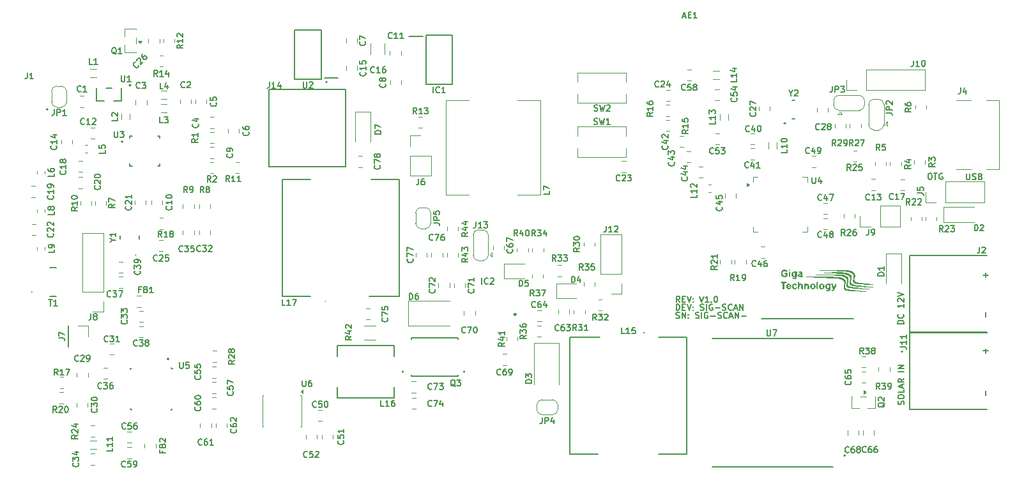
<source format=gbr>
%TF.GenerationSoftware,KiCad,Pcbnew,9.0.6*%
%TF.CreationDate,2025-12-05T09:42:19+02:00*%
%TF.ProjectId,sig_scan_pcb,7369675f-7363-4616-9e5f-7063622e6b69,1*%
%TF.SameCoordinates,Original*%
%TF.FileFunction,Legend,Top*%
%TF.FilePolarity,Positive*%
%FSLAX46Y46*%
G04 Gerber Fmt 4.6, Leading zero omitted, Abs format (unit mm)*
G04 Created by KiCad (PCBNEW 9.0.6) date 2025-12-05 09:42:19*
%MOMM*%
%LPD*%
G01*
G04 APERTURE LIST*
%ADD10C,0.000000*%
%ADD11C,0.150000*%
%ADD12C,0.120000*%
%ADD13C,0.127000*%
%ADD14C,0.250000*%
%ADD15C,0.200000*%
%ADD16C,0.100000*%
%ADD17C,0.152400*%
G04 APERTURE END LIST*
D10*
G36*
X125540046Y-54541225D02*
G01*
X125539066Y-54629541D01*
X125535970Y-54709492D01*
X125530523Y-54781395D01*
X125526844Y-54814426D01*
X125522490Y-54845565D01*
X125517429Y-54874849D01*
X125511635Y-54902320D01*
X125505075Y-54928015D01*
X125497723Y-54951975D01*
X125489547Y-54974240D01*
X125480519Y-54994848D01*
X125470610Y-55013840D01*
X125459789Y-55031255D01*
X125448028Y-55047133D01*
X125435296Y-55061513D01*
X125421566Y-55074435D01*
X125406807Y-55085938D01*
X125390990Y-55096062D01*
X125374085Y-55104846D01*
X125356063Y-55112330D01*
X125336895Y-55118554D01*
X125316552Y-55123557D01*
X125295004Y-55127379D01*
X125272221Y-55130059D01*
X125248174Y-55131637D01*
X125222834Y-55132152D01*
X125196171Y-55131644D01*
X125168157Y-55130153D01*
X125138761Y-55127718D01*
X125114618Y-55125047D01*
X125090891Y-55121689D01*
X125067707Y-55117680D01*
X125045192Y-55113056D01*
X125023473Y-55107853D01*
X125002676Y-55102107D01*
X124982929Y-55095855D01*
X124964357Y-55089133D01*
X124947087Y-55081977D01*
X124931246Y-55074422D01*
X124916960Y-55066507D01*
X124910440Y-55062424D01*
X124904357Y-55058265D01*
X124898725Y-55054033D01*
X124893562Y-55049734D01*
X124888883Y-55045371D01*
X124884703Y-55040950D01*
X124881038Y-55036474D01*
X124877905Y-55031949D01*
X124875319Y-55027378D01*
X124873296Y-55022767D01*
X124869478Y-55010751D01*
X124867351Y-55000146D01*
X124866953Y-54995362D01*
X124867015Y-54990916D01*
X124867550Y-54986805D01*
X124868569Y-54983024D01*
X124870086Y-54979569D01*
X124872113Y-54976435D01*
X124874662Y-54973617D01*
X124877745Y-54971111D01*
X124881376Y-54968913D01*
X124885566Y-54967017D01*
X124895675Y-54964117D01*
X124908172Y-54962375D01*
X124923155Y-54961754D01*
X124940725Y-54962218D01*
X124960980Y-54963732D01*
X124984021Y-54966258D01*
X125009947Y-54969760D01*
X125070851Y-54979551D01*
X125100817Y-54984899D01*
X125128259Y-54989342D01*
X125141059Y-54991214D01*
X125153259Y-54992845D01*
X125164869Y-54994233D01*
X125175899Y-54995371D01*
X125186360Y-54996257D01*
X125196260Y-54996885D01*
X125205612Y-54997250D01*
X125214424Y-54997349D01*
X125222707Y-54997176D01*
X125230471Y-54996728D01*
X125237727Y-54995999D01*
X125244484Y-54994986D01*
X125250753Y-54993683D01*
X125256544Y-54992086D01*
X125261866Y-54990190D01*
X125266731Y-54987992D01*
X125271148Y-54985486D01*
X125275128Y-54982668D01*
X125278680Y-54979534D01*
X125281815Y-54976079D01*
X125284544Y-54972298D01*
X125286875Y-54968187D01*
X125288820Y-54963741D01*
X125290388Y-54958957D01*
X125291591Y-54953828D01*
X125292437Y-54948352D01*
X125292937Y-54942523D01*
X125293101Y-54936336D01*
X125292957Y-54930675D01*
X125292523Y-54925266D01*
X125291799Y-54920107D01*
X125290786Y-54915199D01*
X125289484Y-54910539D01*
X125287892Y-54906127D01*
X125286011Y-54901961D01*
X125283841Y-54898041D01*
X125281381Y-54894364D01*
X125278632Y-54890931D01*
X125275593Y-54887740D01*
X125272265Y-54884789D01*
X125268648Y-54882078D01*
X125264741Y-54879606D01*
X125260545Y-54877371D01*
X125256060Y-54875372D01*
X125251285Y-54873608D01*
X125246221Y-54872079D01*
X125235224Y-54869717D01*
X125223070Y-54868277D01*
X125209758Y-54867751D01*
X125195288Y-54868130D01*
X125179661Y-54869403D01*
X125162877Y-54871563D01*
X125144935Y-54874600D01*
X125135203Y-54876734D01*
X125125680Y-54878507D01*
X125116358Y-54879918D01*
X125107230Y-54880967D01*
X125098287Y-54881654D01*
X125089521Y-54881980D01*
X125080926Y-54881943D01*
X125072491Y-54881545D01*
X125064211Y-54880786D01*
X125056076Y-54879664D01*
X125048079Y-54878181D01*
X125040212Y-54876336D01*
X125032468Y-54874130D01*
X125024837Y-54871562D01*
X125017313Y-54868631D01*
X125009887Y-54865340D01*
X125002552Y-54861686D01*
X124995299Y-54857671D01*
X124988120Y-54853294D01*
X124981009Y-54848555D01*
X124973956Y-54843455D01*
X124966954Y-54837993D01*
X124959995Y-54832169D01*
X124953071Y-54825983D01*
X124939296Y-54812526D01*
X124925567Y-54797623D01*
X124911819Y-54781272D01*
X124897990Y-54763475D01*
X124876286Y-54730599D01*
X124857476Y-54698990D01*
X124841560Y-54668465D01*
X124828537Y-54638845D01*
X124823111Y-54624318D01*
X124818409Y-54609949D01*
X124814430Y-54595715D01*
X124811174Y-54581595D01*
X124808642Y-54567565D01*
X124806833Y-54553603D01*
X124805748Y-54539686D01*
X124805386Y-54525791D01*
X124805748Y-54511897D01*
X124806833Y-54497980D01*
X124806948Y-54497092D01*
X125048830Y-54497092D01*
X125049245Y-54513183D01*
X125050187Y-54529155D01*
X125051643Y-54544951D01*
X125053601Y-54560517D01*
X125056049Y-54575796D01*
X125058973Y-54590735D01*
X125062363Y-54605276D01*
X125066204Y-54619366D01*
X125070485Y-54632948D01*
X125075194Y-54645966D01*
X125080317Y-54658367D01*
X125085842Y-54670094D01*
X125091758Y-54681092D01*
X125098051Y-54691305D01*
X125104710Y-54700678D01*
X125111721Y-54709156D01*
X125119072Y-54716683D01*
X125126751Y-54723204D01*
X125134746Y-54728664D01*
X125143043Y-54733007D01*
X125151631Y-54736178D01*
X125160497Y-54738121D01*
X125169629Y-54738781D01*
X125180843Y-54738051D01*
X125191333Y-54735839D01*
X125196307Y-54734165D01*
X125201100Y-54732107D01*
X125205712Y-54729660D01*
X125210143Y-54726819D01*
X125214394Y-54723581D01*
X125218463Y-54719940D01*
X125226060Y-54711434D01*
X125232933Y-54701263D01*
X125239082Y-54689392D01*
X125244508Y-54675785D01*
X125249211Y-54660405D01*
X125253190Y-54643216D01*
X125256446Y-54624183D01*
X125258978Y-54603269D01*
X125260786Y-54580437D01*
X125261872Y-54555652D01*
X125262233Y-54528878D01*
X125261860Y-54508372D01*
X125260762Y-54488547D01*
X125258978Y-54469432D01*
X125256542Y-54451057D01*
X125253491Y-54433450D01*
X125249862Y-54416641D01*
X125245690Y-54400659D01*
X125241012Y-54385534D01*
X125235863Y-54371296D01*
X125230280Y-54357973D01*
X125224299Y-54345596D01*
X125217957Y-54334192D01*
X125211289Y-54323793D01*
X125204332Y-54314426D01*
X125197121Y-54306123D01*
X125189693Y-54298911D01*
X125182085Y-54292821D01*
X125174332Y-54287881D01*
X125166470Y-54284122D01*
X125158536Y-54281572D01*
X125150566Y-54280261D01*
X125142596Y-54280218D01*
X125134661Y-54281473D01*
X125126800Y-54284056D01*
X125119047Y-54287995D01*
X125111438Y-54293319D01*
X125104010Y-54300059D01*
X125096800Y-54308244D01*
X125089842Y-54317902D01*
X125083174Y-54329065D01*
X125076832Y-54341760D01*
X125070851Y-54356017D01*
X125065966Y-54370694D01*
X125061719Y-54385750D01*
X125058098Y-54401129D01*
X125055092Y-54416776D01*
X125052686Y-54432636D01*
X125050870Y-54448653D01*
X125049630Y-54464771D01*
X125048954Y-54480936D01*
X125048830Y-54497092D01*
X124806948Y-54497092D01*
X124808642Y-54484018D01*
X124811174Y-54469987D01*
X124814430Y-54455867D01*
X124818409Y-54441633D01*
X124823111Y-54427264D01*
X124828537Y-54412737D01*
X124841560Y-54383117D01*
X124857476Y-54352592D01*
X124876286Y-54320983D01*
X124897990Y-54288107D01*
X124911985Y-54269286D01*
X124926314Y-54252139D01*
X124941168Y-54236601D01*
X124956736Y-54222609D01*
X124973209Y-54210101D01*
X124990775Y-54199012D01*
X125009626Y-54189280D01*
X125029951Y-54180841D01*
X125051940Y-54173632D01*
X125075783Y-54167589D01*
X125101670Y-54162650D01*
X125129790Y-54158751D01*
X125160334Y-54155828D01*
X125193492Y-54153819D01*
X125229453Y-54152660D01*
X125268407Y-54152288D01*
X125540046Y-54152288D01*
X125540046Y-54541225D01*
G37*
G36*
X129028136Y-54843732D02*
G01*
X129742322Y-54850340D01*
X130294305Y-54857237D01*
X130517022Y-54861246D01*
X130708250Y-54865870D01*
X130871010Y-54871290D01*
X131008322Y-54877687D01*
X131123206Y-54885241D01*
X131173181Y-54889509D01*
X131218682Y-54894134D01*
X131260087Y-54899139D01*
X131297773Y-54904546D01*
X131332117Y-54910378D01*
X131363497Y-54916658D01*
X131392291Y-54923408D01*
X131418876Y-54930651D01*
X131443629Y-54938409D01*
X131466929Y-54946706D01*
X131489153Y-54955563D01*
X131510678Y-54965004D01*
X131553143Y-54985725D01*
X131578939Y-54999158D01*
X131605269Y-55013892D01*
X131631943Y-55029784D01*
X131658770Y-55046690D01*
X131685561Y-55064463D01*
X131712126Y-55082960D01*
X131738275Y-55102035D01*
X131763818Y-55121545D01*
X131788565Y-55141344D01*
X131812326Y-55161287D01*
X131834912Y-55181231D01*
X131856132Y-55201030D01*
X131875797Y-55220539D01*
X131893717Y-55239615D01*
X131909701Y-55258112D01*
X131923560Y-55275885D01*
X131943172Y-55304625D01*
X131960360Y-55331013D01*
X131975161Y-55355593D01*
X131987611Y-55378907D01*
X131997745Y-55401497D01*
X132005601Y-55423907D01*
X132011214Y-55446678D01*
X132014620Y-55470354D01*
X132015856Y-55495476D01*
X132014958Y-55522588D01*
X132011961Y-55552232D01*
X132006903Y-55584951D01*
X131999819Y-55621287D01*
X131990746Y-55661784D01*
X131966775Y-55757426D01*
X131937512Y-55880279D01*
X131917880Y-55990155D01*
X131909408Y-56087966D01*
X131909834Y-56132634D01*
X131913624Y-56174627D01*
X131920967Y-56214062D01*
X131932056Y-56251051D01*
X131947080Y-56285710D01*
X131966232Y-56318152D01*
X131989702Y-56348491D01*
X132017681Y-56376842D01*
X132050361Y-56403318D01*
X132087932Y-56428035D01*
X132130585Y-56451105D01*
X132178512Y-56472644D01*
X132290950Y-56511584D01*
X132426774Y-56545766D01*
X132587512Y-56576105D01*
X132774694Y-56603514D01*
X132989846Y-56628906D01*
X133510178Y-56677294D01*
X133961912Y-56718388D01*
X134161409Y-56737849D01*
X134336670Y-56756008D01*
X134482702Y-56772431D01*
X134594514Y-56786683D01*
X134667114Y-56798331D01*
X134687150Y-56803043D01*
X134695510Y-56806940D01*
X134693245Y-56810635D01*
X134678840Y-56813632D01*
X134616556Y-56817648D01*
X134378727Y-56818516D01*
X133615129Y-56797680D01*
X132782077Y-56758323D01*
X132457432Y-56736040D01*
X132256934Y-56714336D01*
X132162270Y-56696836D01*
X132077236Y-56676487D01*
X132038266Y-56665122D01*
X132001626Y-56652900D01*
X131967290Y-56639771D01*
X131935231Y-56625687D01*
X131905424Y-56610599D01*
X131877844Y-56594459D01*
X131852462Y-56577217D01*
X131829255Y-56558826D01*
X131808196Y-56539237D01*
X131789258Y-56518401D01*
X131772416Y-56496269D01*
X131757644Y-56472794D01*
X131744915Y-56447925D01*
X131734205Y-56421616D01*
X131725486Y-56393816D01*
X131718733Y-56364478D01*
X131713920Y-56333553D01*
X131711021Y-56300992D01*
X131710009Y-56266747D01*
X131710860Y-56230769D01*
X131713546Y-56193009D01*
X131718042Y-56153419D01*
X131732359Y-56068555D01*
X131753603Y-55975786D01*
X131781567Y-55874725D01*
X131789614Y-55846092D01*
X131796386Y-55818059D01*
X131801874Y-55790615D01*
X131806068Y-55763745D01*
X131808960Y-55737435D01*
X131810542Y-55711673D01*
X131810802Y-55686444D01*
X131809734Y-55661736D01*
X131807327Y-55637533D01*
X131803572Y-55613824D01*
X131798461Y-55590594D01*
X131791984Y-55567829D01*
X131784133Y-55545517D01*
X131774898Y-55523643D01*
X131764271Y-55502195D01*
X131752242Y-55481157D01*
X131738802Y-55460518D01*
X131723942Y-55440263D01*
X131707653Y-55420379D01*
X131689927Y-55400852D01*
X131670753Y-55381669D01*
X131650124Y-55362816D01*
X131628029Y-55344279D01*
X131604461Y-55326045D01*
X131579409Y-55308101D01*
X131552865Y-55290433D01*
X131495265Y-55255869D01*
X131431588Y-55222246D01*
X131361761Y-55189454D01*
X131264623Y-55151569D01*
X131146070Y-55120194D01*
X130987582Y-55093739D01*
X130770638Y-55070612D01*
X130476716Y-55049222D01*
X130087296Y-55027976D01*
X128947879Y-54979551D01*
X128117046Y-54942896D01*
X127431486Y-54908555D01*
X127165430Y-54892976D01*
X126962388Y-54878844D01*
X126831259Y-54866449D01*
X126795443Y-54860993D01*
X126780942Y-54856079D01*
X126820781Y-54849725D01*
X126948015Y-54844600D01*
X127427627Y-54838330D01*
X128145695Y-54837848D01*
X129028136Y-54843732D01*
G37*
G36*
X125761276Y-55510644D02*
G01*
X125766319Y-55511129D01*
X125771246Y-55511932D01*
X125776054Y-55513050D01*
X125780740Y-55514481D01*
X125785301Y-55516220D01*
X125789733Y-55518264D01*
X125794032Y-55520611D01*
X125798196Y-55523255D01*
X125802221Y-55526195D01*
X125806103Y-55529426D01*
X125809840Y-55532946D01*
X125813427Y-55536750D01*
X125816862Y-55540836D01*
X125823260Y-55549839D01*
X125829007Y-55559927D01*
X125834076Y-55571073D01*
X125838440Y-55583250D01*
X125842071Y-55596430D01*
X125844942Y-55610588D01*
X125847026Y-55625695D01*
X125848297Y-55641724D01*
X125848726Y-55658649D01*
X125849038Y-55680516D01*
X125850065Y-55699887D01*
X125851941Y-55716870D01*
X125853241Y-55724500D01*
X125854804Y-55731575D01*
X125856647Y-55738106D01*
X125858787Y-55744109D01*
X125861242Y-55749596D01*
X125864028Y-55754581D01*
X125867162Y-55759078D01*
X125870661Y-55763100D01*
X125874542Y-55766661D01*
X125878823Y-55769774D01*
X125883519Y-55772453D01*
X125888648Y-55774711D01*
X125894228Y-55776563D01*
X125900274Y-55778021D01*
X125906804Y-55779100D01*
X125913834Y-55779812D01*
X125921383Y-55780171D01*
X125929466Y-55780192D01*
X125947304Y-55779269D01*
X125967484Y-55777153D01*
X125990142Y-55773952D01*
X126015414Y-55769774D01*
X126035363Y-55766318D01*
X126054697Y-55764054D01*
X126073413Y-55762976D01*
X126091511Y-55763081D01*
X126108989Y-55764367D01*
X126125847Y-55766830D01*
X126142083Y-55770466D01*
X126157696Y-55775272D01*
X126172685Y-55781245D01*
X126187050Y-55788380D01*
X126200787Y-55796676D01*
X126213898Y-55806128D01*
X126226380Y-55816733D01*
X126238232Y-55828488D01*
X126249454Y-55841389D01*
X126260043Y-55855432D01*
X126270000Y-55870616D01*
X126279322Y-55886935D01*
X126288009Y-55904387D01*
X126296060Y-55922968D01*
X126310247Y-55963505D01*
X126321876Y-56008519D01*
X126330936Y-56057981D01*
X126337418Y-56111866D01*
X126341314Y-56170146D01*
X126342615Y-56232794D01*
X126342382Y-56272401D01*
X126341614Y-56308011D01*
X126340214Y-56339823D01*
X126339246Y-56354366D01*
X126338081Y-56368035D01*
X126336709Y-56380854D01*
X126335117Y-56392847D01*
X126333291Y-56404040D01*
X126331221Y-56414458D01*
X126328892Y-56424125D01*
X126326293Y-56433066D01*
X126323412Y-56441306D01*
X126320236Y-56448871D01*
X126316752Y-56455784D01*
X126312948Y-56462071D01*
X126308812Y-56467757D01*
X126304332Y-56472866D01*
X126299494Y-56477423D01*
X126294286Y-56481454D01*
X126288696Y-56484983D01*
X126282712Y-56488035D01*
X126276321Y-56490634D01*
X126269510Y-56492807D01*
X126262268Y-56494577D01*
X126254581Y-56495969D01*
X126246438Y-56497008D01*
X126237825Y-56497720D01*
X126228731Y-56498129D01*
X126219143Y-56498260D01*
X126200461Y-56497720D01*
X126183705Y-56495969D01*
X126168776Y-56492807D01*
X126161965Y-56490634D01*
X126155574Y-56488035D01*
X126149590Y-56484983D01*
X126144000Y-56481454D01*
X126138792Y-56477423D01*
X126133954Y-56472866D01*
X126129474Y-56467757D01*
X126125338Y-56462071D01*
X126121534Y-56455784D01*
X126118050Y-56448871D01*
X126111993Y-56433066D01*
X126107065Y-56414458D01*
X126103169Y-56392847D01*
X126100205Y-56368035D01*
X126098072Y-56339823D01*
X126096672Y-56308011D01*
X126095904Y-56272401D01*
X126095671Y-56232794D01*
X126095457Y-56205114D01*
X126094827Y-56177750D01*
X126093799Y-56150875D01*
X126092391Y-56124660D01*
X126090622Y-56099277D01*
X126088508Y-56074897D01*
X126086070Y-56051693D01*
X126083324Y-56029837D01*
X126080288Y-56009500D01*
X126076981Y-55990854D01*
X126073421Y-55974071D01*
X126069626Y-55959323D01*
X126065614Y-55946781D01*
X126061402Y-55936618D01*
X126059228Y-55932482D01*
X126057010Y-55929005D01*
X126054752Y-55926208D01*
X126052455Y-55924114D01*
X126044267Y-55916818D01*
X126035924Y-55911105D01*
X126027455Y-55906932D01*
X126018886Y-55904255D01*
X126010246Y-55903029D01*
X126001559Y-55903210D01*
X125992855Y-55904755D01*
X125984160Y-55907619D01*
X125975501Y-55911758D01*
X125966905Y-55917128D01*
X125958400Y-55923685D01*
X125950012Y-55931385D01*
X125933698Y-55950037D01*
X125918180Y-55972731D01*
X125903674Y-55999115D01*
X125890398Y-56028836D01*
X125878570Y-56061542D01*
X125868405Y-56096879D01*
X125860121Y-56134495D01*
X125853935Y-56174037D01*
X125850065Y-56215152D01*
X125848726Y-56257489D01*
X125848433Y-56288679D01*
X125847533Y-56317465D01*
X125846847Y-56330972D01*
X125846000Y-56343898D01*
X125844988Y-56356251D01*
X125843807Y-56368035D01*
X125842454Y-56379259D01*
X125840927Y-56389929D01*
X125839220Y-56400052D01*
X125837332Y-56409635D01*
X125835258Y-56418684D01*
X125832996Y-56427206D01*
X125830541Y-56435208D01*
X125827891Y-56442697D01*
X125825041Y-56449680D01*
X125821990Y-56456163D01*
X125818732Y-56462153D01*
X125815266Y-56467657D01*
X125811587Y-56472682D01*
X125807692Y-56477234D01*
X125803578Y-56481320D01*
X125799241Y-56484948D01*
X125794678Y-56488123D01*
X125789886Y-56490853D01*
X125784860Y-56493145D01*
X125779599Y-56495004D01*
X125774098Y-56496439D01*
X125768353Y-56497455D01*
X125762363Y-56498060D01*
X125756122Y-56498260D01*
X125742874Y-56497054D01*
X125730873Y-56493244D01*
X125720066Y-56486540D01*
X125710399Y-56476652D01*
X125701817Y-56463292D01*
X125694266Y-56446170D01*
X125687691Y-56424996D01*
X125682039Y-56399482D01*
X125677255Y-56369337D01*
X125673285Y-56334273D01*
X125670075Y-56294000D01*
X125667570Y-56248229D01*
X125664459Y-56139033D01*
X125663518Y-56004371D01*
X125663744Y-55933712D01*
X125664459Y-55869709D01*
X125665716Y-55812073D01*
X125666565Y-55785551D01*
X125667570Y-55760513D01*
X125668737Y-55736922D01*
X125670075Y-55714742D01*
X125671588Y-55693936D01*
X125673285Y-55674469D01*
X125675172Y-55656303D01*
X125677255Y-55639404D01*
X125679542Y-55623735D01*
X125682039Y-55609260D01*
X125684753Y-55595942D01*
X125687691Y-55583745D01*
X125690860Y-55572634D01*
X125694266Y-55562572D01*
X125697916Y-55553522D01*
X125701817Y-55545450D01*
X125705976Y-55538318D01*
X125710399Y-55532090D01*
X125715094Y-55526730D01*
X125717545Y-55524364D01*
X125720066Y-55522202D01*
X125722659Y-55520239D01*
X125725324Y-55518470D01*
X125728062Y-55516892D01*
X125730873Y-55515498D01*
X125736721Y-55513249D01*
X125742874Y-55511688D01*
X125749339Y-55510777D01*
X125756122Y-55510482D01*
X125761276Y-55510644D01*
G37*
G36*
X124468924Y-55761285D02*
G01*
X124485666Y-55763030D01*
X124502294Y-55765657D01*
X124518769Y-55769165D01*
X124535050Y-55773548D01*
X124551095Y-55778804D01*
X124566864Y-55784929D01*
X124582317Y-55791920D01*
X124597413Y-55799774D01*
X124612110Y-55808486D01*
X124626370Y-55818055D01*
X124640149Y-55828475D01*
X124653409Y-55839745D01*
X124666108Y-55851861D01*
X124678206Y-55864818D01*
X124689662Y-55878614D01*
X124700435Y-55893246D01*
X124727197Y-55932182D01*
X124749582Y-55968016D01*
X124759122Y-55984796D01*
X124767555Y-56000830D01*
X124774875Y-56016130D01*
X124781078Y-56030705D01*
X124786159Y-56044566D01*
X124790115Y-56057722D01*
X124792940Y-56070185D01*
X124794631Y-56081963D01*
X124795181Y-56093068D01*
X124794588Y-56103509D01*
X124792847Y-56113297D01*
X124789952Y-56122441D01*
X124785900Y-56130953D01*
X124780686Y-56138841D01*
X124774305Y-56146117D01*
X124766753Y-56152791D01*
X124758025Y-56158872D01*
X124748117Y-56164371D01*
X124737025Y-56169298D01*
X124724743Y-56173663D01*
X124711268Y-56177476D01*
X124696594Y-56180748D01*
X124680718Y-56183489D01*
X124663634Y-56185709D01*
X124645339Y-56187417D01*
X124625827Y-56188625D01*
X124583136Y-56189579D01*
X124569480Y-56189670D01*
X124556292Y-56189941D01*
X124543570Y-56190393D01*
X124531312Y-56191026D01*
X124519514Y-56191840D01*
X124508176Y-56192835D01*
X124497294Y-56194010D01*
X124486866Y-56195367D01*
X124476891Y-56196904D01*
X124467366Y-56198623D01*
X124458288Y-56200522D01*
X124449656Y-56202602D01*
X124441467Y-56204863D01*
X124433719Y-56207304D01*
X124426409Y-56209927D01*
X124419536Y-56212730D01*
X124413096Y-56215715D01*
X124407089Y-56218880D01*
X124401511Y-56222226D01*
X124396360Y-56225753D01*
X124391635Y-56229461D01*
X124387332Y-56233349D01*
X124383450Y-56237419D01*
X124379986Y-56241669D01*
X124376938Y-56246100D01*
X124374304Y-56250712D01*
X124372081Y-56255505D01*
X124370267Y-56260479D01*
X124368861Y-56265634D01*
X124367859Y-56270970D01*
X124367259Y-56276486D01*
X124367060Y-56282183D01*
X124367345Y-56291769D01*
X124368183Y-56300843D01*
X124369547Y-56309402D01*
X124371413Y-56317440D01*
X124373753Y-56324955D01*
X124376542Y-56331940D01*
X124379754Y-56338392D01*
X124383362Y-56344305D01*
X124387341Y-56349676D01*
X124391665Y-56354500D01*
X124396308Y-56358772D01*
X124401244Y-56362489D01*
X124406446Y-56365644D01*
X124411889Y-56368234D01*
X124417547Y-56370255D01*
X124423394Y-56371701D01*
X124429404Y-56372568D01*
X124435550Y-56372852D01*
X124441807Y-56372549D01*
X124448149Y-56371652D01*
X124454549Y-56370160D01*
X124460983Y-56368065D01*
X124467423Y-56365365D01*
X124473844Y-56362054D01*
X124480220Y-56358129D01*
X124486524Y-56353584D01*
X124492732Y-56348415D01*
X124498816Y-56342617D01*
X124504751Y-56336187D01*
X124510510Y-56329119D01*
X124516069Y-56321408D01*
X124521400Y-56313051D01*
X124523315Y-56309615D01*
X124525578Y-56306254D01*
X124531095Y-56299764D01*
X124537841Y-56293599D01*
X124545709Y-56287778D01*
X124554589Y-56282319D01*
X124564374Y-56277240D01*
X124574955Y-56272558D01*
X124586223Y-56268293D01*
X124598070Y-56264461D01*
X124610387Y-56261082D01*
X124623066Y-56258173D01*
X124635998Y-56255753D01*
X124649074Y-56253839D01*
X124662187Y-56252449D01*
X124675228Y-56251602D01*
X124688088Y-56251315D01*
X124709864Y-56251413D01*
X124728891Y-56251810D01*
X124745169Y-56252658D01*
X124758698Y-56254113D01*
X124764432Y-56255115D01*
X124769478Y-56256327D01*
X124773837Y-56257767D01*
X124777508Y-56259454D01*
X124780493Y-56261409D01*
X124782790Y-56263649D01*
X124784400Y-56266195D01*
X124785322Y-56269064D01*
X124785557Y-56272278D01*
X124785105Y-56275855D01*
X124783965Y-56279813D01*
X124782139Y-56284173D01*
X124779625Y-56288953D01*
X124776423Y-56294173D01*
X124772535Y-56299852D01*
X124767959Y-56306010D01*
X124756745Y-56319835D01*
X124742782Y-56335805D01*
X124726070Y-56354071D01*
X124706608Y-56374788D01*
X124693628Y-56388280D01*
X124680173Y-56400974D01*
X124666278Y-56412868D01*
X124651974Y-56423959D01*
X124637296Y-56434246D01*
X124622274Y-56443725D01*
X124606943Y-56452395D01*
X124591336Y-56460253D01*
X124575483Y-56467298D01*
X124559420Y-56473526D01*
X124543178Y-56478936D01*
X124526790Y-56483525D01*
X124510289Y-56487291D01*
X124493708Y-56490232D01*
X124477079Y-56492346D01*
X124460436Y-56493629D01*
X124443810Y-56494081D01*
X124427236Y-56493699D01*
X124410745Y-56492480D01*
X124394371Y-56490422D01*
X124378146Y-56487523D01*
X124362103Y-56483781D01*
X124346274Y-56479194D01*
X124330693Y-56473758D01*
X124315393Y-56467473D01*
X124300406Y-56460335D01*
X124285764Y-56452342D01*
X124271502Y-56443493D01*
X124257650Y-56433785D01*
X124244243Y-56423215D01*
X124231313Y-56411781D01*
X124218893Y-56399482D01*
X124207679Y-56387411D01*
X124197189Y-56374390D01*
X124187422Y-56360483D01*
X124178379Y-56345752D01*
X124170059Y-56330263D01*
X124162462Y-56314076D01*
X124155590Y-56297257D01*
X124149440Y-56279868D01*
X124139311Y-56243635D01*
X124132077Y-56205881D01*
X124127736Y-56167116D01*
X124126289Y-56127843D01*
X124127736Y-56088571D01*
X124132077Y-56049805D01*
X124138935Y-56014017D01*
X124336867Y-56014017D01*
X124337007Y-56018268D01*
X124337499Y-56022337D01*
X124338341Y-56026226D01*
X124339532Y-56029934D01*
X124341071Y-56033460D01*
X124342958Y-56036807D01*
X124345190Y-56039972D01*
X124347767Y-56042956D01*
X124350688Y-56045759D01*
X124353951Y-56048382D01*
X124357556Y-56050824D01*
X124361501Y-56053085D01*
X124365785Y-56055165D01*
X124370407Y-56057064D01*
X124375366Y-56058782D01*
X124380661Y-56060319D01*
X124386290Y-56061676D01*
X124392253Y-56062851D01*
X124405175Y-56064660D01*
X124419416Y-56065745D01*
X124434970Y-56066107D01*
X124441824Y-56066017D01*
X124448492Y-56065750D01*
X124454971Y-56065308D01*
X124461256Y-56064696D01*
X124467341Y-56063917D01*
X124473223Y-56062974D01*
X124478897Y-56061870D01*
X124484358Y-56060609D01*
X124489603Y-56059194D01*
X124494626Y-56057629D01*
X124499422Y-56055917D01*
X124503989Y-56054061D01*
X124508320Y-56052066D01*
X124512411Y-56049933D01*
X124516258Y-56047667D01*
X124519857Y-56045271D01*
X124523202Y-56042749D01*
X124526290Y-56040103D01*
X124529115Y-56037337D01*
X124531673Y-56034455D01*
X124533961Y-56031460D01*
X124535972Y-56028355D01*
X124537703Y-56025145D01*
X124539149Y-56021831D01*
X124540306Y-56018417D01*
X124541169Y-56014908D01*
X124541733Y-56011306D01*
X124541995Y-56007614D01*
X124541949Y-56003837D01*
X124541591Y-55999977D01*
X124540916Y-55996038D01*
X124539921Y-55992024D01*
X124536218Y-55981896D01*
X124532074Y-55972350D01*
X124527519Y-55963389D01*
X124522582Y-55955018D01*
X124517292Y-55947239D01*
X124511678Y-55940056D01*
X124505771Y-55933472D01*
X124499600Y-55927490D01*
X124493193Y-55922114D01*
X124486580Y-55917348D01*
X124479791Y-55913194D01*
X124472855Y-55909657D01*
X124465802Y-55906738D01*
X124458660Y-55904443D01*
X124451460Y-55902774D01*
X124444230Y-55901735D01*
X124437000Y-55901328D01*
X124429800Y-55901558D01*
X124422658Y-55902428D01*
X124415605Y-55903941D01*
X124408669Y-55906101D01*
X124401880Y-55908911D01*
X124395267Y-55912374D01*
X124388860Y-55916493D01*
X124382689Y-55921273D01*
X124376782Y-55926717D01*
X124371168Y-55932827D01*
X124365878Y-55939608D01*
X124360941Y-55947063D01*
X124356386Y-55955195D01*
X124352242Y-55964007D01*
X124348539Y-55973503D01*
X124345826Y-55979200D01*
X124343473Y-55984717D01*
X124341480Y-55990052D01*
X124339845Y-55995207D01*
X124338568Y-56000181D01*
X124337646Y-56004974D01*
X124337080Y-56009586D01*
X124336867Y-56014017D01*
X124138935Y-56014017D01*
X124139311Y-56012052D01*
X124149440Y-55975818D01*
X124155590Y-55958429D01*
X124162462Y-55941610D01*
X124170059Y-55925424D01*
X124178379Y-55909934D01*
X124187422Y-55895204D01*
X124197189Y-55881297D01*
X124207679Y-55868276D01*
X124218893Y-55856204D01*
X124231909Y-55843362D01*
X124245463Y-55831457D01*
X124259514Y-55820486D01*
X124274022Y-55810445D01*
X124288945Y-55801331D01*
X124304245Y-55793140D01*
X124319878Y-55785870D01*
X124335806Y-55779516D01*
X124351987Y-55774076D01*
X124368380Y-55769546D01*
X124384945Y-55765923D01*
X124401642Y-55763202D01*
X124418428Y-55761382D01*
X124435265Y-55760457D01*
X124452111Y-55760426D01*
X124468924Y-55761285D01*
G37*
G36*
X131556133Y-53978462D02*
G01*
X131769778Y-53979894D01*
X131954295Y-53982248D01*
X132112423Y-53985651D01*
X132246902Y-53990230D01*
X132360473Y-53996112D01*
X132455876Y-54003422D01*
X132535852Y-54012287D01*
X132570910Y-54017343D01*
X132603139Y-54022835D01*
X132632881Y-54028779D01*
X132660478Y-54035191D01*
X132686274Y-54042087D01*
X132710610Y-54049483D01*
X132756275Y-54065836D01*
X132800212Y-54084378D01*
X132838754Y-54102715D01*
X132875661Y-54121833D01*
X132910927Y-54141714D01*
X132944545Y-54162344D01*
X132976507Y-54183706D01*
X133006808Y-54205785D01*
X133035441Y-54228565D01*
X133062398Y-54252030D01*
X133087673Y-54276164D01*
X133111259Y-54300952D01*
X133133150Y-54326377D01*
X133153338Y-54352424D01*
X133171817Y-54379076D01*
X133188580Y-54406319D01*
X133203620Y-54434136D01*
X133216931Y-54462512D01*
X133228505Y-54491430D01*
X133238337Y-54520875D01*
X133246418Y-54550830D01*
X133252743Y-54581281D01*
X133257304Y-54612211D01*
X133260095Y-54643605D01*
X133261109Y-54675447D01*
X133260339Y-54707720D01*
X133257779Y-54740409D01*
X133253421Y-54773498D01*
X133247259Y-54806972D01*
X133239286Y-54840814D01*
X133229496Y-54875009D01*
X133217880Y-54909541D01*
X133204434Y-54944393D01*
X133189150Y-54979551D01*
X133182428Y-54995296D01*
X133176176Y-55012325D01*
X133170430Y-55030475D01*
X133165227Y-55049583D01*
X133160603Y-55069488D01*
X133156594Y-55090025D01*
X133153236Y-55111033D01*
X133150565Y-55132348D01*
X133148617Y-55153808D01*
X133147430Y-55175250D01*
X133147038Y-55196511D01*
X133147478Y-55217429D01*
X133148786Y-55237839D01*
X133150999Y-55257581D01*
X133154152Y-55276491D01*
X133158282Y-55294406D01*
X133175466Y-55345463D01*
X133199966Y-55392351D01*
X133232876Y-55435387D01*
X133275291Y-55474887D01*
X133328305Y-55511168D01*
X133393012Y-55544545D01*
X133470506Y-55575337D01*
X133561882Y-55603858D01*
X133668233Y-55630426D01*
X133790655Y-55655357D01*
X133930241Y-55678968D01*
X134088085Y-55701575D01*
X134462927Y-55745043D01*
X134923934Y-55788294D01*
X135507895Y-55841397D01*
X135905345Y-55884371D01*
X136119613Y-55916349D01*
X136159093Y-55927942D01*
X136162102Y-55932593D01*
X136154026Y-55936461D01*
X136104827Y-55941797D01*
X136011912Y-55943841D01*
X135696600Y-55937619D01*
X135211417Y-55916928D01*
X134559691Y-55880899D01*
X134276413Y-55862933D01*
X134027193Y-55845401D01*
X133810059Y-55827290D01*
X133623039Y-55807587D01*
X133540205Y-55796823D01*
X133464161Y-55785280D01*
X133394661Y-55772833D01*
X133331456Y-55759356D01*
X133274301Y-55744721D01*
X133222951Y-55728801D01*
X133177157Y-55711471D01*
X133136674Y-55692604D01*
X133101255Y-55672072D01*
X133070654Y-55649750D01*
X133044625Y-55625511D01*
X133022920Y-55599228D01*
X133005294Y-55570774D01*
X132991500Y-55540024D01*
X132981292Y-55506850D01*
X132974424Y-55471125D01*
X132970648Y-55432724D01*
X132969718Y-55391519D01*
X132971388Y-55347385D01*
X132975412Y-55300193D01*
X132989535Y-55196134D01*
X133010115Y-55078329D01*
X133024208Y-55004189D01*
X133036329Y-54938676D01*
X133046388Y-54881012D01*
X133054295Y-54830420D01*
X133057413Y-54807533D01*
X133059959Y-54786123D01*
X133061922Y-54766091D01*
X133063290Y-54747342D01*
X133064052Y-54729777D01*
X133064197Y-54713300D01*
X133063714Y-54697812D01*
X133062591Y-54683218D01*
X133060816Y-54669420D01*
X133058379Y-54656320D01*
X133055269Y-54643822D01*
X133051473Y-54631828D01*
X133046981Y-54620241D01*
X133041782Y-54608963D01*
X133035863Y-54597898D01*
X133029214Y-54586948D01*
X133021824Y-54576017D01*
X133013681Y-54565006D01*
X133004774Y-54553819D01*
X132995091Y-54542359D01*
X132973353Y-54518228D01*
X132948379Y-54491836D01*
X132897722Y-54441276D01*
X132843801Y-54395844D01*
X132784363Y-54355168D01*
X132717157Y-54318879D01*
X132639932Y-54286604D01*
X132550434Y-54257975D01*
X132446412Y-54232618D01*
X132325615Y-54210165D01*
X132185791Y-54190244D01*
X132024688Y-54172485D01*
X131629637Y-54141966D01*
X131122449Y-54115644D01*
X130485108Y-54090552D01*
X129157782Y-54038076D01*
X128689745Y-54017626D01*
X128441643Y-54004121D01*
X128424476Y-54002894D01*
X128430188Y-54001541D01*
X128506273Y-53998526D01*
X128889230Y-53991774D01*
X130355462Y-53979427D01*
X131030496Y-53977859D01*
X131556133Y-53978462D01*
G37*
G36*
X128824961Y-55760634D02*
G01*
X128851793Y-55763235D01*
X128878483Y-55767715D01*
X128904897Y-55774026D01*
X128930901Y-55782121D01*
X128956363Y-55791952D01*
X128981149Y-55803472D01*
X129005126Y-55816634D01*
X129028160Y-55831389D01*
X129050117Y-55847691D01*
X129070866Y-55865492D01*
X129090271Y-55884744D01*
X129108200Y-55905400D01*
X129124519Y-55927413D01*
X129139095Y-55950735D01*
X129151794Y-55975318D01*
X129162484Y-56001115D01*
X129171030Y-56028079D01*
X129177300Y-56056162D01*
X129181160Y-56085317D01*
X129182476Y-56115496D01*
X129181177Y-56147953D01*
X129177368Y-56179312D01*
X129171178Y-56209522D01*
X129162737Y-56238534D01*
X129152176Y-56266298D01*
X129139624Y-56292764D01*
X129125211Y-56317883D01*
X129109068Y-56341604D01*
X129091324Y-56363879D01*
X129072109Y-56384657D01*
X129051554Y-56403888D01*
X129029788Y-56421524D01*
X129006941Y-56437513D01*
X128983144Y-56451807D01*
X128958525Y-56464355D01*
X128933217Y-56475109D01*
X128907347Y-56484017D01*
X128881047Y-56491031D01*
X128854446Y-56496101D01*
X128827674Y-56499176D01*
X128800862Y-56500208D01*
X128774139Y-56499146D01*
X128747635Y-56495941D01*
X128721481Y-56490543D01*
X128695806Y-56482902D01*
X128670740Y-56472968D01*
X128646414Y-56460693D01*
X128622956Y-56446025D01*
X128600499Y-56428916D01*
X128579170Y-56409315D01*
X128559101Y-56387173D01*
X128540421Y-56362440D01*
X128530155Y-56348208D01*
X128520224Y-56333369D01*
X128510673Y-56318042D01*
X128501546Y-56302344D01*
X128492890Y-56286393D01*
X128484750Y-56270306D01*
X128477170Y-56254202D01*
X128470196Y-56238196D01*
X128463873Y-56222408D01*
X128458247Y-56206955D01*
X128453362Y-56191953D01*
X128449264Y-56177521D01*
X128445997Y-56163777D01*
X128443608Y-56150837D01*
X128442142Y-56138820D01*
X128441643Y-56127843D01*
X128442142Y-56116866D01*
X128443269Y-56107626D01*
X128688844Y-56107626D01*
X128689317Y-56123629D01*
X128690377Y-56139532D01*
X128692012Y-56155287D01*
X128694207Y-56170842D01*
X128696949Y-56186149D01*
X128700225Y-56201157D01*
X128704021Y-56215817D01*
X128708324Y-56230079D01*
X128713119Y-56243894D01*
X128718394Y-56257211D01*
X128724134Y-56269981D01*
X128730326Y-56282154D01*
X128736957Y-56293681D01*
X128744013Y-56304511D01*
X128751481Y-56314595D01*
X128759347Y-56323883D01*
X128767596Y-56332326D01*
X128776217Y-56339873D01*
X128785195Y-56346476D01*
X128794516Y-56352083D01*
X128804168Y-56356647D01*
X128814136Y-56360115D01*
X128824407Y-56362440D01*
X128835292Y-56364094D01*
X128845942Y-56364455D01*
X128856339Y-56363571D01*
X128866465Y-56361488D01*
X128876301Y-56358251D01*
X128885830Y-56353908D01*
X128895033Y-56348504D01*
X128903892Y-56342087D01*
X128912390Y-56334701D01*
X128920508Y-56326395D01*
X128928228Y-56317213D01*
X128935532Y-56307203D01*
X128948820Y-56284883D01*
X128960226Y-56259804D01*
X128969607Y-56232338D01*
X128976818Y-56202855D01*
X128981713Y-56171726D01*
X128984149Y-56139322D01*
X128983980Y-56106014D01*
X128981062Y-56072172D01*
X128975250Y-56038167D01*
X128971214Y-56021220D01*
X128966400Y-56004371D01*
X128962011Y-55991404D01*
X128956978Y-55979131D01*
X128951341Y-55967559D01*
X128945142Y-55956694D01*
X128938423Y-55946544D01*
X128931225Y-55937115D01*
X128923592Y-55928414D01*
X128915564Y-55920448D01*
X128907183Y-55913224D01*
X128898491Y-55906748D01*
X128889531Y-55901027D01*
X128880343Y-55896067D01*
X128870970Y-55891877D01*
X128861453Y-55888462D01*
X128851834Y-55885829D01*
X128842156Y-55883985D01*
X128832459Y-55882938D01*
X128822787Y-55882692D01*
X128813179Y-55883256D01*
X128803679Y-55884637D01*
X128794329Y-55886840D01*
X128785169Y-55889873D01*
X128776242Y-55893742D01*
X128767590Y-55898455D01*
X128759255Y-55904018D01*
X128751278Y-55910437D01*
X128743700Y-55917721D01*
X128736565Y-55925874D01*
X128729914Y-55934905D01*
X128723789Y-55944820D01*
X128718230Y-55955626D01*
X128713282Y-55967329D01*
X128707853Y-55981989D01*
X128703135Y-55996998D01*
X128699113Y-56012304D01*
X128695774Y-56027860D01*
X128693104Y-56043614D01*
X128691089Y-56059517D01*
X128689717Y-56075520D01*
X128688973Y-56091573D01*
X128688844Y-56107626D01*
X128443269Y-56107626D01*
X128443608Y-56104849D01*
X128445997Y-56091909D01*
X128449264Y-56078165D01*
X128453362Y-56063733D01*
X128458247Y-56048732D01*
X128463873Y-56033278D01*
X128470196Y-56017490D01*
X128477170Y-56001485D01*
X128484750Y-55985380D01*
X128492890Y-55969293D01*
X128501546Y-55953342D01*
X128510673Y-55937644D01*
X128520224Y-55922317D01*
X128530155Y-55907479D01*
X128540421Y-55893246D01*
X128558557Y-55869599D01*
X128578152Y-55848400D01*
X128599072Y-55829602D01*
X128621184Y-55813158D01*
X128644353Y-55799020D01*
X128668448Y-55787140D01*
X128693333Y-55777471D01*
X128718876Y-55769967D01*
X128744944Y-55764578D01*
X128771403Y-55761258D01*
X128798120Y-55759959D01*
X128824961Y-55760634D01*
G37*
G36*
X125259353Y-55757550D02*
G01*
X125277869Y-55759366D01*
X125296110Y-55762103D01*
X125314010Y-55765758D01*
X125331502Y-55770332D01*
X125348522Y-55775822D01*
X125365004Y-55782228D01*
X125380883Y-55789549D01*
X125396092Y-55797782D01*
X125410566Y-55806928D01*
X125424240Y-55816986D01*
X125437048Y-55827953D01*
X125448924Y-55839829D01*
X125459804Y-55852613D01*
X125469621Y-55866303D01*
X125478310Y-55880899D01*
X125487994Y-55899581D01*
X125496167Y-55916337D01*
X125502768Y-55931266D01*
X125505458Y-55938076D01*
X125507731Y-55944468D01*
X125509579Y-55950452D01*
X125510994Y-55956042D01*
X125511968Y-55961249D01*
X125512494Y-55966087D01*
X125512562Y-55970568D01*
X125512167Y-55974704D01*
X125511298Y-55978508D01*
X125509949Y-55981991D01*
X125508112Y-55985168D01*
X125505779Y-55988049D01*
X125502941Y-55990648D01*
X125499592Y-55992976D01*
X125495722Y-55995047D01*
X125491325Y-55996872D01*
X125486391Y-55998465D01*
X125480914Y-55999837D01*
X125474886Y-56001001D01*
X125468297Y-56001970D01*
X125453410Y-56003370D01*
X125436190Y-56004137D01*
X125416574Y-56004371D01*
X125410245Y-56004281D01*
X125403996Y-56004017D01*
X125397835Y-56003582D01*
X125391771Y-56002984D01*
X125385810Y-56002228D01*
X125379962Y-56001319D01*
X125374233Y-56000263D01*
X125368632Y-55999065D01*
X125363166Y-55997732D01*
X125357844Y-55996270D01*
X125352674Y-55994682D01*
X125347663Y-55992976D01*
X125342819Y-55991157D01*
X125338151Y-55989231D01*
X125333666Y-55987203D01*
X125329371Y-55985078D01*
X125325276Y-55982864D01*
X125321388Y-55980564D01*
X125317714Y-55978186D01*
X125314263Y-55975734D01*
X125311043Y-55973214D01*
X125308061Y-55970632D01*
X125305325Y-55967993D01*
X125302844Y-55965304D01*
X125300625Y-55962569D01*
X125298677Y-55959795D01*
X125297006Y-55956986D01*
X125295621Y-55954150D01*
X125294531Y-55951291D01*
X125293742Y-55948415D01*
X125293263Y-55945528D01*
X125293101Y-55942635D01*
X125292570Y-55932666D01*
X125291020Y-55923586D01*
X125288518Y-55915379D01*
X125285131Y-55908029D01*
X125280926Y-55901519D01*
X125275969Y-55895835D01*
X125270327Y-55890961D01*
X125264066Y-55886879D01*
X125257254Y-55883576D01*
X125249957Y-55881034D01*
X125242242Y-55879239D01*
X125234175Y-55878174D01*
X125225823Y-55877823D01*
X125217253Y-55878171D01*
X125208532Y-55879201D01*
X125199726Y-55880899D01*
X125190901Y-55883247D01*
X125182126Y-55886231D01*
X125173465Y-55889835D01*
X125164987Y-55894042D01*
X125156757Y-55898837D01*
X125148843Y-55904203D01*
X125141311Y-55910126D01*
X125134227Y-55916590D01*
X125127659Y-55923578D01*
X125121674Y-55931074D01*
X125116337Y-55939064D01*
X125111715Y-55947530D01*
X125107876Y-55956458D01*
X125104886Y-55965831D01*
X125102812Y-55975634D01*
X125101720Y-55985850D01*
X125099747Y-56014788D01*
X125098455Y-56042562D01*
X125097836Y-56069168D01*
X125097885Y-56094600D01*
X125098594Y-56118851D01*
X125099956Y-56141916D01*
X125101965Y-56163790D01*
X125104613Y-56184467D01*
X125107895Y-56203941D01*
X125111803Y-56222206D01*
X125116330Y-56239258D01*
X125121470Y-56255089D01*
X125127216Y-56269696D01*
X125133561Y-56283071D01*
X125140499Y-56295210D01*
X125148022Y-56306106D01*
X125156123Y-56315754D01*
X125164797Y-56324149D01*
X125174036Y-56331285D01*
X125183833Y-56337155D01*
X125194182Y-56341755D01*
X125205076Y-56345079D01*
X125216508Y-56347120D01*
X125228471Y-56347874D01*
X125240959Y-56347335D01*
X125253965Y-56345498D01*
X125267481Y-56342355D01*
X125281502Y-56337903D01*
X125296020Y-56332134D01*
X125311028Y-56325045D01*
X125326521Y-56316628D01*
X125342490Y-56306878D01*
X125356369Y-56299069D01*
X125370175Y-56291866D01*
X125383837Y-56285296D01*
X125397281Y-56279386D01*
X125410436Y-56274163D01*
X125423230Y-56269655D01*
X125435589Y-56265889D01*
X125447442Y-56262891D01*
X125458716Y-56260689D01*
X125469339Y-56259310D01*
X125474383Y-56258937D01*
X125479238Y-56258781D01*
X125483894Y-56258843D01*
X125488342Y-56259129D01*
X125492573Y-56259640D01*
X125496577Y-56260381D01*
X125500347Y-56261355D01*
X125503872Y-56262565D01*
X125507145Y-56264015D01*
X125510155Y-56265708D01*
X125512893Y-56267647D01*
X125515351Y-56269836D01*
X125521546Y-56277009D01*
X125526273Y-56284610D01*
X125529585Y-56292595D01*
X125531533Y-56300921D01*
X125532170Y-56309546D01*
X125531548Y-56318426D01*
X125529719Y-56327519D01*
X125526734Y-56336781D01*
X125522646Y-56346170D01*
X125517507Y-56355643D01*
X125511368Y-56365156D01*
X125504282Y-56374667D01*
X125487477Y-56393510D01*
X125467506Y-56411829D01*
X125444786Y-56429280D01*
X125419733Y-56445519D01*
X125392762Y-56460202D01*
X125364291Y-56472987D01*
X125334734Y-56483528D01*
X125319679Y-56487851D01*
X125304508Y-56491483D01*
X125289274Y-56494384D01*
X125274029Y-56496508D01*
X125258824Y-56497815D01*
X125243713Y-56498260D01*
X125212954Y-56497154D01*
X125183212Y-56493901D01*
X125154529Y-56488595D01*
X125126945Y-56481331D01*
X125100499Y-56472204D01*
X125075235Y-56461309D01*
X125051190Y-56448741D01*
X125028408Y-56434594D01*
X125006928Y-56418965D01*
X124986790Y-56401948D01*
X124968037Y-56383637D01*
X124950707Y-56364128D01*
X124934843Y-56343516D01*
X124920484Y-56321896D01*
X124907672Y-56299362D01*
X124896447Y-56276010D01*
X124886850Y-56251934D01*
X124878921Y-56227230D01*
X124872701Y-56201992D01*
X124868232Y-56176316D01*
X124865553Y-56150296D01*
X124864705Y-56124027D01*
X124865729Y-56097604D01*
X124868666Y-56071123D01*
X124873556Y-56044678D01*
X124880440Y-56018364D01*
X124889359Y-55992276D01*
X124900354Y-55966509D01*
X124913464Y-55941158D01*
X124928732Y-55916319D01*
X124946197Y-55892085D01*
X124965900Y-55868551D01*
X124979074Y-55854552D01*
X124993088Y-55841492D01*
X125007874Y-55829370D01*
X125023368Y-55818186D01*
X125039504Y-55807937D01*
X125056216Y-55798624D01*
X125073440Y-55790244D01*
X125091109Y-55782796D01*
X125109157Y-55776280D01*
X125127520Y-55770695D01*
X125146132Y-55766038D01*
X125164927Y-55762310D01*
X125183839Y-55759509D01*
X125202803Y-55757633D01*
X125221754Y-55756682D01*
X125240626Y-55756655D01*
X125259353Y-55757550D01*
G37*
G36*
X131474851Y-54259156D02*
G01*
X131634724Y-54262814D01*
X131705211Y-54265510D01*
X131769991Y-54268815D01*
X131829507Y-54272752D01*
X131884204Y-54277347D01*
X131934526Y-54282622D01*
X131980918Y-54288601D01*
X132023824Y-54295309D01*
X132063688Y-54302768D01*
X132100954Y-54311002D01*
X132136066Y-54320036D01*
X132169470Y-54329893D01*
X132201608Y-54340596D01*
X132232926Y-54352170D01*
X132263867Y-54364638D01*
X132326398Y-54392352D01*
X132392754Y-54423926D01*
X132457076Y-54455911D01*
X132515792Y-54489388D01*
X132568937Y-54524403D01*
X132593432Y-54542501D01*
X132616547Y-54561000D01*
X132638288Y-54579906D01*
X132658659Y-54599225D01*
X132677665Y-54618962D01*
X132695309Y-54639123D01*
X132711597Y-54659713D01*
X132726533Y-54680739D01*
X132740121Y-54702205D01*
X132752367Y-54724118D01*
X132763274Y-54746484D01*
X132772847Y-54769307D01*
X132781091Y-54792593D01*
X132788010Y-54816349D01*
X132793608Y-54840579D01*
X132797891Y-54865290D01*
X132800863Y-54890487D01*
X132802527Y-54916176D01*
X132802890Y-54942362D01*
X132801955Y-54969051D01*
X132799726Y-54996248D01*
X132796209Y-55023960D01*
X132791408Y-55052193D01*
X132785327Y-55080950D01*
X132769344Y-55140065D01*
X132749096Y-55211312D01*
X132732375Y-55277115D01*
X132725354Y-55308082D01*
X132719235Y-55337817D01*
X132714025Y-55366363D01*
X132709730Y-55393762D01*
X132706358Y-55420058D01*
X132703915Y-55445294D01*
X132702408Y-55469513D01*
X132701844Y-55492757D01*
X132702230Y-55515070D01*
X132703572Y-55536494D01*
X132705876Y-55557072D01*
X132709151Y-55576848D01*
X132713403Y-55595865D01*
X132718638Y-55614164D01*
X132724863Y-55631790D01*
X132732085Y-55648785D01*
X132740311Y-55665193D01*
X132749548Y-55681055D01*
X132759802Y-55696416D01*
X132771080Y-55711317D01*
X132783389Y-55725803D01*
X132796736Y-55739916D01*
X132811128Y-55753698D01*
X132826570Y-55767193D01*
X132843071Y-55780445D01*
X132860637Y-55793495D01*
X132879274Y-55806386D01*
X132898990Y-55819163D01*
X132984058Y-55867056D01*
X133027329Y-55887476D01*
X133073684Y-55905979D01*
X133125067Y-55922890D01*
X133183422Y-55938535D01*
X133328828Y-55967329D01*
X133525455Y-55994966D01*
X133788858Y-56024049D01*
X134578212Y-56096975D01*
X134986539Y-56137104D01*
X135325991Y-56172602D01*
X135458494Y-56187891D01*
X135560106Y-56201155D01*
X135626267Y-56212103D01*
X135644629Y-56216619D01*
X135649882Y-56218621D01*
X135652420Y-56220447D01*
X135651509Y-56224159D01*
X135641007Y-56227207D01*
X135593240Y-56231408D01*
X135404704Y-56232891D01*
X134768051Y-56213502D01*
X133999436Y-56174435D01*
X133645949Y-56151320D01*
X133355837Y-56127843D01*
X133299102Y-56121633D01*
X133242566Y-56114628D01*
X133131465Y-56098519D01*
X133025283Y-56080094D01*
X132974897Y-56070195D01*
X132926771Y-56059933D01*
X132881249Y-56049383D01*
X132838676Y-56038615D01*
X132799395Y-56027703D01*
X132763749Y-56016718D01*
X132732082Y-56005733D01*
X132704738Y-55994821D01*
X132682060Y-55984053D01*
X132664393Y-55973503D01*
X132635816Y-55952307D01*
X132610277Y-55928081D01*
X132587777Y-55900835D01*
X132568316Y-55870577D01*
X132551893Y-55837317D01*
X132538509Y-55801064D01*
X132528163Y-55761826D01*
X132520856Y-55719613D01*
X132516588Y-55674434D01*
X132515358Y-55626298D01*
X132517167Y-55575213D01*
X132522014Y-55521189D01*
X132529900Y-55464236D01*
X132540824Y-55404361D01*
X132554787Y-55341574D01*
X132571789Y-55275885D01*
X132586888Y-55217462D01*
X132592717Y-55189533D01*
X132597376Y-55162421D01*
X132600850Y-55136095D01*
X132603124Y-55110527D01*
X132604182Y-55085686D01*
X132604007Y-55061545D01*
X132602585Y-55038072D01*
X132599899Y-55015240D01*
X132595933Y-54993018D01*
X132590671Y-54971376D01*
X132584099Y-54950287D01*
X132576199Y-54929720D01*
X132566956Y-54909645D01*
X132556354Y-54890034D01*
X132544378Y-54870857D01*
X132531012Y-54852085D01*
X132516239Y-54833688D01*
X132500044Y-54815637D01*
X132482412Y-54797903D01*
X132463325Y-54780456D01*
X132442769Y-54763266D01*
X132420728Y-54746305D01*
X132397185Y-54729543D01*
X132372126Y-54712950D01*
X132317392Y-54680156D01*
X132256400Y-54647687D01*
X132189024Y-54615309D01*
X132082180Y-54569561D01*
X131974395Y-54532929D01*
X131915696Y-54517444D01*
X131851417Y-54503532D01*
X131698994Y-54479489D01*
X131502874Y-54458918D01*
X131248803Y-54439939D01*
X130509802Y-54399232D01*
X129369228Y-54352930D01*
X128881127Y-54334988D01*
X128534247Y-54325149D01*
X128448600Y-54322014D01*
X128436077Y-54319886D01*
X128442897Y-54317432D01*
X128512000Y-54311692D01*
X128650774Y-54305085D01*
X129116785Y-54290422D01*
X129799837Y-54275760D01*
X130518207Y-54264148D01*
X130812049Y-54260336D01*
X131067067Y-54258107D01*
X131286817Y-54257651D01*
X131474851Y-54259156D01*
G37*
G36*
X124596385Y-54153260D02*
G01*
X124608385Y-54156303D01*
X124619192Y-54161607D01*
X124628859Y-54169362D01*
X124637442Y-54179757D01*
X124644993Y-54192983D01*
X124651567Y-54209229D01*
X124657219Y-54228686D01*
X124662003Y-54251543D01*
X124665973Y-54277991D01*
X124669184Y-54308218D01*
X124671689Y-54342416D01*
X124673543Y-54380773D01*
X124674800Y-54423480D01*
X124675740Y-54522704D01*
X124675514Y-54574681D01*
X124674800Y-54621928D01*
X124673543Y-54664636D01*
X124672694Y-54684346D01*
X124671689Y-54702993D01*
X124670521Y-54720600D01*
X124669184Y-54737191D01*
X124667670Y-54752789D01*
X124665973Y-54767418D01*
X124664087Y-54781102D01*
X124662003Y-54793865D01*
X124659717Y-54805731D01*
X124657219Y-54816723D01*
X124654505Y-54826864D01*
X124651567Y-54836179D01*
X124648399Y-54844692D01*
X124644993Y-54852426D01*
X124641343Y-54859405D01*
X124637442Y-54865652D01*
X124633283Y-54871191D01*
X124628859Y-54876047D01*
X124624165Y-54880243D01*
X124619192Y-54883802D01*
X124613935Y-54886748D01*
X124608385Y-54889106D01*
X124602538Y-54890898D01*
X124596385Y-54892149D01*
X124589920Y-54892882D01*
X124583136Y-54893121D01*
X124569888Y-54892149D01*
X124557887Y-54889106D01*
X124547080Y-54883802D01*
X124537413Y-54876047D01*
X124528831Y-54865652D01*
X124521280Y-54852426D01*
X124514705Y-54836179D01*
X124509053Y-54816723D01*
X124504269Y-54793865D01*
X124500299Y-54767418D01*
X124497088Y-54737191D01*
X124494583Y-54702993D01*
X124492730Y-54664636D01*
X124491473Y-54621928D01*
X124490532Y-54522704D01*
X124490758Y-54470728D01*
X124491473Y-54423480D01*
X124492730Y-54380773D01*
X124493579Y-54361063D01*
X124494583Y-54342416D01*
X124495751Y-54324809D01*
X124497088Y-54308218D01*
X124498602Y-54292620D01*
X124500299Y-54277991D01*
X124502186Y-54264306D01*
X124504269Y-54251543D01*
X124506556Y-54239678D01*
X124509053Y-54228686D01*
X124511767Y-54218545D01*
X124514705Y-54209229D01*
X124517874Y-54200717D01*
X124521280Y-54192983D01*
X124524930Y-54186004D01*
X124528831Y-54179757D01*
X124532990Y-54174217D01*
X124537413Y-54169362D01*
X124542108Y-54165166D01*
X124547080Y-54161607D01*
X124552338Y-54158660D01*
X124557887Y-54156303D01*
X124563735Y-54154511D01*
X124569888Y-54153260D01*
X124576353Y-54152527D01*
X124583136Y-54152288D01*
X124596385Y-54153260D01*
G37*
G36*
X123836960Y-55510708D02*
G01*
X123888207Y-55511423D01*
X123934517Y-55512680D01*
X123955885Y-55513529D01*
X123976097Y-55514533D01*
X123995178Y-55515701D01*
X124013155Y-55517038D01*
X124030053Y-55518552D01*
X124045899Y-55520249D01*
X124060719Y-55522136D01*
X124074538Y-55524219D01*
X124087383Y-55526506D01*
X124099279Y-55529003D01*
X124110253Y-55531717D01*
X124120331Y-55534655D01*
X124129538Y-55537824D01*
X124137901Y-55541230D01*
X124145445Y-55544880D01*
X124152197Y-55548781D01*
X124158182Y-55552940D01*
X124163427Y-55557363D01*
X124167958Y-55562058D01*
X124171800Y-55567030D01*
X124174979Y-55572288D01*
X124177523Y-55577837D01*
X124179456Y-55583685D01*
X124180804Y-55589838D01*
X124181594Y-55596303D01*
X124181851Y-55603086D01*
X124181689Y-55608240D01*
X124181203Y-55613283D01*
X124180397Y-55618210D01*
X124179271Y-55623018D01*
X124177829Y-55627704D01*
X124176073Y-55632265D01*
X124174004Y-55636697D01*
X124171626Y-55640996D01*
X124168941Y-55645160D01*
X124165950Y-55649185D01*
X124162657Y-55653067D01*
X124159062Y-55656804D01*
X124155169Y-55660391D01*
X124150980Y-55663826D01*
X124141723Y-55670224D01*
X124131308Y-55675971D01*
X124119754Y-55681040D01*
X124107078Y-55685404D01*
X124093299Y-55689034D01*
X124078434Y-55691906D01*
X124062503Y-55693990D01*
X124045523Y-55695261D01*
X124027511Y-55695690D01*
X124001361Y-55695924D01*
X123978339Y-55696981D01*
X123958248Y-55699394D01*
X123940888Y-55703697D01*
X123933170Y-55706724D01*
X123926060Y-55710424D01*
X123919533Y-55714863D01*
X123913565Y-55720107D01*
X123908130Y-55726225D01*
X123903204Y-55733282D01*
X123898762Y-55741345D01*
X123894779Y-55750481D01*
X123888090Y-55772238D01*
X123882938Y-55799086D01*
X123879125Y-55831560D01*
X123876451Y-55870191D01*
X123874717Y-55915515D01*
X123873726Y-55968065D01*
X123873171Y-56096975D01*
X123873005Y-56160490D01*
X123872423Y-56217023D01*
X123871299Y-56266972D01*
X123869505Y-56310736D01*
X123868318Y-56330423D01*
X123866916Y-56348712D01*
X123865283Y-56365654D01*
X123863404Y-56381299D01*
X123861263Y-56395695D01*
X123858843Y-56408893D01*
X123856130Y-56420943D01*
X123853107Y-56431893D01*
X123849758Y-56441795D01*
X123846068Y-56450698D01*
X123842021Y-56458651D01*
X123837600Y-56465704D01*
X123832791Y-56471907D01*
X123827577Y-56477309D01*
X123821943Y-56481961D01*
X123815872Y-56485913D01*
X123809349Y-56489213D01*
X123802358Y-56491911D01*
X123794884Y-56494058D01*
X123786909Y-56495704D01*
X123778419Y-56496897D01*
X123769398Y-56497687D01*
X123759830Y-56498125D01*
X123749699Y-56498260D01*
X123729999Y-56497687D01*
X123712488Y-56495704D01*
X123697039Y-56491911D01*
X123683525Y-56485913D01*
X123677455Y-56481961D01*
X123671820Y-56477309D01*
X123666606Y-56471907D01*
X123661797Y-56465704D01*
X123653330Y-56450698D01*
X123646291Y-56431893D01*
X123640554Y-56408893D01*
X123635993Y-56381299D01*
X123632482Y-56348712D01*
X123629892Y-56310736D01*
X123628099Y-56266972D01*
X123626974Y-56217023D01*
X123626227Y-56096975D01*
X123626061Y-56033460D01*
X123625479Y-55976927D01*
X123624355Y-55926978D01*
X123622561Y-55883214D01*
X123621374Y-55863527D01*
X123619972Y-55845238D01*
X123618339Y-55828296D01*
X123616460Y-55812651D01*
X123614318Y-55798255D01*
X123611899Y-55785057D01*
X123609185Y-55773007D01*
X123606162Y-55762057D01*
X123602814Y-55752155D01*
X123599124Y-55743252D01*
X123595076Y-55735300D01*
X123590656Y-55728247D01*
X123585847Y-55722044D01*
X123580633Y-55716641D01*
X123574998Y-55711989D01*
X123568928Y-55708038D01*
X123562405Y-55704738D01*
X123555414Y-55702039D01*
X123547939Y-55699892D01*
X123539965Y-55698247D01*
X123531475Y-55697054D01*
X123522454Y-55696263D01*
X123512886Y-55695825D01*
X123502754Y-55695690D01*
X123496425Y-55695565D01*
X123490176Y-55695193D01*
X123484016Y-55694581D01*
X123477951Y-55693737D01*
X123471991Y-55692667D01*
X123466142Y-55691377D01*
X123460413Y-55689874D01*
X123454812Y-55688166D01*
X123449347Y-55686259D01*
X123444025Y-55684160D01*
X123438855Y-55681876D01*
X123433844Y-55679412D01*
X123429000Y-55676777D01*
X123424332Y-55673977D01*
X123419846Y-55671019D01*
X123415552Y-55667909D01*
X123411457Y-55664655D01*
X123407568Y-55661262D01*
X123403895Y-55657739D01*
X123400444Y-55654091D01*
X123397223Y-55650325D01*
X123394241Y-55646449D01*
X123391506Y-55642469D01*
X123389025Y-55638392D01*
X123386806Y-55634224D01*
X123384857Y-55629972D01*
X123383187Y-55625644D01*
X123381802Y-55621245D01*
X123380712Y-55616784D01*
X123379923Y-55612265D01*
X123379444Y-55607697D01*
X123379282Y-55603086D01*
X123380330Y-55589838D01*
X123383611Y-55577837D01*
X123389334Y-55567030D01*
X123397706Y-55557363D01*
X123408937Y-55548781D01*
X123423233Y-55541230D01*
X123440803Y-55534655D01*
X123461854Y-55529003D01*
X123486595Y-55524219D01*
X123515234Y-55520249D01*
X123547979Y-55517038D01*
X123585037Y-55514533D01*
X123672927Y-55511423D01*
X123780567Y-55510482D01*
X123836960Y-55510708D01*
G37*
G36*
X130703499Y-54533605D02*
G01*
X130928360Y-54535029D01*
X131119688Y-54537548D01*
X131280991Y-54541350D01*
X131415780Y-54546627D01*
X131474327Y-54549878D01*
X131527562Y-54553568D01*
X131575922Y-54557722D01*
X131619847Y-54562363D01*
X131659774Y-54567514D01*
X131696143Y-54573201D01*
X131729391Y-54579446D01*
X131759959Y-54586273D01*
X131788283Y-54593706D01*
X131814804Y-54601769D01*
X131839959Y-54610485D01*
X131864187Y-54619878D01*
X131887926Y-54629972D01*
X131911616Y-54640791D01*
X131960601Y-54664697D01*
X132032044Y-54701522D01*
X132096035Y-54738202D01*
X132152791Y-54775171D01*
X132202529Y-54812864D01*
X132224835Y-54832117D01*
X132245467Y-54851714D01*
X132264454Y-54871709D01*
X132281822Y-54892156D01*
X132297598Y-54913110D01*
X132311810Y-54934624D01*
X132324484Y-54956753D01*
X132335648Y-54979552D01*
X132345329Y-55003073D01*
X132353554Y-55027373D01*
X132360350Y-55052504D01*
X132365744Y-55078522D01*
X132369764Y-55105481D01*
X132372436Y-55133434D01*
X132373788Y-55162436D01*
X132373847Y-55192541D01*
X132370193Y-55256279D01*
X132361693Y-55325081D01*
X132348562Y-55399381D01*
X132331017Y-55479614D01*
X132306254Y-55592619D01*
X132290913Y-55693749D01*
X132286605Y-55783865D01*
X132289092Y-55825061D01*
X132294941Y-55863825D01*
X132304352Y-55900265D01*
X132317528Y-55934488D01*
X132334669Y-55966602D01*
X132355977Y-55996714D01*
X132381653Y-56024932D01*
X132411899Y-56051362D01*
X132446914Y-56076112D01*
X132486901Y-56099290D01*
X132582595Y-56141358D01*
X132700590Y-56178426D01*
X132842496Y-56211351D01*
X133009922Y-56240994D01*
X133204478Y-56268213D01*
X133427774Y-56293867D01*
X133967024Y-56343920D01*
X134406013Y-56381938D01*
X134743645Y-56413083D01*
X134983318Y-56438007D01*
X135067484Y-56448339D01*
X135128434Y-56457360D01*
X135166596Y-56465150D01*
X135177264Y-56468610D01*
X135182393Y-56471793D01*
X135182898Y-56473284D01*
X135182038Y-56474709D01*
X135176251Y-56477368D01*
X135148595Y-56481958D01*
X135099850Y-56485643D01*
X135030441Y-56488505D01*
X134831330Y-56492086D01*
X134500367Y-56488903D01*
X134132941Y-56475881D01*
X133750466Y-56454755D01*
X133374358Y-56427263D01*
X133026031Y-56395141D01*
X132726901Y-56360125D01*
X132498381Y-56323952D01*
X132417292Y-56305973D01*
X132361886Y-56288357D01*
X132312590Y-56266422D01*
X132268775Y-56244261D01*
X132230278Y-56221359D01*
X132196935Y-56197200D01*
X132182145Y-56184488D01*
X132168584Y-56171268D01*
X132156229Y-56157476D01*
X132145062Y-56143048D01*
X132135061Y-56127919D01*
X132126207Y-56112025D01*
X132118478Y-56095301D01*
X132111855Y-56077683D01*
X132106317Y-56059106D01*
X132101844Y-56039506D01*
X132098415Y-56018819D01*
X132096011Y-55996979D01*
X132094193Y-55949588D01*
X132096228Y-55896815D01*
X132101953Y-55838146D01*
X132111204Y-55773066D01*
X132123820Y-55701058D01*
X132139636Y-55621607D01*
X132156009Y-55537448D01*
X132167888Y-55460551D01*
X132174973Y-55390364D01*
X132176625Y-55357614D01*
X132176967Y-55326335D01*
X132175961Y-55296458D01*
X132173571Y-55267913D01*
X132169759Y-55240633D01*
X132164487Y-55214547D01*
X132157718Y-55189587D01*
X132149416Y-55165684D01*
X132139542Y-55142769D01*
X132128060Y-55120773D01*
X132114932Y-55099627D01*
X132100120Y-55079262D01*
X132083589Y-55059610D01*
X132065299Y-55040600D01*
X132045214Y-55022165D01*
X132023297Y-55004235D01*
X131999510Y-54986742D01*
X131973816Y-54969616D01*
X131946178Y-54952788D01*
X131916558Y-54936190D01*
X131851224Y-54903406D01*
X131777516Y-54870713D01*
X131695136Y-54837558D01*
X131581708Y-54801445D01*
X131447516Y-54770903D01*
X131275270Y-54744556D01*
X131047678Y-54721032D01*
X130747450Y-54698954D01*
X130357295Y-54676948D01*
X129238039Y-54627656D01*
X127114316Y-54541225D01*
X129398552Y-54535052D01*
X130139144Y-54533279D01*
X130441597Y-54533085D01*
X130703499Y-54533605D01*
G37*
G36*
X130176583Y-55757498D02*
G01*
X130182831Y-55757711D01*
X130188992Y-55758062D01*
X130195057Y-55758548D01*
X130201017Y-55759164D01*
X130206866Y-55759909D01*
X130212595Y-55760778D01*
X130218196Y-55761767D01*
X130223661Y-55762875D01*
X130228983Y-55764096D01*
X130234153Y-55765428D01*
X130239164Y-55766868D01*
X130244008Y-55768411D01*
X130248676Y-55770056D01*
X130253162Y-55771797D01*
X130257456Y-55773632D01*
X130261551Y-55775558D01*
X130265440Y-55777571D01*
X130269113Y-55779667D01*
X130272564Y-55781844D01*
X130275785Y-55784097D01*
X130278767Y-55786424D01*
X130281502Y-55788821D01*
X130283983Y-55791285D01*
X130286202Y-55793812D01*
X130288150Y-55796399D01*
X130289821Y-55799043D01*
X130291206Y-55801739D01*
X130292296Y-55804486D01*
X130293085Y-55807278D01*
X130293564Y-55810114D01*
X130293726Y-55812989D01*
X130294081Y-55819625D01*
X130295124Y-55827881D01*
X130299128Y-55848777D01*
X130305446Y-55874737D01*
X130313790Y-55904821D01*
X130323871Y-55938089D01*
X130335398Y-55973599D01*
X130348083Y-56010412D01*
X130361636Y-56047586D01*
X130429546Y-56220447D01*
X130509802Y-56004371D01*
X130517237Y-55982542D01*
X130525586Y-55961119D01*
X130534748Y-55940222D01*
X130544625Y-55919966D01*
X130555117Y-55900470D01*
X130566124Y-55881851D01*
X130577548Y-55864227D01*
X130589288Y-55847716D01*
X130601244Y-55832434D01*
X130613319Y-55818499D01*
X130625411Y-55806030D01*
X130631433Y-55800382D01*
X130637423Y-55795143D01*
X130643367Y-55790330D01*
X130649253Y-55785957D01*
X130655069Y-55782038D01*
X130660803Y-55778588D01*
X130666442Y-55775622D01*
X130671973Y-55773154D01*
X130677385Y-55771200D01*
X130682664Y-55769774D01*
X130707471Y-55765565D01*
X130728616Y-55764757D01*
X130746053Y-55767712D01*
X130753367Y-55770713D01*
X130759737Y-55774790D01*
X130765158Y-55779988D01*
X130769623Y-55786353D01*
X130773128Y-55793930D01*
X130775666Y-55802764D01*
X130777820Y-55824384D01*
X130776039Y-55851574D01*
X130770280Y-55884697D01*
X130760497Y-55924114D01*
X130746644Y-55970187D01*
X130728676Y-56023278D01*
X130706549Y-56083748D01*
X130680216Y-56151959D01*
X130614754Y-56313051D01*
X130589168Y-56373518D01*
X130565473Y-56427818D01*
X130543388Y-56476293D01*
X130522632Y-56519289D01*
X130502925Y-56557147D01*
X130493377Y-56574258D01*
X130483986Y-56590213D01*
X130474718Y-56605056D01*
X130465536Y-56618829D01*
X130456407Y-56631576D01*
X130447294Y-56643340D01*
X130438164Y-56654163D01*
X130428980Y-56664088D01*
X130419708Y-56673159D01*
X130410313Y-56681418D01*
X130400760Y-56688909D01*
X130391013Y-56695674D01*
X130381038Y-56701756D01*
X130370800Y-56707198D01*
X130360263Y-56712043D01*
X130349392Y-56716335D01*
X130338154Y-56720115D01*
X130326511Y-56723428D01*
X130314430Y-56726315D01*
X130301876Y-56728820D01*
X130275205Y-56732857D01*
X130266580Y-56733924D01*
X130258073Y-56734813D01*
X130249694Y-56735526D01*
X130241455Y-56736064D01*
X130233365Y-56736431D01*
X130225435Y-56736628D01*
X130217674Y-56736658D01*
X130210093Y-56736523D01*
X130202702Y-56736224D01*
X130195510Y-56735766D01*
X130188530Y-56735149D01*
X130181769Y-56734376D01*
X130175239Y-56733450D01*
X130168950Y-56732372D01*
X130162912Y-56731144D01*
X130157135Y-56729770D01*
X130151629Y-56728251D01*
X130146405Y-56726590D01*
X130141472Y-56724788D01*
X130136842Y-56722849D01*
X130132523Y-56720774D01*
X130128526Y-56718565D01*
X130124862Y-56716226D01*
X130121540Y-56713757D01*
X130118571Y-56711162D01*
X130115965Y-56708443D01*
X130113732Y-56705601D01*
X130111882Y-56702640D01*
X130110425Y-56699561D01*
X130109372Y-56696367D01*
X130108733Y-56693060D01*
X130108518Y-56689642D01*
X130108643Y-56686188D01*
X130109015Y-56682775D01*
X130109627Y-56679407D01*
X130110471Y-56676089D01*
X130111542Y-56672825D01*
X130112832Y-56669620D01*
X130114334Y-56666478D01*
X130116042Y-56663404D01*
X130117949Y-56660402D01*
X130120048Y-56657477D01*
X130122333Y-56654634D01*
X130124796Y-56651877D01*
X130130231Y-56646637D01*
X130136299Y-56641796D01*
X130142946Y-56637389D01*
X130150117Y-56633452D01*
X130157759Y-56630022D01*
X130165817Y-56627134D01*
X130174236Y-56624825D01*
X130182963Y-56623131D01*
X130191943Y-56622088D01*
X130201122Y-56621732D01*
X130222751Y-56619904D01*
X130232420Y-56617596D01*
X130241323Y-56614341D01*
X130249457Y-56610122D01*
X130256820Y-56604925D01*
X130263410Y-56598736D01*
X130269225Y-56591539D01*
X130274261Y-56583321D01*
X130278518Y-56574066D01*
X130284683Y-56552387D01*
X130287700Y-56526386D01*
X130287552Y-56495945D01*
X130284221Y-56460945D01*
X130277689Y-56421271D01*
X130267937Y-56376803D01*
X130254948Y-56327424D01*
X130238703Y-56273018D01*
X130219184Y-56213466D01*
X130196374Y-56148650D01*
X130170254Y-56078454D01*
X130129739Y-55972490D01*
X130113823Y-55929618D01*
X130100801Y-55892860D01*
X130095374Y-55876626D01*
X130090672Y-55861745D01*
X130086693Y-55848156D01*
X130083437Y-55835802D01*
X130080905Y-55824624D01*
X130079096Y-55814562D01*
X130078011Y-55805559D01*
X130077649Y-55797555D01*
X130078011Y-55790491D01*
X130079096Y-55784309D01*
X130080905Y-55778950D01*
X130082081Y-55776561D01*
X130083437Y-55774356D01*
X130084975Y-55772326D01*
X130086693Y-55770466D01*
X130090672Y-55767223D01*
X130095374Y-55764568D01*
X130100801Y-55762443D01*
X130106950Y-55760787D01*
X130113823Y-55759543D01*
X130121419Y-55758651D01*
X130129739Y-55758053D01*
X130148549Y-55757505D01*
X130170254Y-55757426D01*
X130176583Y-55757498D01*
G37*
G36*
X129719580Y-55769774D02*
G01*
X129985046Y-55775947D01*
X129985046Y-56183406D01*
X129984689Y-56228086D01*
X129983635Y-56271717D01*
X129981912Y-56314119D01*
X129979547Y-56355109D01*
X129976567Y-56394508D01*
X129973000Y-56432135D01*
X129968872Y-56467808D01*
X129964210Y-56501346D01*
X129959041Y-56532570D01*
X129953394Y-56561298D01*
X129947294Y-56587349D01*
X129940769Y-56610542D01*
X129933847Y-56630697D01*
X129926553Y-56647632D01*
X129922776Y-56654836D01*
X129918916Y-56661167D01*
X129914977Y-56666603D01*
X129910963Y-56671121D01*
X129900433Y-56680617D01*
X129888582Y-56689428D01*
X129875498Y-56697556D01*
X129861272Y-56705003D01*
X129845992Y-56711773D01*
X129829748Y-56717866D01*
X129794725Y-56728034D01*
X129756916Y-56735525D01*
X129717036Y-56740357D01*
X129675800Y-56742548D01*
X129633922Y-56742117D01*
X129592116Y-56739082D01*
X129551096Y-56733460D01*
X129511578Y-56725270D01*
X129474276Y-56714529D01*
X129439903Y-56701256D01*
X129424039Y-56693676D01*
X129409175Y-56685470D01*
X129395401Y-56676639D01*
X129382806Y-56667187D01*
X129371480Y-56657115D01*
X129361511Y-56646427D01*
X129349816Y-56632165D01*
X129340301Y-56619441D01*
X129333119Y-56608200D01*
X129328424Y-56598388D01*
X129327057Y-56594001D01*
X129326370Y-56589951D01*
X129326381Y-56586230D01*
X129327110Y-56582833D01*
X129328576Y-56579753D01*
X129330798Y-56576982D01*
X129333796Y-56574515D01*
X129337588Y-56572343D01*
X129342194Y-56570461D01*
X129347634Y-56568861D01*
X129361089Y-56566483D01*
X129378107Y-56565154D01*
X129398842Y-56564819D01*
X129423447Y-56565425D01*
X129452077Y-56566917D01*
X129522024Y-56572343D01*
X129547183Y-56574230D01*
X129571655Y-56575285D01*
X129595330Y-56575545D01*
X129618102Y-56575044D01*
X129639860Y-56573820D01*
X129660497Y-56571909D01*
X129679904Y-56569347D01*
X129697973Y-56566170D01*
X129714595Y-56562413D01*
X129729661Y-56558115D01*
X129736577Y-56555773D01*
X129743063Y-56553310D01*
X129749106Y-56550729D01*
X129754693Y-56548034D01*
X129759809Y-56545232D01*
X129764442Y-56542325D01*
X129768577Y-56539319D01*
X129772201Y-56536218D01*
X129775301Y-56533026D01*
X129777862Y-56529749D01*
X129779872Y-56526390D01*
X129781317Y-56522954D01*
X129782294Y-56518975D01*
X129782911Y-56515144D01*
X129783172Y-56511461D01*
X129783077Y-56507930D01*
X129782630Y-56504553D01*
X129781832Y-56501331D01*
X129780686Y-56498268D01*
X129779194Y-56495366D01*
X129777359Y-56492626D01*
X129775182Y-56490051D01*
X129772666Y-56487644D01*
X129769813Y-56485406D01*
X129766626Y-56483340D01*
X129763106Y-56481448D01*
X129755078Y-56478195D01*
X129745749Y-56475666D01*
X129735135Y-56473879D01*
X129723255Y-56472851D01*
X129710127Y-56472601D01*
X129695769Y-56473146D01*
X129680199Y-56474506D01*
X129663436Y-56476697D01*
X129645497Y-56479739D01*
X129629023Y-56482780D01*
X129612096Y-56484972D01*
X129594845Y-56486331D01*
X129577394Y-56486877D01*
X129559871Y-56486627D01*
X129542402Y-56485599D01*
X129525114Y-56483811D01*
X129508134Y-56481282D01*
X129491588Y-56478030D01*
X129475602Y-56474072D01*
X129460304Y-56469426D01*
X129445819Y-56464112D01*
X129432275Y-56458146D01*
X129419798Y-56451548D01*
X129408515Y-56444334D01*
X129403361Y-56440502D01*
X129398552Y-56436524D01*
X129388424Y-56426938D01*
X129378879Y-56415621D01*
X129369918Y-56402686D01*
X129361547Y-56388244D01*
X129353768Y-56372410D01*
X129346585Y-56355296D01*
X129334019Y-56317682D01*
X129323877Y-56276305D01*
X129316185Y-56232071D01*
X129310972Y-56185884D01*
X129308263Y-56138647D01*
X129308181Y-56116557D01*
X129505612Y-56116557D01*
X129505723Y-56132570D01*
X129506403Y-56148447D01*
X129507638Y-56164145D01*
X129509414Y-56179618D01*
X129511715Y-56194824D01*
X129514528Y-56209718D01*
X129517836Y-56224256D01*
X129521626Y-56238394D01*
X129525883Y-56252087D01*
X129530592Y-56265292D01*
X129535739Y-56277965D01*
X129541308Y-56290061D01*
X129547286Y-56301536D01*
X129553657Y-56312347D01*
X129560406Y-56322449D01*
X129567520Y-56331798D01*
X129574983Y-56340350D01*
X129582780Y-56348062D01*
X129590897Y-56354888D01*
X129599320Y-56360784D01*
X129608033Y-56365708D01*
X129617022Y-56369614D01*
X129626272Y-56372459D01*
X129635768Y-56374198D01*
X129645497Y-56374788D01*
X129656888Y-56373952D01*
X129667902Y-56371502D01*
X129678519Y-56367523D01*
X129688724Y-56362103D01*
X129698499Y-56355325D01*
X129707828Y-56347278D01*
X129716694Y-56338045D01*
X129725079Y-56327714D01*
X129732966Y-56316370D01*
X129740339Y-56304099D01*
X129747181Y-56290986D01*
X129753475Y-56277119D01*
X129764349Y-56247463D01*
X129772828Y-56215817D01*
X129778774Y-56182869D01*
X129782052Y-56149306D01*
X129782527Y-56115815D01*
X129780062Y-56083084D01*
X129777685Y-56067219D01*
X129774523Y-56051800D01*
X129770558Y-56036916D01*
X129765774Y-56022651D01*
X129760153Y-56009091D01*
X129753678Y-55996322D01*
X129746333Y-55984431D01*
X129738101Y-55973503D01*
X129728387Y-55962308D01*
X129718921Y-55951874D01*
X129709697Y-55942205D01*
X129700710Y-55933302D01*
X129691952Y-55925168D01*
X129683420Y-55917805D01*
X129675107Y-55911215D01*
X129667008Y-55905400D01*
X129659117Y-55900363D01*
X129651428Y-55896107D01*
X129643936Y-55892632D01*
X129636634Y-55889942D01*
X129629519Y-55888039D01*
X129622582Y-55886925D01*
X129615820Y-55886602D01*
X129609227Y-55887072D01*
X129602796Y-55888339D01*
X129596522Y-55890403D01*
X129590400Y-55893268D01*
X129584424Y-55896936D01*
X129578588Y-55901408D01*
X129572886Y-55906687D01*
X129567313Y-55912776D01*
X129561864Y-55919677D01*
X129556532Y-55927391D01*
X129551311Y-55935922D01*
X129546198Y-55945271D01*
X129541184Y-55955440D01*
X129536266Y-55966433D01*
X129531437Y-55978251D01*
X129526692Y-55990896D01*
X129522024Y-56004371D01*
X129517735Y-56020099D01*
X129514119Y-56036000D01*
X129511161Y-56052030D01*
X129508845Y-56068145D01*
X129507159Y-56084300D01*
X129506086Y-56100452D01*
X129505612Y-56116557D01*
X129308181Y-56116557D01*
X129308087Y-56091266D01*
X129310470Y-56044644D01*
X129315439Y-55999686D01*
X129323022Y-55957297D01*
X129333246Y-55918380D01*
X129339356Y-55900507D01*
X129346137Y-55883841D01*
X129353592Y-55868495D01*
X129361724Y-55854582D01*
X129370536Y-55842216D01*
X129380032Y-55831510D01*
X129388322Y-55824644D01*
X129399180Y-55817969D01*
X129412425Y-55811528D01*
X129427877Y-55805368D01*
X129445355Y-55799534D01*
X129464678Y-55794070D01*
X129485664Y-55789022D01*
X129508134Y-55784436D01*
X129531906Y-55780356D01*
X129556800Y-55776827D01*
X129582633Y-55773896D01*
X129609227Y-55771606D01*
X129636399Y-55770004D01*
X129663970Y-55769134D01*
X129691757Y-55769043D01*
X129719580Y-55769774D01*
G37*
G36*
X127640588Y-55758594D02*
G01*
X127667048Y-55760574D01*
X127693362Y-55764348D01*
X127719415Y-55769872D01*
X127745087Y-55777097D01*
X127770263Y-55785979D01*
X127794823Y-55796471D01*
X127818651Y-55808526D01*
X127841628Y-55822098D01*
X127863639Y-55837141D01*
X127884563Y-55853608D01*
X127904286Y-55871453D01*
X127922687Y-55890629D01*
X127939651Y-55911091D01*
X127955060Y-55932792D01*
X127968795Y-55955686D01*
X127980740Y-55979726D01*
X127990776Y-56004865D01*
X127998787Y-56031058D01*
X128004655Y-56058259D01*
X128008262Y-56086420D01*
X128009490Y-56115496D01*
X128008385Y-56146255D01*
X128005131Y-56175996D01*
X127999825Y-56204679D01*
X127992561Y-56232264D01*
X127983434Y-56258709D01*
X127972539Y-56283974D01*
X127959971Y-56308018D01*
X127945825Y-56330800D01*
X127930196Y-56352281D01*
X127913178Y-56372418D01*
X127894868Y-56391172D01*
X127875359Y-56408501D01*
X127854747Y-56424366D01*
X127833126Y-56438724D01*
X127810592Y-56451536D01*
X127787240Y-56462761D01*
X127763164Y-56472359D01*
X127738460Y-56480288D01*
X127713222Y-56486507D01*
X127687546Y-56490977D01*
X127661526Y-56493656D01*
X127635257Y-56494504D01*
X127608835Y-56493480D01*
X127582354Y-56490543D01*
X127555908Y-56485653D01*
X127529594Y-56478768D01*
X127503507Y-56469849D01*
X127477740Y-56458855D01*
X127452389Y-56445744D01*
X127427549Y-56430477D01*
X127403315Y-56413012D01*
X127379782Y-56393308D01*
X127367429Y-56381360D01*
X127355838Y-56368695D01*
X127345011Y-56355357D01*
X127334951Y-56341387D01*
X127325659Y-56326830D01*
X127317138Y-56311728D01*
X127309391Y-56296124D01*
X127302419Y-56280061D01*
X127296225Y-56263582D01*
X127290810Y-56246730D01*
X127286178Y-56229548D01*
X127282330Y-56212079D01*
X127279270Y-56194366D01*
X127276998Y-56176451D01*
X127274830Y-56140190D01*
X127274871Y-56138743D01*
X127490618Y-56138743D01*
X127492256Y-56168989D01*
X127494173Y-56183747D01*
X127496851Y-56198177D01*
X127500312Y-56212212D01*
X127504576Y-56225791D01*
X127509665Y-56238846D01*
X127515601Y-56251315D01*
X127522753Y-56263893D01*
X127530276Y-56276118D01*
X127538106Y-56287927D01*
X127546180Y-56299257D01*
X127554435Y-56310045D01*
X127562808Y-56320226D01*
X127571235Y-56329738D01*
X127579652Y-56338518D01*
X127587998Y-56346501D01*
X127596208Y-56353626D01*
X127604219Y-56359828D01*
X127611967Y-56365045D01*
X127615724Y-56367264D01*
X127619391Y-56369212D01*
X127622960Y-56370883D01*
X127626425Y-56372267D01*
X127629776Y-56373358D01*
X127633007Y-56374147D01*
X127636109Y-56374626D01*
X127639073Y-56374788D01*
X127649397Y-56374093D01*
X127659519Y-56372052D01*
X127669417Y-56368729D01*
X127679069Y-56364189D01*
X127688455Y-56358495D01*
X127697552Y-56351713D01*
X127706340Y-56343907D01*
X127714797Y-56335141D01*
X127722900Y-56325480D01*
X127730630Y-56314988D01*
X127744881Y-56291769D01*
X127757377Y-56266000D01*
X127767948Y-56238196D01*
X127776420Y-56208873D01*
X127782622Y-56178546D01*
X127786382Y-56147731D01*
X127787529Y-56116943D01*
X127785891Y-56086697D01*
X127783974Y-56071939D01*
X127781296Y-56057510D01*
X127777835Y-56043474D01*
X127773571Y-56029896D01*
X127768482Y-56016840D01*
X127762546Y-56004371D01*
X127755394Y-55991793D01*
X127747871Y-55979568D01*
X127740041Y-55967759D01*
X127731967Y-55956429D01*
X127723712Y-55945642D01*
X127715339Y-55935460D01*
X127706912Y-55925948D01*
X127698494Y-55917169D01*
X127690149Y-55909185D01*
X127681939Y-55902060D01*
X127673928Y-55895858D01*
X127666179Y-55890641D01*
X127662423Y-55888423D01*
X127658756Y-55886474D01*
X127655187Y-55884803D01*
X127651722Y-55883419D01*
X127648371Y-55882328D01*
X127645140Y-55881539D01*
X127642038Y-55881060D01*
X127639073Y-55880899D01*
X127628750Y-55881593D01*
X127618628Y-55883634D01*
X127608730Y-55886957D01*
X127599078Y-55891498D01*
X127589692Y-55897191D01*
X127580595Y-55903973D01*
X127571807Y-55911779D01*
X127563350Y-55920545D01*
X127555247Y-55930206D01*
X127547517Y-55940698D01*
X127533266Y-55963917D01*
X127520770Y-55989686D01*
X127510199Y-56017490D01*
X127501727Y-56046813D01*
X127495525Y-56077140D01*
X127491765Y-56107955D01*
X127490618Y-56138743D01*
X127274871Y-56138743D01*
X127275846Y-56103640D01*
X127277554Y-56085364D01*
X127280064Y-56067144D01*
X127283378Y-56049024D01*
X127287500Y-56031046D01*
X127292432Y-56013253D01*
X127298174Y-55995689D01*
X127304731Y-55978396D01*
X127312104Y-55961418D01*
X127320296Y-55944796D01*
X127329308Y-55928575D01*
X127339143Y-55912797D01*
X127349803Y-55897505D01*
X127361291Y-55882742D01*
X127373608Y-55868551D01*
X127393900Y-55847726D01*
X127415341Y-55829205D01*
X127437812Y-55812943D01*
X127461196Y-55798893D01*
X127485377Y-55787009D01*
X127510236Y-55777245D01*
X127535655Y-55769554D01*
X127561518Y-55763889D01*
X127587706Y-55760206D01*
X127614102Y-55758456D01*
X127640588Y-55758594D01*
G37*
G36*
X123894215Y-53909597D02*
G01*
X123927131Y-53910982D01*
X123959963Y-53913663D01*
X123992497Y-53917583D01*
X124024518Y-53922685D01*
X124055811Y-53928914D01*
X124086161Y-53936211D01*
X124115353Y-53944522D01*
X124143173Y-53953789D01*
X124169406Y-53963955D01*
X124193837Y-53974965D01*
X124216251Y-53986762D01*
X124236434Y-53999289D01*
X124254171Y-54012490D01*
X124269247Y-54026307D01*
X124281447Y-54040686D01*
X124290556Y-54055569D01*
X124296360Y-54070899D01*
X124298644Y-54086621D01*
X124297193Y-54102677D01*
X124291792Y-54119011D01*
X124282227Y-54135567D01*
X124268282Y-54152288D01*
X124257921Y-54162055D01*
X124247615Y-54170519D01*
X124237272Y-54177681D01*
X124226803Y-54183542D01*
X124221493Y-54185983D01*
X124216117Y-54188099D01*
X124210664Y-54189890D01*
X124205123Y-54191355D01*
X124199483Y-54192494D01*
X124193731Y-54193308D01*
X124187858Y-54193797D01*
X124181851Y-54193960D01*
X124175700Y-54193797D01*
X124169393Y-54193308D01*
X124156265Y-54191355D01*
X124142377Y-54188099D01*
X124127639Y-54183542D01*
X124111961Y-54177681D01*
X124095252Y-54170519D01*
X124077422Y-54162055D01*
X124058379Y-54152288D01*
X124038672Y-54142553D01*
X124018935Y-54134169D01*
X123999212Y-54127113D01*
X123979545Y-54121359D01*
X123959978Y-54116886D01*
X123940553Y-54113668D01*
X123921314Y-54111682D01*
X123902303Y-54110905D01*
X123883563Y-54111313D01*
X123865137Y-54112881D01*
X123847069Y-54115587D01*
X123829401Y-54119406D01*
X123812176Y-54124315D01*
X123795437Y-54130290D01*
X123779227Y-54137307D01*
X123763589Y-54145342D01*
X123748566Y-54154373D01*
X123734201Y-54164374D01*
X123720537Y-54175323D01*
X123707617Y-54187195D01*
X123695483Y-54199967D01*
X123684179Y-54213615D01*
X123673748Y-54228116D01*
X123664233Y-54243445D01*
X123655676Y-54259579D01*
X123648121Y-54276494D01*
X123641610Y-54294166D01*
X123636186Y-54312572D01*
X123631893Y-54331688D01*
X123628774Y-54351491D01*
X123626870Y-54371955D01*
X123626227Y-54393058D01*
X123626622Y-54413585D01*
X123627802Y-54433485D01*
X123629752Y-54452748D01*
X123632460Y-54471362D01*
X123635915Y-54489316D01*
X123640104Y-54506598D01*
X123645013Y-54523198D01*
X123650632Y-54539103D01*
X123656946Y-54554303D01*
X123663945Y-54568786D01*
X123671615Y-54582542D01*
X123679944Y-54595558D01*
X123688920Y-54607823D01*
X123698530Y-54619327D01*
X123708761Y-54630057D01*
X123719602Y-54640003D01*
X123731040Y-54649153D01*
X123743062Y-54657496D01*
X123755657Y-54665020D01*
X123768810Y-54671715D01*
X123782511Y-54677569D01*
X123796747Y-54682570D01*
X123811505Y-54686708D01*
X123826772Y-54689971D01*
X123842537Y-54692347D01*
X123858787Y-54693826D01*
X123875510Y-54694396D01*
X123892693Y-54694046D01*
X123910323Y-54692765D01*
X123928388Y-54690540D01*
X123946877Y-54687362D01*
X123965775Y-54683218D01*
X123982649Y-54678412D01*
X123998542Y-54673276D01*
X124013450Y-54667842D01*
X124027367Y-54662141D01*
X124040289Y-54656205D01*
X124052212Y-54650065D01*
X124063131Y-54643754D01*
X124073042Y-54637302D01*
X124081940Y-54630742D01*
X124089820Y-54624105D01*
X124096679Y-54617422D01*
X124102511Y-54610726D01*
X124107312Y-54604049D01*
X124111078Y-54597421D01*
X124113804Y-54590874D01*
X124115485Y-54584440D01*
X124116117Y-54578152D01*
X124115696Y-54572039D01*
X124114217Y-54566134D01*
X124111675Y-54560469D01*
X124108066Y-54555076D01*
X124103385Y-54549985D01*
X124097628Y-54545229D01*
X124090791Y-54540839D01*
X124082868Y-54536847D01*
X124073855Y-54533285D01*
X124063749Y-54530184D01*
X124052543Y-54527576D01*
X124040234Y-54525492D01*
X124026818Y-54523964D01*
X124012289Y-54523025D01*
X123996643Y-54522704D01*
X123990314Y-54522579D01*
X123984065Y-54522207D01*
X123977905Y-54521595D01*
X123971840Y-54520751D01*
X123965880Y-54519680D01*
X123960031Y-54518391D01*
X123954302Y-54516888D01*
X123948701Y-54515180D01*
X123943236Y-54513273D01*
X123937914Y-54511174D01*
X123932744Y-54508889D01*
X123927733Y-54506426D01*
X123922889Y-54503791D01*
X123918221Y-54500991D01*
X123913735Y-54498033D01*
X123909441Y-54494923D01*
X123905346Y-54491669D01*
X123901457Y-54488276D01*
X123897783Y-54484753D01*
X123894332Y-54481105D01*
X123891112Y-54477339D01*
X123888130Y-54473463D01*
X123885395Y-54469483D01*
X123882914Y-54465406D01*
X123880695Y-54461238D01*
X123878746Y-54456986D01*
X123877076Y-54452658D01*
X123875691Y-54448259D01*
X123874600Y-54443798D01*
X123873812Y-54439279D01*
X123873332Y-54434711D01*
X123873171Y-54430100D01*
X123873970Y-54418886D01*
X123874972Y-54413551D01*
X123876378Y-54408396D01*
X123878192Y-54403422D01*
X123880415Y-54398629D01*
X123883049Y-54394017D01*
X123886097Y-54389586D01*
X123889561Y-54385336D01*
X123893443Y-54381266D01*
X123902471Y-54373670D01*
X123913200Y-54366797D01*
X123925647Y-54360647D01*
X123939830Y-54355221D01*
X123955767Y-54350519D01*
X123973477Y-54346539D01*
X123992978Y-54343284D01*
X124014287Y-54340752D01*
X124037423Y-54338943D01*
X124062404Y-54337858D01*
X124089247Y-54337496D01*
X124125247Y-54337684D01*
X124157024Y-54338425D01*
X124184840Y-54339978D01*
X124208957Y-54342609D01*
X124219711Y-54344409D01*
X124229638Y-54346577D01*
X124238772Y-54349145D01*
X124247145Y-54352146D01*
X124254789Y-54355613D01*
X124261739Y-54359578D01*
X124268026Y-54364075D01*
X124273684Y-54369136D01*
X124278745Y-54374793D01*
X124283241Y-54381081D01*
X124287207Y-54388030D01*
X124290673Y-54395675D01*
X124293675Y-54404048D01*
X124296243Y-54413182D01*
X124298411Y-54423109D01*
X124300211Y-54433862D01*
X124302841Y-54457979D01*
X124304395Y-54485795D01*
X124305135Y-54517572D01*
X124305324Y-54553572D01*
X124303869Y-54596046D01*
X124302043Y-54616155D01*
X124299476Y-54635517D01*
X124296163Y-54654139D01*
X124292098Y-54672023D01*
X124287276Y-54689174D01*
X124281690Y-54705598D01*
X124275336Y-54721298D01*
X124268208Y-54736279D01*
X124260300Y-54750545D01*
X124251606Y-54764102D01*
X124242121Y-54776954D01*
X124231839Y-54789104D01*
X124220754Y-54800558D01*
X124208861Y-54811321D01*
X124196154Y-54821396D01*
X124182628Y-54830788D01*
X124168276Y-54839502D01*
X124153094Y-54847542D01*
X124137075Y-54854914D01*
X124120213Y-54861620D01*
X124102504Y-54867666D01*
X124083942Y-54873057D01*
X124064520Y-54877796D01*
X124044234Y-54881889D01*
X124001044Y-54888153D01*
X123954328Y-54891885D01*
X123904039Y-54893121D01*
X123860045Y-54891960D01*
X123838901Y-54890506D01*
X123818320Y-54888467D01*
X123798295Y-54885839D01*
X123778820Y-54882622D01*
X123759890Y-54878812D01*
X123741499Y-54874407D01*
X123723642Y-54869406D01*
X123706313Y-54863805D01*
X123689506Y-54857604D01*
X123673216Y-54850798D01*
X123657437Y-54843387D01*
X123642162Y-54835367D01*
X123627388Y-54826737D01*
X123613108Y-54817494D01*
X123599316Y-54807637D01*
X123586006Y-54797162D01*
X123573174Y-54786067D01*
X123560813Y-54774351D01*
X123548918Y-54762011D01*
X123537482Y-54749045D01*
X123526502Y-54735450D01*
X123515970Y-54721224D01*
X123505881Y-54706366D01*
X123496230Y-54690872D01*
X123487010Y-54674740D01*
X123478217Y-54657969D01*
X123469844Y-54640556D01*
X123461886Y-54622498D01*
X123447192Y-54584440D01*
X123440679Y-54564062D01*
X123435022Y-54543462D01*
X123430212Y-54522672D01*
X123426235Y-54501724D01*
X123423082Y-54480649D01*
X123420740Y-54459479D01*
X123419198Y-54438246D01*
X123418446Y-54416981D01*
X123419263Y-54374483D01*
X123423100Y-54332239D01*
X123429868Y-54290501D01*
X123439475Y-54249522D01*
X123451831Y-54209556D01*
X123466846Y-54170857D01*
X123484429Y-54133676D01*
X123504491Y-54098269D01*
X123515422Y-54081309D01*
X123526939Y-54064887D01*
X123539031Y-54049034D01*
X123551685Y-54033783D01*
X123564891Y-54019166D01*
X123578637Y-54005212D01*
X123592913Y-53991956D01*
X123607706Y-53979427D01*
X123629645Y-53964749D01*
X123653649Y-53951932D01*
X123679502Y-53940919D01*
X123706990Y-53931654D01*
X123735897Y-53924079D01*
X123766010Y-53918140D01*
X123797113Y-53913778D01*
X123828991Y-53910938D01*
X123861430Y-53909563D01*
X123894215Y-53909597D01*
G37*
G36*
X124587747Y-53905469D02*
G01*
X124592315Y-53905841D01*
X124596834Y-53906452D01*
X124601295Y-53907297D01*
X124605694Y-53908367D01*
X124610022Y-53909657D01*
X124614274Y-53911159D01*
X124618442Y-53912867D01*
X124622519Y-53914774D01*
X124626499Y-53916874D01*
X124630375Y-53919158D01*
X124634141Y-53921621D01*
X124637789Y-53924256D01*
X124641312Y-53927056D01*
X124644705Y-53930015D01*
X124647959Y-53933125D01*
X124651069Y-53936379D01*
X124654027Y-53939771D01*
X124656827Y-53943295D01*
X124659462Y-53946943D01*
X124661925Y-53950708D01*
X124664210Y-53954585D01*
X124666309Y-53958565D01*
X124668216Y-53962642D01*
X124669924Y-53966810D01*
X124671427Y-53971062D01*
X124672716Y-53975390D01*
X124673787Y-53979788D01*
X124674631Y-53984250D01*
X124675243Y-53988768D01*
X124675615Y-53993336D01*
X124675740Y-53997947D01*
X124675615Y-54002558D01*
X124675243Y-54007126D01*
X124674631Y-54011645D01*
X124673787Y-54016107D01*
X124672716Y-54020505D01*
X124671427Y-54024833D01*
X124669924Y-54029085D01*
X124668216Y-54033253D01*
X124666309Y-54037330D01*
X124664210Y-54041310D01*
X124661925Y-54045187D01*
X124659462Y-54048952D01*
X124656827Y-54052600D01*
X124654027Y-54056123D01*
X124651069Y-54059516D01*
X124647959Y-54062770D01*
X124644705Y-54065880D01*
X124641312Y-54068838D01*
X124637789Y-54071639D01*
X124634141Y-54074274D01*
X124630375Y-54076737D01*
X124626499Y-54079021D01*
X124622519Y-54081121D01*
X124618442Y-54083028D01*
X124614274Y-54084736D01*
X124610022Y-54086238D01*
X124605694Y-54087528D01*
X124601295Y-54088598D01*
X124596834Y-54089443D01*
X124592315Y-54090054D01*
X124587747Y-54090426D01*
X124583136Y-54090552D01*
X124578525Y-54090426D01*
X124573957Y-54090054D01*
X124569439Y-54089443D01*
X124564977Y-54088598D01*
X124560579Y-54087528D01*
X124556250Y-54086238D01*
X124551999Y-54084736D01*
X124547831Y-54083028D01*
X124543753Y-54081121D01*
X124539773Y-54079021D01*
X124535897Y-54076737D01*
X124532132Y-54074274D01*
X124528484Y-54071639D01*
X124524960Y-54068838D01*
X124521568Y-54065880D01*
X124518313Y-54062770D01*
X124515204Y-54059516D01*
X124512245Y-54056123D01*
X124509445Y-54052600D01*
X124506810Y-54048952D01*
X124504347Y-54045187D01*
X124502062Y-54041310D01*
X124499963Y-54037330D01*
X124498056Y-54033253D01*
X124496348Y-54029085D01*
X124494846Y-54024833D01*
X124493556Y-54020505D01*
X124492485Y-54016107D01*
X124491641Y-54011645D01*
X124491029Y-54007126D01*
X124490658Y-54002558D01*
X124490532Y-53997947D01*
X124490658Y-53993336D01*
X124491029Y-53988768D01*
X124491641Y-53984250D01*
X124492485Y-53979788D01*
X124493556Y-53975390D01*
X124494846Y-53971062D01*
X124496348Y-53966810D01*
X124498056Y-53962642D01*
X124499963Y-53958565D01*
X124502062Y-53954585D01*
X124504347Y-53950708D01*
X124506810Y-53946943D01*
X124509445Y-53943295D01*
X124512245Y-53939771D01*
X124515204Y-53936379D01*
X124518313Y-53933125D01*
X124521568Y-53930015D01*
X124524960Y-53927056D01*
X124528484Y-53924256D01*
X124532132Y-53921621D01*
X124535897Y-53919158D01*
X124539773Y-53916874D01*
X124543753Y-53914774D01*
X124547831Y-53912867D01*
X124551999Y-53911159D01*
X124556250Y-53909657D01*
X124560579Y-53908367D01*
X124564977Y-53907297D01*
X124569439Y-53906452D01*
X124573957Y-53905841D01*
X124578525Y-53905469D01*
X124583136Y-53905343D01*
X124587747Y-53905469D01*
G37*
G36*
X126842678Y-55771618D02*
G01*
X126892501Y-55776108D01*
X126915332Y-55779376D01*
X126936825Y-55783375D01*
X126957016Y-55788142D01*
X126975941Y-55793716D01*
X126993636Y-55800133D01*
X127010137Y-55807430D01*
X127025480Y-55815646D01*
X127039703Y-55824816D01*
X127052840Y-55834979D01*
X127064928Y-55846172D01*
X127076003Y-55858432D01*
X127086101Y-55871796D01*
X127095259Y-55886303D01*
X127103513Y-55901988D01*
X127110898Y-55918889D01*
X127117452Y-55937044D01*
X127123209Y-55956491D01*
X127128207Y-55977265D01*
X127132482Y-55999405D01*
X127136069Y-56022947D01*
X127141326Y-56074391D01*
X127144268Y-56131893D01*
X127145185Y-56195753D01*
X127144951Y-56241880D01*
X127144184Y-56283196D01*
X127142784Y-56319954D01*
X127141815Y-56336704D01*
X127140651Y-56352408D01*
X127139279Y-56367100D01*
X127137686Y-56380810D01*
X127135861Y-56393571D01*
X127133790Y-56405414D01*
X127131462Y-56416371D01*
X127128863Y-56426473D01*
X127125982Y-56435753D01*
X127122805Y-56444241D01*
X127119322Y-56451969D01*
X127115518Y-56458969D01*
X127111382Y-56465273D01*
X127106901Y-56470913D01*
X127102063Y-56475919D01*
X127096855Y-56480324D01*
X127091266Y-56484159D01*
X127085281Y-56487456D01*
X127078890Y-56490247D01*
X127072079Y-56492562D01*
X127064837Y-56494435D01*
X127057150Y-56495896D01*
X127049007Y-56496978D01*
X127040394Y-56497711D01*
X127031300Y-56498128D01*
X127021712Y-56498260D01*
X127003030Y-56497710D01*
X126986274Y-56495884D01*
X126971345Y-56492522D01*
X126958143Y-56487360D01*
X126952159Y-56484022D01*
X126946569Y-56480135D01*
X126941362Y-56475668D01*
X126936524Y-56470587D01*
X126932043Y-56464859D01*
X126927907Y-56458452D01*
X126920619Y-56443469D01*
X126914562Y-56425375D01*
X126909635Y-56403907D01*
X126905739Y-56378804D01*
X126902774Y-56349804D01*
X126900641Y-56316643D01*
X126899241Y-56279060D01*
X126898240Y-56189579D01*
X126898042Y-56162939D01*
X126897455Y-56137431D01*
X126896485Y-56113064D01*
X126895141Y-56089849D01*
X126893431Y-56067796D01*
X126891363Y-56046915D01*
X126888944Y-56027217D01*
X126886182Y-56008712D01*
X126883086Y-55991409D01*
X126879664Y-55975319D01*
X126875922Y-55960452D01*
X126871870Y-55946819D01*
X126867514Y-55934429D01*
X126862864Y-55923292D01*
X126857927Y-55913420D01*
X126852710Y-55904821D01*
X126847222Y-55897507D01*
X126841470Y-55891487D01*
X126835464Y-55886771D01*
X126829209Y-55883370D01*
X126825992Y-55882166D01*
X126822715Y-55881294D01*
X126819381Y-55880756D01*
X126815989Y-55880553D01*
X126812542Y-55880687D01*
X126809040Y-55881158D01*
X126801874Y-55883117D01*
X126794501Y-55886442D01*
X126786927Y-55891143D01*
X126779161Y-55897230D01*
X126771211Y-55904713D01*
X126763085Y-55913602D01*
X126754790Y-55923907D01*
X126746334Y-55935639D01*
X126737726Y-55948808D01*
X126734258Y-55956887D01*
X126730817Y-55967136D01*
X126724125Y-55993567D01*
X126717867Y-56026943D01*
X126712260Y-56066107D01*
X126707521Y-56109901D01*
X126703868Y-56157168D01*
X126701517Y-56206750D01*
X126700685Y-56257489D01*
X126701470Y-56292749D01*
X126701468Y-56324554D01*
X126700617Y-56353068D01*
X126699852Y-56366142D01*
X126698852Y-56378453D01*
X126697607Y-56390023D01*
X126696110Y-56400872D01*
X126694353Y-56411019D01*
X126692328Y-56420487D01*
X126690028Y-56429294D01*
X126687444Y-56437461D01*
X126684568Y-56445009D01*
X126681392Y-56451958D01*
X126677909Y-56458328D01*
X126674111Y-56464139D01*
X126669989Y-56469413D01*
X126665536Y-56474168D01*
X126660744Y-56478427D01*
X126655605Y-56482208D01*
X126650111Y-56485532D01*
X126644254Y-56488421D01*
X126638026Y-56490893D01*
X126631420Y-56492969D01*
X126624427Y-56494671D01*
X126617039Y-56496017D01*
X126609250Y-56497029D01*
X126601049Y-56497726D01*
X126592431Y-56498130D01*
X126583386Y-56498260D01*
X126564773Y-56497696D01*
X126548213Y-56495776D01*
X126533589Y-56492156D01*
X126520782Y-56486491D01*
X126515023Y-56482785D01*
X126509675Y-56478440D01*
X126504722Y-56473411D01*
X126500151Y-56467657D01*
X126492092Y-56453800D01*
X126485380Y-56436524D01*
X126479898Y-56415486D01*
X126475529Y-56390342D01*
X126472154Y-56360749D01*
X126469657Y-56326363D01*
X126467919Y-56286841D01*
X126466823Y-56241838D01*
X126466087Y-56134017D01*
X126466087Y-55769774D01*
X126725379Y-55769774D01*
X126787067Y-55769606D01*
X126842678Y-55771618D01*
G37*
G36*
X128238815Y-55511688D02*
G01*
X128250816Y-55515498D01*
X128261623Y-55522202D01*
X128271290Y-55532090D01*
X128279872Y-55545450D01*
X128287423Y-55562572D01*
X128293998Y-55583745D01*
X128299650Y-55609260D01*
X128304434Y-55639404D01*
X128308404Y-55674469D01*
X128311614Y-55714742D01*
X128314119Y-55760513D01*
X128317230Y-55869709D01*
X128318170Y-56004371D01*
X128317944Y-56075030D01*
X128317230Y-56139033D01*
X128315973Y-56196669D01*
X128315124Y-56223190D01*
X128314119Y-56248229D01*
X128312951Y-56271820D01*
X128311614Y-56294000D01*
X128310100Y-56314806D01*
X128308404Y-56334273D01*
X128306517Y-56352438D01*
X128304434Y-56369337D01*
X128302147Y-56385007D01*
X128299650Y-56399482D01*
X128296936Y-56412800D01*
X128293998Y-56424996D01*
X128290829Y-56436108D01*
X128287423Y-56446170D01*
X128283773Y-56455219D01*
X128279872Y-56463292D01*
X128275713Y-56470424D01*
X128271290Y-56476652D01*
X128266595Y-56482012D01*
X128264144Y-56484377D01*
X128261623Y-56486540D01*
X128259030Y-56488503D01*
X128256365Y-56490272D01*
X128253627Y-56491850D01*
X128250816Y-56493244D01*
X128244968Y-56495493D01*
X128238815Y-56497054D01*
X128232350Y-56497964D01*
X128225567Y-56498260D01*
X128212318Y-56497054D01*
X128200317Y-56493244D01*
X128189511Y-56486540D01*
X128179843Y-56476652D01*
X128171261Y-56463292D01*
X128163710Y-56446170D01*
X128157135Y-56424996D01*
X128151483Y-56399482D01*
X128146699Y-56369337D01*
X128142729Y-56334273D01*
X128139519Y-56294000D01*
X128137014Y-56248229D01*
X128133903Y-56139033D01*
X128132962Y-56004371D01*
X128133188Y-55933712D01*
X128133903Y-55869709D01*
X128135160Y-55812073D01*
X128136009Y-55785551D01*
X128137014Y-55760513D01*
X128138181Y-55736922D01*
X128139519Y-55714742D01*
X128141032Y-55693936D01*
X128142729Y-55674469D01*
X128144616Y-55656303D01*
X128146699Y-55639404D01*
X128148986Y-55623735D01*
X128151483Y-55609260D01*
X128154197Y-55595942D01*
X128157135Y-55583745D01*
X128160304Y-55572634D01*
X128163710Y-55562572D01*
X128167360Y-55553522D01*
X128171261Y-55545450D01*
X128175420Y-55538318D01*
X128179843Y-55532090D01*
X128184538Y-55526730D01*
X128186989Y-55524364D01*
X128189511Y-55522202D01*
X128192103Y-55520239D01*
X128194768Y-55518470D01*
X128197506Y-55516892D01*
X128200317Y-55515498D01*
X128206165Y-55513249D01*
X128212318Y-55511688D01*
X128218783Y-55510777D01*
X128225567Y-55510482D01*
X128238815Y-55511688D01*
G37*
G36*
X126037829Y-54157461D02*
G01*
X126072539Y-54162156D01*
X126105413Y-54169555D01*
X126120978Y-54174271D01*
X126135864Y-54179667D01*
X126149997Y-54185743D01*
X126163303Y-54192501D01*
X126175710Y-54199941D01*
X126187143Y-54208066D01*
X126197529Y-54216875D01*
X126206796Y-54226371D01*
X126212648Y-54235889D01*
X126218600Y-54248111D01*
X126224607Y-54262847D01*
X126230622Y-54279908D01*
X126242499Y-54320241D01*
X126253870Y-54367592D01*
X126264372Y-54420442D01*
X126273644Y-54477270D01*
X126281325Y-54536559D01*
X126287053Y-54596788D01*
X126311747Y-54886947D01*
X126003067Y-54874600D01*
X125951779Y-54872249D01*
X125906459Y-54869681D01*
X125866711Y-54866678D01*
X125832135Y-54863025D01*
X125816662Y-54860886D01*
X125802334Y-54858503D01*
X125789100Y-54855849D01*
X125776910Y-54852896D01*
X125765715Y-54849618D01*
X125755465Y-54845987D01*
X125746110Y-54841976D01*
X125737601Y-54837559D01*
X125729888Y-54832707D01*
X125722921Y-54827394D01*
X125716650Y-54821592D01*
X125711026Y-54815276D01*
X125705999Y-54808416D01*
X125701518Y-54800987D01*
X125697535Y-54792961D01*
X125694000Y-54784311D01*
X125690863Y-54775010D01*
X125688074Y-54765031D01*
X125685583Y-54754346D01*
X125683341Y-54742929D01*
X125679404Y-54717788D01*
X125675865Y-54689392D01*
X125672990Y-54663968D01*
X125671380Y-54640823D01*
X125671371Y-54640003D01*
X125848726Y-54640003D01*
X125849047Y-54650149D01*
X125849993Y-54659749D01*
X125851534Y-54668800D01*
X125853646Y-54677298D01*
X125856300Y-54685240D01*
X125859470Y-54692622D01*
X125863128Y-54699441D01*
X125867247Y-54705694D01*
X125871801Y-54711377D01*
X125876761Y-54716487D01*
X125882101Y-54721021D01*
X125887794Y-54724975D01*
X125893812Y-54728345D01*
X125900129Y-54731129D01*
X125906717Y-54733322D01*
X125913549Y-54734922D01*
X125920599Y-54735926D01*
X125927838Y-54736329D01*
X125935240Y-54736128D01*
X125942777Y-54735320D01*
X125950424Y-54733902D01*
X125958151Y-54731870D01*
X125965933Y-54729221D01*
X125973742Y-54725951D01*
X125981551Y-54722058D01*
X125989333Y-54717536D01*
X125997060Y-54712384D01*
X126004706Y-54706598D01*
X126012244Y-54700175D01*
X126019646Y-54693110D01*
X126026885Y-54685401D01*
X126033935Y-54677045D01*
X126044705Y-54662779D01*
X126053830Y-54650023D01*
X126061255Y-54638696D01*
X126066925Y-54628717D01*
X126069085Y-54624207D01*
X126070786Y-54620004D01*
X126072022Y-54616096D01*
X126072785Y-54612475D01*
X126073069Y-54609129D01*
X126072866Y-54606050D01*
X126072171Y-54603225D01*
X126070976Y-54600646D01*
X126069275Y-54598302D01*
X126067061Y-54596183D01*
X126064326Y-54594279D01*
X126061065Y-54592580D01*
X126057270Y-54591074D01*
X126052935Y-54589753D01*
X126048053Y-54588607D01*
X126042616Y-54587624D01*
X126030055Y-54586109D01*
X126015197Y-54585128D01*
X125997987Y-54584599D01*
X125978372Y-54584440D01*
X125972025Y-54584512D01*
X125965725Y-54584725D01*
X125959481Y-54585076D01*
X125953304Y-54585562D01*
X125947204Y-54586179D01*
X125941190Y-54586923D01*
X125935274Y-54587792D01*
X125929466Y-54588781D01*
X125923775Y-54589889D01*
X125918211Y-54591110D01*
X125912786Y-54592442D01*
X125907508Y-54593882D01*
X125902389Y-54595425D01*
X125897439Y-54597070D01*
X125892666Y-54598811D01*
X125888083Y-54600646D01*
X125883699Y-54602572D01*
X125879524Y-54604585D01*
X125875568Y-54606681D01*
X125871841Y-54608858D01*
X125868354Y-54611111D01*
X125865118Y-54613438D01*
X125862141Y-54615835D01*
X125859434Y-54618299D01*
X125857007Y-54620826D01*
X125854871Y-54623413D01*
X125853036Y-54626056D01*
X125851512Y-54628753D01*
X125850308Y-54631499D01*
X125849436Y-54634292D01*
X125848906Y-54637128D01*
X125848726Y-54640003D01*
X125671371Y-54640003D01*
X125671145Y-54619776D01*
X125671577Y-54609983D01*
X125672393Y-54600646D01*
X125673607Y-54591744D01*
X125675232Y-54583253D01*
X125677283Y-54575151D01*
X125679772Y-54567415D01*
X125682713Y-54560023D01*
X125686121Y-54552951D01*
X125690007Y-54546179D01*
X125694386Y-54539682D01*
X125699272Y-54533438D01*
X125704678Y-54527425D01*
X125710617Y-54521620D01*
X125717103Y-54516000D01*
X125724150Y-54510543D01*
X125731772Y-54505226D01*
X125739981Y-54500027D01*
X125748791Y-54494923D01*
X125768271Y-54484909D01*
X125790318Y-54475003D01*
X125815043Y-54465026D01*
X125842553Y-54454795D01*
X125865523Y-54446660D01*
X125886977Y-54438483D01*
X125906916Y-54430293D01*
X125925342Y-54422118D01*
X125942258Y-54413988D01*
X125957666Y-54405933D01*
X125971568Y-54397982D01*
X125983967Y-54390165D01*
X125994865Y-54382510D01*
X126004263Y-54375047D01*
X126012165Y-54367806D01*
X126018573Y-54360816D01*
X126023489Y-54354106D01*
X126026914Y-54347706D01*
X126028852Y-54341645D01*
X126029305Y-54335953D01*
X126028274Y-54330658D01*
X126025763Y-54325791D01*
X126021773Y-54321380D01*
X126016306Y-54317456D01*
X126009366Y-54314047D01*
X126000954Y-54311183D01*
X125991072Y-54308893D01*
X125979723Y-54307207D01*
X125966909Y-54306154D01*
X125952632Y-54305763D01*
X125936894Y-54306064D01*
X125919699Y-54307086D01*
X125901047Y-54308859D01*
X125880942Y-54311412D01*
X125859385Y-54314774D01*
X125836379Y-54318975D01*
X125803659Y-54325404D01*
X125774872Y-54330756D01*
X125749902Y-54334968D01*
X125728630Y-54337978D01*
X125719345Y-54339013D01*
X125710940Y-54339722D01*
X125703401Y-54340100D01*
X125696713Y-54340137D01*
X125690862Y-54339826D01*
X125685833Y-54339159D01*
X125681610Y-54338127D01*
X125678180Y-54336724D01*
X125675528Y-54334942D01*
X125674489Y-54333905D01*
X125673639Y-54332771D01*
X125672976Y-54331538D01*
X125672498Y-54330205D01*
X125672091Y-54327235D01*
X125672403Y-54323854D01*
X125673419Y-54320053D01*
X125675125Y-54315825D01*
X125677505Y-54311162D01*
X125680546Y-54306055D01*
X125684232Y-54300498D01*
X125688549Y-54294482D01*
X125693482Y-54287999D01*
X125705137Y-54273600D01*
X125719081Y-54257239D01*
X125728908Y-54245989D01*
X125739819Y-54235392D01*
X125751740Y-54225448D01*
X125764599Y-54216158D01*
X125778321Y-54207524D01*
X125792834Y-54199547D01*
X125808063Y-54192228D01*
X125823935Y-54185567D01*
X125840378Y-54179567D01*
X125857316Y-54174229D01*
X125892388Y-54165539D01*
X125928563Y-54159509D01*
X125965253Y-54156146D01*
X126001871Y-54155460D01*
X126037829Y-54157461D01*
G37*
D11*
X147990160Y-41156695D02*
X147990160Y-41804314D01*
X147990160Y-41804314D02*
X148028255Y-41880504D01*
X148028255Y-41880504D02*
X148066350Y-41918600D01*
X148066350Y-41918600D02*
X148142541Y-41956695D01*
X148142541Y-41956695D02*
X148294922Y-41956695D01*
X148294922Y-41956695D02*
X148371112Y-41918600D01*
X148371112Y-41918600D02*
X148409207Y-41880504D01*
X148409207Y-41880504D02*
X148447303Y-41804314D01*
X148447303Y-41804314D02*
X148447303Y-41156695D01*
X148790159Y-41918600D02*
X148904445Y-41956695D01*
X148904445Y-41956695D02*
X149094921Y-41956695D01*
X149094921Y-41956695D02*
X149171112Y-41918600D01*
X149171112Y-41918600D02*
X149209207Y-41880504D01*
X149209207Y-41880504D02*
X149247302Y-41804314D01*
X149247302Y-41804314D02*
X149247302Y-41728123D01*
X149247302Y-41728123D02*
X149209207Y-41651933D01*
X149209207Y-41651933D02*
X149171112Y-41613838D01*
X149171112Y-41613838D02*
X149094921Y-41575742D01*
X149094921Y-41575742D02*
X148942540Y-41537647D01*
X148942540Y-41537647D02*
X148866350Y-41499552D01*
X148866350Y-41499552D02*
X148828255Y-41461457D01*
X148828255Y-41461457D02*
X148790159Y-41385266D01*
X148790159Y-41385266D02*
X148790159Y-41309076D01*
X148790159Y-41309076D02*
X148828255Y-41232885D01*
X148828255Y-41232885D02*
X148866350Y-41194790D01*
X148866350Y-41194790D02*
X148942540Y-41156695D01*
X148942540Y-41156695D02*
X149133017Y-41156695D01*
X149133017Y-41156695D02*
X149247302Y-41194790D01*
X149856826Y-41537647D02*
X149971112Y-41575742D01*
X149971112Y-41575742D02*
X150009207Y-41613838D01*
X150009207Y-41613838D02*
X150047303Y-41690028D01*
X150047303Y-41690028D02*
X150047303Y-41804314D01*
X150047303Y-41804314D02*
X150009207Y-41880504D01*
X150009207Y-41880504D02*
X149971112Y-41918600D01*
X149971112Y-41918600D02*
X149894922Y-41956695D01*
X149894922Y-41956695D02*
X149590160Y-41956695D01*
X149590160Y-41956695D02*
X149590160Y-41156695D01*
X149590160Y-41156695D02*
X149856826Y-41156695D01*
X149856826Y-41156695D02*
X149933017Y-41194790D01*
X149933017Y-41194790D02*
X149971112Y-41232885D01*
X149971112Y-41232885D02*
X150009207Y-41309076D01*
X150009207Y-41309076D02*
X150009207Y-41385266D01*
X150009207Y-41385266D02*
X149971112Y-41461457D01*
X149971112Y-41461457D02*
X149933017Y-41499552D01*
X149933017Y-41499552D02*
X149856826Y-41537647D01*
X149856826Y-41537647D02*
X149590160Y-41537647D01*
X150541733Y-54930439D02*
X150541733Y-54320916D01*
X150846495Y-54625677D02*
X150236971Y-54625677D01*
X139670495Y-61077239D02*
X138870495Y-61077239D01*
X138870495Y-61077239D02*
X138870495Y-60886763D01*
X138870495Y-60886763D02*
X138908590Y-60772477D01*
X138908590Y-60772477D02*
X138984780Y-60696287D01*
X138984780Y-60696287D02*
X139060971Y-60658192D01*
X139060971Y-60658192D02*
X139213352Y-60620096D01*
X139213352Y-60620096D02*
X139327638Y-60620096D01*
X139327638Y-60620096D02*
X139480019Y-60658192D01*
X139480019Y-60658192D02*
X139556209Y-60696287D01*
X139556209Y-60696287D02*
X139632400Y-60772477D01*
X139632400Y-60772477D02*
X139670495Y-60886763D01*
X139670495Y-60886763D02*
X139670495Y-61077239D01*
X139594304Y-59820096D02*
X139632400Y-59858192D01*
X139632400Y-59858192D02*
X139670495Y-59972477D01*
X139670495Y-59972477D02*
X139670495Y-60048668D01*
X139670495Y-60048668D02*
X139632400Y-60162954D01*
X139632400Y-60162954D02*
X139556209Y-60239144D01*
X139556209Y-60239144D02*
X139480019Y-60277239D01*
X139480019Y-60277239D02*
X139327638Y-60315335D01*
X139327638Y-60315335D02*
X139213352Y-60315335D01*
X139213352Y-60315335D02*
X139060971Y-60277239D01*
X139060971Y-60277239D02*
X138984780Y-60239144D01*
X138984780Y-60239144D02*
X138908590Y-60162954D01*
X138908590Y-60162954D02*
X138870495Y-60048668D01*
X138870495Y-60048668D02*
X138870495Y-59972477D01*
X138870495Y-59972477D02*
X138908590Y-59858192D01*
X138908590Y-59858192D02*
X138946685Y-59820096D01*
X139670495Y-58448668D02*
X139670495Y-58905811D01*
X139670495Y-58677239D02*
X138870495Y-58677239D01*
X138870495Y-58677239D02*
X138984780Y-58753430D01*
X138984780Y-58753430D02*
X139060971Y-58829620D01*
X139060971Y-58829620D02*
X139099066Y-58905811D01*
X138946685Y-58143906D02*
X138908590Y-58105810D01*
X138908590Y-58105810D02*
X138870495Y-58029620D01*
X138870495Y-58029620D02*
X138870495Y-57839144D01*
X138870495Y-57839144D02*
X138908590Y-57762953D01*
X138908590Y-57762953D02*
X138946685Y-57724858D01*
X138946685Y-57724858D02*
X139022876Y-57686763D01*
X139022876Y-57686763D02*
X139099066Y-57686763D01*
X139099066Y-57686763D02*
X139213352Y-57724858D01*
X139213352Y-57724858D02*
X139670495Y-58182001D01*
X139670495Y-58182001D02*
X139670495Y-57686763D01*
X138870495Y-57458191D02*
X139670495Y-57191524D01*
X139670495Y-57191524D02*
X138870495Y-56924858D01*
X110017103Y-58212695D02*
X109750436Y-57831742D01*
X109559960Y-58212695D02*
X109559960Y-57412695D01*
X109559960Y-57412695D02*
X109864722Y-57412695D01*
X109864722Y-57412695D02*
X109940912Y-57450790D01*
X109940912Y-57450790D02*
X109979007Y-57488885D01*
X109979007Y-57488885D02*
X110017103Y-57565076D01*
X110017103Y-57565076D02*
X110017103Y-57679361D01*
X110017103Y-57679361D02*
X109979007Y-57755552D01*
X109979007Y-57755552D02*
X109940912Y-57793647D01*
X109940912Y-57793647D02*
X109864722Y-57831742D01*
X109864722Y-57831742D02*
X109559960Y-57831742D01*
X110359960Y-57793647D02*
X110626626Y-57793647D01*
X110740912Y-58212695D02*
X110359960Y-58212695D01*
X110359960Y-58212695D02*
X110359960Y-57412695D01*
X110359960Y-57412695D02*
X110740912Y-57412695D01*
X110969484Y-57412695D02*
X111236151Y-58212695D01*
X111236151Y-58212695D02*
X111502817Y-57412695D01*
X111769484Y-58136504D02*
X111807579Y-58174600D01*
X111807579Y-58174600D02*
X111769484Y-58212695D01*
X111769484Y-58212695D02*
X111731388Y-58174600D01*
X111731388Y-58174600D02*
X111769484Y-58136504D01*
X111769484Y-58136504D02*
X111769484Y-58212695D01*
X111769484Y-57717457D02*
X111807579Y-57755552D01*
X111807579Y-57755552D02*
X111769484Y-57793647D01*
X111769484Y-57793647D02*
X111731388Y-57755552D01*
X111731388Y-57755552D02*
X111769484Y-57717457D01*
X111769484Y-57717457D02*
X111769484Y-57793647D01*
X112645674Y-57412695D02*
X112912341Y-58212695D01*
X112912341Y-58212695D02*
X113179007Y-57412695D01*
X113864721Y-58212695D02*
X113407578Y-58212695D01*
X113636150Y-58212695D02*
X113636150Y-57412695D01*
X113636150Y-57412695D02*
X113559959Y-57526980D01*
X113559959Y-57526980D02*
X113483769Y-57603171D01*
X113483769Y-57603171D02*
X113407578Y-57641266D01*
X114207579Y-58136504D02*
X114245674Y-58174600D01*
X114245674Y-58174600D02*
X114207579Y-58212695D01*
X114207579Y-58212695D02*
X114169483Y-58174600D01*
X114169483Y-58174600D02*
X114207579Y-58136504D01*
X114207579Y-58136504D02*
X114207579Y-58212695D01*
X114740912Y-57412695D02*
X114817102Y-57412695D01*
X114817102Y-57412695D02*
X114893293Y-57450790D01*
X114893293Y-57450790D02*
X114931388Y-57488885D01*
X114931388Y-57488885D02*
X114969483Y-57565076D01*
X114969483Y-57565076D02*
X115007578Y-57717457D01*
X115007578Y-57717457D02*
X115007578Y-57907933D01*
X115007578Y-57907933D02*
X114969483Y-58060314D01*
X114969483Y-58060314D02*
X114931388Y-58136504D01*
X114931388Y-58136504D02*
X114893293Y-58174600D01*
X114893293Y-58174600D02*
X114817102Y-58212695D01*
X114817102Y-58212695D02*
X114740912Y-58212695D01*
X114740912Y-58212695D02*
X114664721Y-58174600D01*
X114664721Y-58174600D02*
X114626626Y-58136504D01*
X114626626Y-58136504D02*
X114588531Y-58060314D01*
X114588531Y-58060314D02*
X114550435Y-57907933D01*
X114550435Y-57907933D02*
X114550435Y-57717457D01*
X114550435Y-57717457D02*
X114588531Y-57565076D01*
X114588531Y-57565076D02*
X114626626Y-57488885D01*
X114626626Y-57488885D02*
X114664721Y-57450790D01*
X114664721Y-57450790D02*
X114740912Y-57412695D01*
X150567133Y-70602239D02*
X150567133Y-69992716D01*
X109521864Y-60308200D02*
X109636150Y-60346295D01*
X109636150Y-60346295D02*
X109826626Y-60346295D01*
X109826626Y-60346295D02*
X109902817Y-60308200D01*
X109902817Y-60308200D02*
X109940912Y-60270104D01*
X109940912Y-60270104D02*
X109979007Y-60193914D01*
X109979007Y-60193914D02*
X109979007Y-60117723D01*
X109979007Y-60117723D02*
X109940912Y-60041533D01*
X109940912Y-60041533D02*
X109902817Y-60003438D01*
X109902817Y-60003438D02*
X109826626Y-59965342D01*
X109826626Y-59965342D02*
X109674245Y-59927247D01*
X109674245Y-59927247D02*
X109598055Y-59889152D01*
X109598055Y-59889152D02*
X109559960Y-59851057D01*
X109559960Y-59851057D02*
X109521864Y-59774866D01*
X109521864Y-59774866D02*
X109521864Y-59698676D01*
X109521864Y-59698676D02*
X109559960Y-59622485D01*
X109559960Y-59622485D02*
X109598055Y-59584390D01*
X109598055Y-59584390D02*
X109674245Y-59546295D01*
X109674245Y-59546295D02*
X109864722Y-59546295D01*
X109864722Y-59546295D02*
X109979007Y-59584390D01*
X110321865Y-60346295D02*
X110321865Y-59546295D01*
X110321865Y-59546295D02*
X110779008Y-60346295D01*
X110779008Y-60346295D02*
X110779008Y-59546295D01*
X111159960Y-60270104D02*
X111198055Y-60308200D01*
X111198055Y-60308200D02*
X111159960Y-60346295D01*
X111159960Y-60346295D02*
X111121864Y-60308200D01*
X111121864Y-60308200D02*
X111159960Y-60270104D01*
X111159960Y-60270104D02*
X111159960Y-60346295D01*
X111159960Y-59851057D02*
X111198055Y-59889152D01*
X111198055Y-59889152D02*
X111159960Y-59927247D01*
X111159960Y-59927247D02*
X111121864Y-59889152D01*
X111121864Y-59889152D02*
X111159960Y-59851057D01*
X111159960Y-59851057D02*
X111159960Y-59927247D01*
X112112340Y-60308200D02*
X112226626Y-60346295D01*
X112226626Y-60346295D02*
X112417102Y-60346295D01*
X112417102Y-60346295D02*
X112493293Y-60308200D01*
X112493293Y-60308200D02*
X112531388Y-60270104D01*
X112531388Y-60270104D02*
X112569483Y-60193914D01*
X112569483Y-60193914D02*
X112569483Y-60117723D01*
X112569483Y-60117723D02*
X112531388Y-60041533D01*
X112531388Y-60041533D02*
X112493293Y-60003438D01*
X112493293Y-60003438D02*
X112417102Y-59965342D01*
X112417102Y-59965342D02*
X112264721Y-59927247D01*
X112264721Y-59927247D02*
X112188531Y-59889152D01*
X112188531Y-59889152D02*
X112150436Y-59851057D01*
X112150436Y-59851057D02*
X112112340Y-59774866D01*
X112112340Y-59774866D02*
X112112340Y-59698676D01*
X112112340Y-59698676D02*
X112150436Y-59622485D01*
X112150436Y-59622485D02*
X112188531Y-59584390D01*
X112188531Y-59584390D02*
X112264721Y-59546295D01*
X112264721Y-59546295D02*
X112455198Y-59546295D01*
X112455198Y-59546295D02*
X112569483Y-59584390D01*
X112912341Y-60346295D02*
X112912341Y-59546295D01*
X113712340Y-59584390D02*
X113636150Y-59546295D01*
X113636150Y-59546295D02*
X113521864Y-59546295D01*
X113521864Y-59546295D02*
X113407578Y-59584390D01*
X113407578Y-59584390D02*
X113331388Y-59660580D01*
X113331388Y-59660580D02*
X113293293Y-59736771D01*
X113293293Y-59736771D02*
X113255197Y-59889152D01*
X113255197Y-59889152D02*
X113255197Y-60003438D01*
X113255197Y-60003438D02*
X113293293Y-60155819D01*
X113293293Y-60155819D02*
X113331388Y-60232009D01*
X113331388Y-60232009D02*
X113407578Y-60308200D01*
X113407578Y-60308200D02*
X113521864Y-60346295D01*
X113521864Y-60346295D02*
X113598055Y-60346295D01*
X113598055Y-60346295D02*
X113712340Y-60308200D01*
X113712340Y-60308200D02*
X113750436Y-60270104D01*
X113750436Y-60270104D02*
X113750436Y-60003438D01*
X113750436Y-60003438D02*
X113598055Y-60003438D01*
X114093293Y-60041533D02*
X114702817Y-60041533D01*
X115045673Y-60308200D02*
X115159959Y-60346295D01*
X115159959Y-60346295D02*
X115350435Y-60346295D01*
X115350435Y-60346295D02*
X115426626Y-60308200D01*
X115426626Y-60308200D02*
X115464721Y-60270104D01*
X115464721Y-60270104D02*
X115502816Y-60193914D01*
X115502816Y-60193914D02*
X115502816Y-60117723D01*
X115502816Y-60117723D02*
X115464721Y-60041533D01*
X115464721Y-60041533D02*
X115426626Y-60003438D01*
X115426626Y-60003438D02*
X115350435Y-59965342D01*
X115350435Y-59965342D02*
X115198054Y-59927247D01*
X115198054Y-59927247D02*
X115121864Y-59889152D01*
X115121864Y-59889152D02*
X115083769Y-59851057D01*
X115083769Y-59851057D02*
X115045673Y-59774866D01*
X115045673Y-59774866D02*
X115045673Y-59698676D01*
X115045673Y-59698676D02*
X115083769Y-59622485D01*
X115083769Y-59622485D02*
X115121864Y-59584390D01*
X115121864Y-59584390D02*
X115198054Y-59546295D01*
X115198054Y-59546295D02*
X115388531Y-59546295D01*
X115388531Y-59546295D02*
X115502816Y-59584390D01*
X116302817Y-60270104D02*
X116264721Y-60308200D01*
X116264721Y-60308200D02*
X116150436Y-60346295D01*
X116150436Y-60346295D02*
X116074245Y-60346295D01*
X116074245Y-60346295D02*
X115959959Y-60308200D01*
X115959959Y-60308200D02*
X115883769Y-60232009D01*
X115883769Y-60232009D02*
X115845674Y-60155819D01*
X115845674Y-60155819D02*
X115807578Y-60003438D01*
X115807578Y-60003438D02*
X115807578Y-59889152D01*
X115807578Y-59889152D02*
X115845674Y-59736771D01*
X115845674Y-59736771D02*
X115883769Y-59660580D01*
X115883769Y-59660580D02*
X115959959Y-59584390D01*
X115959959Y-59584390D02*
X116074245Y-59546295D01*
X116074245Y-59546295D02*
X116150436Y-59546295D01*
X116150436Y-59546295D02*
X116264721Y-59584390D01*
X116264721Y-59584390D02*
X116302817Y-59622485D01*
X116607578Y-60117723D02*
X116988531Y-60117723D01*
X116531388Y-60346295D02*
X116798055Y-59546295D01*
X116798055Y-59546295D02*
X117064721Y-60346295D01*
X117331388Y-60346295D02*
X117331388Y-59546295D01*
X117331388Y-59546295D02*
X117788531Y-60346295D01*
X117788531Y-60346295D02*
X117788531Y-59546295D01*
X118169483Y-60041533D02*
X118779007Y-60041533D01*
X120798055Y-60422485D02*
X121407578Y-60422485D01*
X121407579Y-60422485D02*
X122017102Y-60422485D01*
X122017103Y-60422485D02*
X122626626Y-60422485D01*
X122626627Y-60422485D02*
X123236150Y-60422485D01*
X123236151Y-60422485D02*
X123845674Y-60422485D01*
X123845675Y-60422485D02*
X124455198Y-60422485D01*
X124455199Y-60422485D02*
X125064722Y-60422485D01*
X125064723Y-60422485D02*
X125674246Y-60422485D01*
X125674247Y-60422485D02*
X126283770Y-60422485D01*
X126283771Y-60422485D02*
X126893294Y-60422485D01*
X126893295Y-60422485D02*
X127502818Y-60422485D01*
X127502819Y-60422485D02*
X128112342Y-60422485D01*
X128112343Y-60422485D02*
X128721866Y-60422485D01*
X128721867Y-60422485D02*
X129331390Y-60422485D01*
X129331391Y-60422485D02*
X129940914Y-60422485D01*
X129940915Y-60422485D02*
X130550438Y-60422485D01*
X130550439Y-60422485D02*
X131159962Y-60422485D01*
X131159963Y-60422485D02*
X131769486Y-60422485D01*
X131769487Y-60422485D02*
X132379010Y-60422485D01*
X132379011Y-60422485D02*
X132988534Y-60422485D01*
X139683200Y-71783335D02*
X139721295Y-71669049D01*
X139721295Y-71669049D02*
X139721295Y-71478573D01*
X139721295Y-71478573D02*
X139683200Y-71402382D01*
X139683200Y-71402382D02*
X139645104Y-71364287D01*
X139645104Y-71364287D02*
X139568914Y-71326192D01*
X139568914Y-71326192D02*
X139492723Y-71326192D01*
X139492723Y-71326192D02*
X139416533Y-71364287D01*
X139416533Y-71364287D02*
X139378438Y-71402382D01*
X139378438Y-71402382D02*
X139340342Y-71478573D01*
X139340342Y-71478573D02*
X139302247Y-71630954D01*
X139302247Y-71630954D02*
X139264152Y-71707144D01*
X139264152Y-71707144D02*
X139226057Y-71745239D01*
X139226057Y-71745239D02*
X139149866Y-71783335D01*
X139149866Y-71783335D02*
X139073676Y-71783335D01*
X139073676Y-71783335D02*
X138997485Y-71745239D01*
X138997485Y-71745239D02*
X138959390Y-71707144D01*
X138959390Y-71707144D02*
X138921295Y-71630954D01*
X138921295Y-71630954D02*
X138921295Y-71440477D01*
X138921295Y-71440477D02*
X138959390Y-71326192D01*
X138921295Y-70830953D02*
X138921295Y-70678572D01*
X138921295Y-70678572D02*
X138959390Y-70602382D01*
X138959390Y-70602382D02*
X139035580Y-70526191D01*
X139035580Y-70526191D02*
X139187961Y-70488096D01*
X139187961Y-70488096D02*
X139454628Y-70488096D01*
X139454628Y-70488096D02*
X139607009Y-70526191D01*
X139607009Y-70526191D02*
X139683200Y-70602382D01*
X139683200Y-70602382D02*
X139721295Y-70678572D01*
X139721295Y-70678572D02*
X139721295Y-70830953D01*
X139721295Y-70830953D02*
X139683200Y-70907144D01*
X139683200Y-70907144D02*
X139607009Y-70983334D01*
X139607009Y-70983334D02*
X139454628Y-71021430D01*
X139454628Y-71021430D02*
X139187961Y-71021430D01*
X139187961Y-71021430D02*
X139035580Y-70983334D01*
X139035580Y-70983334D02*
X138959390Y-70907144D01*
X138959390Y-70907144D02*
X138921295Y-70830953D01*
X139721295Y-69764287D02*
X139721295Y-70145239D01*
X139721295Y-70145239D02*
X138921295Y-70145239D01*
X139492723Y-69535716D02*
X139492723Y-69154763D01*
X139721295Y-69611906D02*
X138921295Y-69345239D01*
X138921295Y-69345239D02*
X139721295Y-69078573D01*
X139721295Y-68354763D02*
X139340342Y-68621430D01*
X139721295Y-68811906D02*
X138921295Y-68811906D01*
X138921295Y-68811906D02*
X138921295Y-68507144D01*
X138921295Y-68507144D02*
X138959390Y-68430954D01*
X138959390Y-68430954D02*
X138997485Y-68392859D01*
X138997485Y-68392859D02*
X139073676Y-68354763D01*
X139073676Y-68354763D02*
X139187961Y-68354763D01*
X139187961Y-68354763D02*
X139264152Y-68392859D01*
X139264152Y-68392859D02*
X139302247Y-68430954D01*
X139302247Y-68430954D02*
X139340342Y-68507144D01*
X139340342Y-68507144D02*
X139340342Y-68811906D01*
X139721295Y-67402382D02*
X138921295Y-67402382D01*
X139721295Y-67021430D02*
X138921295Y-67021430D01*
X138921295Y-67021430D02*
X139721295Y-66564287D01*
X139721295Y-66564287D02*
X138921295Y-66564287D01*
X150541733Y-64963439D02*
X150541733Y-64353916D01*
X150846495Y-64658677D02*
X150236971Y-64658677D01*
X150541733Y-60162839D02*
X150541733Y-59553316D01*
X109559960Y-59279495D02*
X109559960Y-58479495D01*
X109559960Y-58479495D02*
X109750436Y-58479495D01*
X109750436Y-58479495D02*
X109864722Y-58517590D01*
X109864722Y-58517590D02*
X109940912Y-58593780D01*
X109940912Y-58593780D02*
X109979007Y-58669971D01*
X109979007Y-58669971D02*
X110017103Y-58822352D01*
X110017103Y-58822352D02*
X110017103Y-58936638D01*
X110017103Y-58936638D02*
X109979007Y-59089019D01*
X109979007Y-59089019D02*
X109940912Y-59165209D01*
X109940912Y-59165209D02*
X109864722Y-59241400D01*
X109864722Y-59241400D02*
X109750436Y-59279495D01*
X109750436Y-59279495D02*
X109559960Y-59279495D01*
X110359960Y-58860447D02*
X110626626Y-58860447D01*
X110740912Y-59279495D02*
X110359960Y-59279495D01*
X110359960Y-59279495D02*
X110359960Y-58479495D01*
X110359960Y-58479495D02*
X110740912Y-58479495D01*
X110969484Y-58479495D02*
X111236151Y-59279495D01*
X111236151Y-59279495D02*
X111502817Y-58479495D01*
X111769484Y-59203304D02*
X111807579Y-59241400D01*
X111807579Y-59241400D02*
X111769484Y-59279495D01*
X111769484Y-59279495D02*
X111731388Y-59241400D01*
X111731388Y-59241400D02*
X111769484Y-59203304D01*
X111769484Y-59203304D02*
X111769484Y-59279495D01*
X111769484Y-58784257D02*
X111807579Y-58822352D01*
X111807579Y-58822352D02*
X111769484Y-58860447D01*
X111769484Y-58860447D02*
X111731388Y-58822352D01*
X111731388Y-58822352D02*
X111769484Y-58784257D01*
X111769484Y-58784257D02*
X111769484Y-58860447D01*
X112721864Y-59241400D02*
X112836150Y-59279495D01*
X112836150Y-59279495D02*
X113026626Y-59279495D01*
X113026626Y-59279495D02*
X113102817Y-59241400D01*
X113102817Y-59241400D02*
X113140912Y-59203304D01*
X113140912Y-59203304D02*
X113179007Y-59127114D01*
X113179007Y-59127114D02*
X113179007Y-59050923D01*
X113179007Y-59050923D02*
X113140912Y-58974733D01*
X113140912Y-58974733D02*
X113102817Y-58936638D01*
X113102817Y-58936638D02*
X113026626Y-58898542D01*
X113026626Y-58898542D02*
X112874245Y-58860447D01*
X112874245Y-58860447D02*
X112798055Y-58822352D01*
X112798055Y-58822352D02*
X112759960Y-58784257D01*
X112759960Y-58784257D02*
X112721864Y-58708066D01*
X112721864Y-58708066D02*
X112721864Y-58631876D01*
X112721864Y-58631876D02*
X112759960Y-58555685D01*
X112759960Y-58555685D02*
X112798055Y-58517590D01*
X112798055Y-58517590D02*
X112874245Y-58479495D01*
X112874245Y-58479495D02*
X113064722Y-58479495D01*
X113064722Y-58479495D02*
X113179007Y-58517590D01*
X113521865Y-59279495D02*
X113521865Y-58479495D01*
X114321864Y-58517590D02*
X114245674Y-58479495D01*
X114245674Y-58479495D02*
X114131388Y-58479495D01*
X114131388Y-58479495D02*
X114017102Y-58517590D01*
X114017102Y-58517590D02*
X113940912Y-58593780D01*
X113940912Y-58593780D02*
X113902817Y-58669971D01*
X113902817Y-58669971D02*
X113864721Y-58822352D01*
X113864721Y-58822352D02*
X113864721Y-58936638D01*
X113864721Y-58936638D02*
X113902817Y-59089019D01*
X113902817Y-59089019D02*
X113940912Y-59165209D01*
X113940912Y-59165209D02*
X114017102Y-59241400D01*
X114017102Y-59241400D02*
X114131388Y-59279495D01*
X114131388Y-59279495D02*
X114207579Y-59279495D01*
X114207579Y-59279495D02*
X114321864Y-59241400D01*
X114321864Y-59241400D02*
X114359960Y-59203304D01*
X114359960Y-59203304D02*
X114359960Y-58936638D01*
X114359960Y-58936638D02*
X114207579Y-58936638D01*
X114702817Y-58974733D02*
X115312341Y-58974733D01*
X115655197Y-59241400D02*
X115769483Y-59279495D01*
X115769483Y-59279495D02*
X115959959Y-59279495D01*
X115959959Y-59279495D02*
X116036150Y-59241400D01*
X116036150Y-59241400D02*
X116074245Y-59203304D01*
X116074245Y-59203304D02*
X116112340Y-59127114D01*
X116112340Y-59127114D02*
X116112340Y-59050923D01*
X116112340Y-59050923D02*
X116074245Y-58974733D01*
X116074245Y-58974733D02*
X116036150Y-58936638D01*
X116036150Y-58936638D02*
X115959959Y-58898542D01*
X115959959Y-58898542D02*
X115807578Y-58860447D01*
X115807578Y-58860447D02*
X115731388Y-58822352D01*
X115731388Y-58822352D02*
X115693293Y-58784257D01*
X115693293Y-58784257D02*
X115655197Y-58708066D01*
X115655197Y-58708066D02*
X115655197Y-58631876D01*
X115655197Y-58631876D02*
X115693293Y-58555685D01*
X115693293Y-58555685D02*
X115731388Y-58517590D01*
X115731388Y-58517590D02*
X115807578Y-58479495D01*
X115807578Y-58479495D02*
X115998055Y-58479495D01*
X115998055Y-58479495D02*
X116112340Y-58517590D01*
X116912341Y-59203304D02*
X116874245Y-59241400D01*
X116874245Y-59241400D02*
X116759960Y-59279495D01*
X116759960Y-59279495D02*
X116683769Y-59279495D01*
X116683769Y-59279495D02*
X116569483Y-59241400D01*
X116569483Y-59241400D02*
X116493293Y-59165209D01*
X116493293Y-59165209D02*
X116455198Y-59089019D01*
X116455198Y-59089019D02*
X116417102Y-58936638D01*
X116417102Y-58936638D02*
X116417102Y-58822352D01*
X116417102Y-58822352D02*
X116455198Y-58669971D01*
X116455198Y-58669971D02*
X116493293Y-58593780D01*
X116493293Y-58593780D02*
X116569483Y-58517590D01*
X116569483Y-58517590D02*
X116683769Y-58479495D01*
X116683769Y-58479495D02*
X116759960Y-58479495D01*
X116759960Y-58479495D02*
X116874245Y-58517590D01*
X116874245Y-58517590D02*
X116912341Y-58555685D01*
X117217102Y-59050923D02*
X117598055Y-59050923D01*
X117140912Y-59279495D02*
X117407579Y-58479495D01*
X117407579Y-58479495D02*
X117674245Y-59279495D01*
X117940912Y-59279495D02*
X117940912Y-58479495D01*
X117940912Y-58479495D02*
X118398055Y-59279495D01*
X118398055Y-59279495D02*
X118398055Y-58479495D01*
X143087941Y-41131295D02*
X143240322Y-41131295D01*
X143240322Y-41131295D02*
X143316512Y-41169390D01*
X143316512Y-41169390D02*
X143392703Y-41245580D01*
X143392703Y-41245580D02*
X143430798Y-41397961D01*
X143430798Y-41397961D02*
X143430798Y-41664628D01*
X143430798Y-41664628D02*
X143392703Y-41817009D01*
X143392703Y-41817009D02*
X143316512Y-41893200D01*
X143316512Y-41893200D02*
X143240322Y-41931295D01*
X143240322Y-41931295D02*
X143087941Y-41931295D01*
X143087941Y-41931295D02*
X143011750Y-41893200D01*
X143011750Y-41893200D02*
X142935560Y-41817009D01*
X142935560Y-41817009D02*
X142897464Y-41664628D01*
X142897464Y-41664628D02*
X142897464Y-41397961D01*
X142897464Y-41397961D02*
X142935560Y-41245580D01*
X142935560Y-41245580D02*
X143011750Y-41169390D01*
X143011750Y-41169390D02*
X143087941Y-41131295D01*
X143659369Y-41131295D02*
X144116512Y-41131295D01*
X143887940Y-41931295D02*
X143887940Y-41131295D01*
X144802226Y-41169390D02*
X144726036Y-41131295D01*
X144726036Y-41131295D02*
X144611750Y-41131295D01*
X144611750Y-41131295D02*
X144497464Y-41169390D01*
X144497464Y-41169390D02*
X144421274Y-41245580D01*
X144421274Y-41245580D02*
X144383179Y-41321771D01*
X144383179Y-41321771D02*
X144345083Y-41474152D01*
X144345083Y-41474152D02*
X144345083Y-41588438D01*
X144345083Y-41588438D02*
X144383179Y-41740819D01*
X144383179Y-41740819D02*
X144421274Y-41817009D01*
X144421274Y-41817009D02*
X144497464Y-41893200D01*
X144497464Y-41893200D02*
X144611750Y-41931295D01*
X144611750Y-41931295D02*
X144687941Y-41931295D01*
X144687941Y-41931295D02*
X144802226Y-41893200D01*
X144802226Y-41893200D02*
X144840322Y-41855104D01*
X144840322Y-41855104D02*
X144840322Y-41588438D01*
X144840322Y-41588438D02*
X144687941Y-41588438D01*
X119119714Y-40316504D02*
X119081618Y-40354600D01*
X119081618Y-40354600D02*
X118967333Y-40392695D01*
X118967333Y-40392695D02*
X118891142Y-40392695D01*
X118891142Y-40392695D02*
X118776856Y-40354600D01*
X118776856Y-40354600D02*
X118700666Y-40278409D01*
X118700666Y-40278409D02*
X118662571Y-40202219D01*
X118662571Y-40202219D02*
X118624475Y-40049838D01*
X118624475Y-40049838D02*
X118624475Y-39935552D01*
X118624475Y-39935552D02*
X118662571Y-39783171D01*
X118662571Y-39783171D02*
X118700666Y-39706980D01*
X118700666Y-39706980D02*
X118776856Y-39630790D01*
X118776856Y-39630790D02*
X118891142Y-39592695D01*
X118891142Y-39592695D02*
X118967333Y-39592695D01*
X118967333Y-39592695D02*
X119081618Y-39630790D01*
X119081618Y-39630790D02*
X119119714Y-39668885D01*
X119805428Y-39859361D02*
X119805428Y-40392695D01*
X119614952Y-39554600D02*
X119424475Y-40126028D01*
X119424475Y-40126028D02*
X119919714Y-40126028D01*
X120643523Y-40392695D02*
X120186380Y-40392695D01*
X120414952Y-40392695D02*
X120414952Y-39592695D01*
X120414952Y-39592695D02*
X120338761Y-39706980D01*
X120338761Y-39706980D02*
X120262571Y-39783171D01*
X120262571Y-39783171D02*
X120186380Y-39821266D01*
X131895914Y-49358895D02*
X131629247Y-48977942D01*
X131438771Y-49358895D02*
X131438771Y-48558895D01*
X131438771Y-48558895D02*
X131743533Y-48558895D01*
X131743533Y-48558895D02*
X131819723Y-48596990D01*
X131819723Y-48596990D02*
X131857818Y-48635085D01*
X131857818Y-48635085D02*
X131895914Y-48711276D01*
X131895914Y-48711276D02*
X131895914Y-48825561D01*
X131895914Y-48825561D02*
X131857818Y-48901752D01*
X131857818Y-48901752D02*
X131819723Y-48939847D01*
X131819723Y-48939847D02*
X131743533Y-48977942D01*
X131743533Y-48977942D02*
X131438771Y-48977942D01*
X132200675Y-48635085D02*
X132238771Y-48596990D01*
X132238771Y-48596990D02*
X132314961Y-48558895D01*
X132314961Y-48558895D02*
X132505437Y-48558895D01*
X132505437Y-48558895D02*
X132581628Y-48596990D01*
X132581628Y-48596990D02*
X132619723Y-48635085D01*
X132619723Y-48635085D02*
X132657818Y-48711276D01*
X132657818Y-48711276D02*
X132657818Y-48787466D01*
X132657818Y-48787466D02*
X132619723Y-48901752D01*
X132619723Y-48901752D02*
X132162580Y-49358895D01*
X132162580Y-49358895D02*
X132657818Y-49358895D01*
X133343533Y-48558895D02*
X133191152Y-48558895D01*
X133191152Y-48558895D02*
X133114961Y-48596990D01*
X133114961Y-48596990D02*
X133076866Y-48635085D01*
X133076866Y-48635085D02*
X133000676Y-48749371D01*
X133000676Y-48749371D02*
X132962580Y-48901752D01*
X132962580Y-48901752D02*
X132962580Y-49206514D01*
X132962580Y-49206514D02*
X133000676Y-49282704D01*
X133000676Y-49282704D02*
X133038771Y-49320800D01*
X133038771Y-49320800D02*
X133114961Y-49358895D01*
X133114961Y-49358895D02*
X133267342Y-49358895D01*
X133267342Y-49358895D02*
X133343533Y-49320800D01*
X133343533Y-49320800D02*
X133381628Y-49282704D01*
X133381628Y-49282704D02*
X133419723Y-49206514D01*
X133419723Y-49206514D02*
X133419723Y-49016038D01*
X133419723Y-49016038D02*
X133381628Y-48939847D01*
X133381628Y-48939847D02*
X133343533Y-48901752D01*
X133343533Y-48901752D02*
X133267342Y-48863657D01*
X133267342Y-48863657D02*
X133114961Y-48863657D01*
X133114961Y-48863657D02*
X133038771Y-48901752D01*
X133038771Y-48901752D02*
X133000676Y-48939847D01*
X133000676Y-48939847D02*
X132962580Y-49016038D01*
X27092595Y-41153484D02*
X27092595Y-41534436D01*
X27092595Y-41534436D02*
X26292595Y-41534436D01*
X26292595Y-40543960D02*
X26292595Y-40696341D01*
X26292595Y-40696341D02*
X26330690Y-40772532D01*
X26330690Y-40772532D02*
X26368785Y-40810627D01*
X26368785Y-40810627D02*
X26483071Y-40886817D01*
X26483071Y-40886817D02*
X26635452Y-40924913D01*
X26635452Y-40924913D02*
X26940214Y-40924913D01*
X26940214Y-40924913D02*
X27016404Y-40886817D01*
X27016404Y-40886817D02*
X27054500Y-40848722D01*
X27054500Y-40848722D02*
X27092595Y-40772532D01*
X27092595Y-40772532D02*
X27092595Y-40620151D01*
X27092595Y-40620151D02*
X27054500Y-40543960D01*
X27054500Y-40543960D02*
X27016404Y-40505865D01*
X27016404Y-40505865D02*
X26940214Y-40467770D01*
X26940214Y-40467770D02*
X26749738Y-40467770D01*
X26749738Y-40467770D02*
X26673547Y-40505865D01*
X26673547Y-40505865D02*
X26635452Y-40543960D01*
X26635452Y-40543960D02*
X26597357Y-40620151D01*
X26597357Y-40620151D02*
X26597357Y-40772532D01*
X26597357Y-40772532D02*
X26635452Y-40848722D01*
X26635452Y-40848722D02*
X26673547Y-40886817D01*
X26673547Y-40886817D02*
X26749738Y-40924913D01*
X149720333Y-50895695D02*
X149720333Y-51467123D01*
X149720333Y-51467123D02*
X149682238Y-51581409D01*
X149682238Y-51581409D02*
X149606047Y-51657600D01*
X149606047Y-51657600D02*
X149491762Y-51695695D01*
X149491762Y-51695695D02*
X149415571Y-51695695D01*
X150063190Y-50971885D02*
X150101286Y-50933790D01*
X150101286Y-50933790D02*
X150177476Y-50895695D01*
X150177476Y-50895695D02*
X150367952Y-50895695D01*
X150367952Y-50895695D02*
X150444143Y-50933790D01*
X150444143Y-50933790D02*
X150482238Y-50971885D01*
X150482238Y-50971885D02*
X150520333Y-51048076D01*
X150520333Y-51048076D02*
X150520333Y-51124266D01*
X150520333Y-51124266D02*
X150482238Y-51238552D01*
X150482238Y-51238552D02*
X150025095Y-51695695D01*
X150025095Y-51695695D02*
X150520333Y-51695695D01*
X36518914Y-79991304D02*
X36480818Y-80029400D01*
X36480818Y-80029400D02*
X36366533Y-80067495D01*
X36366533Y-80067495D02*
X36290342Y-80067495D01*
X36290342Y-80067495D02*
X36176056Y-80029400D01*
X36176056Y-80029400D02*
X36099866Y-79953209D01*
X36099866Y-79953209D02*
X36061771Y-79877019D01*
X36061771Y-79877019D02*
X36023675Y-79724638D01*
X36023675Y-79724638D02*
X36023675Y-79610352D01*
X36023675Y-79610352D02*
X36061771Y-79457971D01*
X36061771Y-79457971D02*
X36099866Y-79381780D01*
X36099866Y-79381780D02*
X36176056Y-79305590D01*
X36176056Y-79305590D02*
X36290342Y-79267495D01*
X36290342Y-79267495D02*
X36366533Y-79267495D01*
X36366533Y-79267495D02*
X36480818Y-79305590D01*
X36480818Y-79305590D02*
X36518914Y-79343685D01*
X37242723Y-79267495D02*
X36861771Y-79267495D01*
X36861771Y-79267495D02*
X36823675Y-79648447D01*
X36823675Y-79648447D02*
X36861771Y-79610352D01*
X36861771Y-79610352D02*
X36937961Y-79572257D01*
X36937961Y-79572257D02*
X37128437Y-79572257D01*
X37128437Y-79572257D02*
X37204628Y-79610352D01*
X37204628Y-79610352D02*
X37242723Y-79648447D01*
X37242723Y-79648447D02*
X37280818Y-79724638D01*
X37280818Y-79724638D02*
X37280818Y-79915114D01*
X37280818Y-79915114D02*
X37242723Y-79991304D01*
X37242723Y-79991304D02*
X37204628Y-80029400D01*
X37204628Y-80029400D02*
X37128437Y-80067495D01*
X37128437Y-80067495D02*
X36937961Y-80067495D01*
X36937961Y-80067495D02*
X36861771Y-80029400D01*
X36861771Y-80029400D02*
X36823675Y-79991304D01*
X37661771Y-80067495D02*
X37814152Y-80067495D01*
X37814152Y-80067495D02*
X37890342Y-80029400D01*
X37890342Y-80029400D02*
X37928438Y-79991304D01*
X37928438Y-79991304D02*
X38004628Y-79877019D01*
X38004628Y-79877019D02*
X38042723Y-79724638D01*
X38042723Y-79724638D02*
X38042723Y-79419876D01*
X38042723Y-79419876D02*
X38004628Y-79343685D01*
X38004628Y-79343685D02*
X37966533Y-79305590D01*
X37966533Y-79305590D02*
X37890342Y-79267495D01*
X37890342Y-79267495D02*
X37737961Y-79267495D01*
X37737961Y-79267495D02*
X37661771Y-79305590D01*
X37661771Y-79305590D02*
X37623676Y-79343685D01*
X37623676Y-79343685D02*
X37585580Y-79419876D01*
X37585580Y-79419876D02*
X37585580Y-79610352D01*
X37585580Y-79610352D02*
X37623676Y-79686542D01*
X37623676Y-79686542D02*
X37661771Y-79724638D01*
X37661771Y-79724638D02*
X37737961Y-79762733D01*
X37737961Y-79762733D02*
X37890342Y-79762733D01*
X37890342Y-79762733D02*
X37966533Y-79724638D01*
X37966533Y-79724638D02*
X38004628Y-79686542D01*
X38004628Y-79686542D02*
X38042723Y-79610352D01*
X40782415Y-28274946D02*
X40515748Y-27893993D01*
X40325272Y-28274946D02*
X40325272Y-27474946D01*
X40325272Y-27474946D02*
X40630034Y-27474946D01*
X40630034Y-27474946D02*
X40706224Y-27513041D01*
X40706224Y-27513041D02*
X40744319Y-27551136D01*
X40744319Y-27551136D02*
X40782415Y-27627327D01*
X40782415Y-27627327D02*
X40782415Y-27741612D01*
X40782415Y-27741612D02*
X40744319Y-27817803D01*
X40744319Y-27817803D02*
X40706224Y-27855898D01*
X40706224Y-27855898D02*
X40630034Y-27893993D01*
X40630034Y-27893993D02*
X40325272Y-27893993D01*
X41544319Y-28274946D02*
X41087176Y-28274946D01*
X41315748Y-28274946D02*
X41315748Y-27474946D01*
X41315748Y-27474946D02*
X41239557Y-27589231D01*
X41239557Y-27589231D02*
X41163367Y-27665422D01*
X41163367Y-27665422D02*
X41087176Y-27703517D01*
X42230034Y-27741612D02*
X42230034Y-28274946D01*
X42039558Y-27436851D02*
X41849081Y-28008279D01*
X41849081Y-28008279D02*
X42344320Y-28008279D01*
X83750248Y-55810495D02*
X83750248Y-55010495D01*
X84588343Y-55734304D02*
X84550247Y-55772400D01*
X84550247Y-55772400D02*
X84435962Y-55810495D01*
X84435962Y-55810495D02*
X84359771Y-55810495D01*
X84359771Y-55810495D02*
X84245485Y-55772400D01*
X84245485Y-55772400D02*
X84169295Y-55696209D01*
X84169295Y-55696209D02*
X84131200Y-55620019D01*
X84131200Y-55620019D02*
X84093104Y-55467638D01*
X84093104Y-55467638D02*
X84093104Y-55353352D01*
X84093104Y-55353352D02*
X84131200Y-55200971D01*
X84131200Y-55200971D02*
X84169295Y-55124780D01*
X84169295Y-55124780D02*
X84245485Y-55048590D01*
X84245485Y-55048590D02*
X84359771Y-55010495D01*
X84359771Y-55010495D02*
X84435962Y-55010495D01*
X84435962Y-55010495D02*
X84550247Y-55048590D01*
X84550247Y-55048590D02*
X84588343Y-55086685D01*
X84893104Y-55086685D02*
X84931200Y-55048590D01*
X84931200Y-55048590D02*
X85007390Y-55010495D01*
X85007390Y-55010495D02*
X85197866Y-55010495D01*
X85197866Y-55010495D02*
X85274057Y-55048590D01*
X85274057Y-55048590D02*
X85312152Y-55086685D01*
X85312152Y-55086685D02*
X85350247Y-55162876D01*
X85350247Y-55162876D02*
X85350247Y-55239066D01*
X85350247Y-55239066D02*
X85312152Y-55353352D01*
X85312152Y-55353352D02*
X84855009Y-55810495D01*
X84855009Y-55810495D02*
X85350247Y-55810495D01*
X68307304Y-27717685D02*
X68345400Y-27755781D01*
X68345400Y-27755781D02*
X68383495Y-27870066D01*
X68383495Y-27870066D02*
X68383495Y-27946257D01*
X68383495Y-27946257D02*
X68345400Y-28060543D01*
X68345400Y-28060543D02*
X68269209Y-28136733D01*
X68269209Y-28136733D02*
X68193019Y-28174828D01*
X68193019Y-28174828D02*
X68040638Y-28212924D01*
X68040638Y-28212924D02*
X67926352Y-28212924D01*
X67926352Y-28212924D02*
X67773971Y-28174828D01*
X67773971Y-28174828D02*
X67697780Y-28136733D01*
X67697780Y-28136733D02*
X67621590Y-28060543D01*
X67621590Y-28060543D02*
X67583495Y-27946257D01*
X67583495Y-27946257D02*
X67583495Y-27870066D01*
X67583495Y-27870066D02*
X67621590Y-27755781D01*
X67621590Y-27755781D02*
X67659685Y-27717685D01*
X68383495Y-26955781D02*
X68383495Y-27412924D01*
X68383495Y-27184352D02*
X67583495Y-27184352D01*
X67583495Y-27184352D02*
X67697780Y-27260543D01*
X67697780Y-27260543D02*
X67773971Y-27336733D01*
X67773971Y-27336733D02*
X67812066Y-27412924D01*
X67583495Y-26231971D02*
X67583495Y-26612923D01*
X67583495Y-26612923D02*
X67964447Y-26651019D01*
X67964447Y-26651019D02*
X67926352Y-26612923D01*
X67926352Y-26612923D02*
X67888257Y-26536733D01*
X67888257Y-26536733D02*
X67888257Y-26346257D01*
X67888257Y-26346257D02*
X67926352Y-26270066D01*
X67926352Y-26270066D02*
X67964447Y-26231971D01*
X67964447Y-26231971D02*
X68040638Y-26193876D01*
X68040638Y-26193876D02*
X68231114Y-26193876D01*
X68231114Y-26193876D02*
X68307304Y-26231971D01*
X68307304Y-26231971D02*
X68345400Y-26270066D01*
X68345400Y-26270066D02*
X68383495Y-26346257D01*
X68383495Y-26346257D02*
X68383495Y-26536733D01*
X68383495Y-26536733D02*
X68345400Y-26612923D01*
X68345400Y-26612923D02*
X68307304Y-26651019D01*
X98653732Y-32810800D02*
X98768018Y-32848895D01*
X98768018Y-32848895D02*
X98958494Y-32848895D01*
X98958494Y-32848895D02*
X99034685Y-32810800D01*
X99034685Y-32810800D02*
X99072780Y-32772704D01*
X99072780Y-32772704D02*
X99110875Y-32696514D01*
X99110875Y-32696514D02*
X99110875Y-32620323D01*
X99110875Y-32620323D02*
X99072780Y-32544133D01*
X99072780Y-32544133D02*
X99034685Y-32506038D01*
X99034685Y-32506038D02*
X98958494Y-32467942D01*
X98958494Y-32467942D02*
X98806113Y-32429847D01*
X98806113Y-32429847D02*
X98729923Y-32391752D01*
X98729923Y-32391752D02*
X98691828Y-32353657D01*
X98691828Y-32353657D02*
X98653732Y-32277466D01*
X98653732Y-32277466D02*
X98653732Y-32201276D01*
X98653732Y-32201276D02*
X98691828Y-32125085D01*
X98691828Y-32125085D02*
X98729923Y-32086990D01*
X98729923Y-32086990D02*
X98806113Y-32048895D01*
X98806113Y-32048895D02*
X98996590Y-32048895D01*
X98996590Y-32048895D02*
X99110875Y-32086990D01*
X99377542Y-32048895D02*
X99568018Y-32848895D01*
X99568018Y-32848895D02*
X99720399Y-32277466D01*
X99720399Y-32277466D02*
X99872780Y-32848895D01*
X99872780Y-32848895D02*
X100063257Y-32048895D01*
X100329923Y-32125085D02*
X100368019Y-32086990D01*
X100368019Y-32086990D02*
X100444209Y-32048895D01*
X100444209Y-32048895D02*
X100634685Y-32048895D01*
X100634685Y-32048895D02*
X100710876Y-32086990D01*
X100710876Y-32086990D02*
X100748971Y-32125085D01*
X100748971Y-32125085D02*
X100787066Y-32201276D01*
X100787066Y-32201276D02*
X100787066Y-32277466D01*
X100787066Y-32277466D02*
X100748971Y-32391752D01*
X100748971Y-32391752D02*
X100291828Y-32848895D01*
X100291828Y-32848895D02*
X100787066Y-32848895D01*
X43713476Y-66186495D02*
X43713476Y-66834114D01*
X43713476Y-66834114D02*
X43751571Y-66910304D01*
X43751571Y-66910304D02*
X43789666Y-66948400D01*
X43789666Y-66948400D02*
X43865857Y-66986495D01*
X43865857Y-66986495D02*
X44018238Y-66986495D01*
X44018238Y-66986495D02*
X44094428Y-66948400D01*
X44094428Y-66948400D02*
X44132523Y-66910304D01*
X44132523Y-66910304D02*
X44170619Y-66834114D01*
X44170619Y-66834114D02*
X44170619Y-66186495D01*
X44932523Y-66186495D02*
X44551571Y-66186495D01*
X44551571Y-66186495D02*
X44513475Y-66567447D01*
X44513475Y-66567447D02*
X44551571Y-66529352D01*
X44551571Y-66529352D02*
X44627761Y-66491257D01*
X44627761Y-66491257D02*
X44818237Y-66491257D01*
X44818237Y-66491257D02*
X44894428Y-66529352D01*
X44894428Y-66529352D02*
X44932523Y-66567447D01*
X44932523Y-66567447D02*
X44970618Y-66643638D01*
X44970618Y-66643638D02*
X44970618Y-66834114D01*
X44970618Y-66834114D02*
X44932523Y-66910304D01*
X44932523Y-66910304D02*
X44894428Y-66948400D01*
X44894428Y-66948400D02*
X44818237Y-66986495D01*
X44818237Y-66986495D02*
X44627761Y-66986495D01*
X44627761Y-66986495D02*
X44551571Y-66948400D01*
X44551571Y-66948400D02*
X44513475Y-66910304D01*
X117189314Y-55353295D02*
X116922647Y-54972342D01*
X116732171Y-55353295D02*
X116732171Y-54553295D01*
X116732171Y-54553295D02*
X117036933Y-54553295D01*
X117036933Y-54553295D02*
X117113123Y-54591390D01*
X117113123Y-54591390D02*
X117151218Y-54629485D01*
X117151218Y-54629485D02*
X117189314Y-54705676D01*
X117189314Y-54705676D02*
X117189314Y-54819961D01*
X117189314Y-54819961D02*
X117151218Y-54896152D01*
X117151218Y-54896152D02*
X117113123Y-54934247D01*
X117113123Y-54934247D02*
X117036933Y-54972342D01*
X117036933Y-54972342D02*
X116732171Y-54972342D01*
X117951218Y-55353295D02*
X117494075Y-55353295D01*
X117722647Y-55353295D02*
X117722647Y-54553295D01*
X117722647Y-54553295D02*
X117646456Y-54667580D01*
X117646456Y-54667580D02*
X117570266Y-54743771D01*
X117570266Y-54743771D02*
X117494075Y-54781866D01*
X118332171Y-55353295D02*
X118484552Y-55353295D01*
X118484552Y-55353295D02*
X118560742Y-55315200D01*
X118560742Y-55315200D02*
X118598838Y-55277104D01*
X118598838Y-55277104D02*
X118675028Y-55162819D01*
X118675028Y-55162819D02*
X118713123Y-55010438D01*
X118713123Y-55010438D02*
X118713123Y-54705676D01*
X118713123Y-54705676D02*
X118675028Y-54629485D01*
X118675028Y-54629485D02*
X118636933Y-54591390D01*
X118636933Y-54591390D02*
X118560742Y-54553295D01*
X118560742Y-54553295D02*
X118408361Y-54553295D01*
X118408361Y-54553295D02*
X118332171Y-54591390D01*
X118332171Y-54591390D02*
X118294076Y-54629485D01*
X118294076Y-54629485D02*
X118255980Y-54705676D01*
X118255980Y-54705676D02*
X118255980Y-54896152D01*
X118255980Y-54896152D02*
X118294076Y-54972342D01*
X118294076Y-54972342D02*
X118332171Y-55010438D01*
X118332171Y-55010438D02*
X118408361Y-55048533D01*
X118408361Y-55048533D02*
X118560742Y-55048533D01*
X118560742Y-55048533D02*
X118636933Y-55010438D01*
X118636933Y-55010438D02*
X118675028Y-54972342D01*
X118675028Y-54972342D02*
X118713123Y-54896152D01*
X128810214Y-49562104D02*
X128772118Y-49600200D01*
X128772118Y-49600200D02*
X128657833Y-49638295D01*
X128657833Y-49638295D02*
X128581642Y-49638295D01*
X128581642Y-49638295D02*
X128467356Y-49600200D01*
X128467356Y-49600200D02*
X128391166Y-49524009D01*
X128391166Y-49524009D02*
X128353071Y-49447819D01*
X128353071Y-49447819D02*
X128314975Y-49295438D01*
X128314975Y-49295438D02*
X128314975Y-49181152D01*
X128314975Y-49181152D02*
X128353071Y-49028771D01*
X128353071Y-49028771D02*
X128391166Y-48952580D01*
X128391166Y-48952580D02*
X128467356Y-48876390D01*
X128467356Y-48876390D02*
X128581642Y-48838295D01*
X128581642Y-48838295D02*
X128657833Y-48838295D01*
X128657833Y-48838295D02*
X128772118Y-48876390D01*
X128772118Y-48876390D02*
X128810214Y-48914485D01*
X129495928Y-49104961D02*
X129495928Y-49638295D01*
X129305452Y-48800200D02*
X129114975Y-49371628D01*
X129114975Y-49371628D02*
X129610214Y-49371628D01*
X130029261Y-49181152D02*
X129953071Y-49143057D01*
X129953071Y-49143057D02*
X129914976Y-49104961D01*
X129914976Y-49104961D02*
X129876880Y-49028771D01*
X129876880Y-49028771D02*
X129876880Y-48990676D01*
X129876880Y-48990676D02*
X129914976Y-48914485D01*
X129914976Y-48914485D02*
X129953071Y-48876390D01*
X129953071Y-48876390D02*
X130029261Y-48838295D01*
X130029261Y-48838295D02*
X130181642Y-48838295D01*
X130181642Y-48838295D02*
X130257833Y-48876390D01*
X130257833Y-48876390D02*
X130295928Y-48914485D01*
X130295928Y-48914485D02*
X130334023Y-48990676D01*
X130334023Y-48990676D02*
X130334023Y-49028771D01*
X130334023Y-49028771D02*
X130295928Y-49104961D01*
X130295928Y-49104961D02*
X130257833Y-49143057D01*
X130257833Y-49143057D02*
X130181642Y-49181152D01*
X130181642Y-49181152D02*
X130029261Y-49181152D01*
X130029261Y-49181152D02*
X129953071Y-49219247D01*
X129953071Y-49219247D02*
X129914976Y-49257342D01*
X129914976Y-49257342D02*
X129876880Y-49333533D01*
X129876880Y-49333533D02*
X129876880Y-49485914D01*
X129876880Y-49485914D02*
X129914976Y-49562104D01*
X129914976Y-49562104D02*
X129953071Y-49600200D01*
X129953071Y-49600200D02*
X130029261Y-49638295D01*
X130029261Y-49638295D02*
X130181642Y-49638295D01*
X130181642Y-49638295D02*
X130257833Y-49600200D01*
X130257833Y-49600200D02*
X130295928Y-49562104D01*
X130295928Y-49562104D02*
X130334023Y-49485914D01*
X130334023Y-49485914D02*
X130334023Y-49333533D01*
X130334023Y-49333533D02*
X130295928Y-49257342D01*
X130295928Y-49257342D02*
X130257833Y-49219247D01*
X130257833Y-49219247D02*
X130181642Y-49181152D01*
X33128304Y-42779885D02*
X33166400Y-42817981D01*
X33166400Y-42817981D02*
X33204495Y-42932266D01*
X33204495Y-42932266D02*
X33204495Y-43008457D01*
X33204495Y-43008457D02*
X33166400Y-43122743D01*
X33166400Y-43122743D02*
X33090209Y-43198933D01*
X33090209Y-43198933D02*
X33014019Y-43237028D01*
X33014019Y-43237028D02*
X32861638Y-43275124D01*
X32861638Y-43275124D02*
X32747352Y-43275124D01*
X32747352Y-43275124D02*
X32594971Y-43237028D01*
X32594971Y-43237028D02*
X32518780Y-43198933D01*
X32518780Y-43198933D02*
X32442590Y-43122743D01*
X32442590Y-43122743D02*
X32404495Y-43008457D01*
X32404495Y-43008457D02*
X32404495Y-42932266D01*
X32404495Y-42932266D02*
X32442590Y-42817981D01*
X32442590Y-42817981D02*
X32480685Y-42779885D01*
X32480685Y-42475124D02*
X32442590Y-42437028D01*
X32442590Y-42437028D02*
X32404495Y-42360838D01*
X32404495Y-42360838D02*
X32404495Y-42170362D01*
X32404495Y-42170362D02*
X32442590Y-42094171D01*
X32442590Y-42094171D02*
X32480685Y-42056076D01*
X32480685Y-42056076D02*
X32556876Y-42017981D01*
X32556876Y-42017981D02*
X32633066Y-42017981D01*
X32633066Y-42017981D02*
X32747352Y-42056076D01*
X32747352Y-42056076D02*
X33204495Y-42513219D01*
X33204495Y-42513219D02*
X33204495Y-42017981D01*
X32404495Y-41522742D02*
X32404495Y-41446552D01*
X32404495Y-41446552D02*
X32442590Y-41370361D01*
X32442590Y-41370361D02*
X32480685Y-41332266D01*
X32480685Y-41332266D02*
X32556876Y-41294171D01*
X32556876Y-41294171D02*
X32709257Y-41256076D01*
X32709257Y-41256076D02*
X32899733Y-41256076D01*
X32899733Y-41256076D02*
X33052114Y-41294171D01*
X33052114Y-41294171D02*
X33128304Y-41332266D01*
X33128304Y-41332266D02*
X33166400Y-41370361D01*
X33166400Y-41370361D02*
X33204495Y-41446552D01*
X33204495Y-41446552D02*
X33204495Y-41522742D01*
X33204495Y-41522742D02*
X33166400Y-41598933D01*
X33166400Y-41598933D02*
X33128304Y-41637028D01*
X33128304Y-41637028D02*
X33052114Y-41675123D01*
X33052114Y-41675123D02*
X32899733Y-41713219D01*
X32899733Y-41713219D02*
X32709257Y-41713219D01*
X32709257Y-41713219D02*
X32556876Y-41675123D01*
X32556876Y-41675123D02*
X32480685Y-41637028D01*
X32480685Y-41637028D02*
X32442590Y-41598933D01*
X32442590Y-41598933D02*
X32404495Y-41522742D01*
X46133104Y-34575732D02*
X46171200Y-34613828D01*
X46171200Y-34613828D02*
X46209295Y-34728113D01*
X46209295Y-34728113D02*
X46209295Y-34804304D01*
X46209295Y-34804304D02*
X46171200Y-34918590D01*
X46171200Y-34918590D02*
X46095009Y-34994780D01*
X46095009Y-34994780D02*
X46018819Y-35032875D01*
X46018819Y-35032875D02*
X45866438Y-35070971D01*
X45866438Y-35070971D02*
X45752152Y-35070971D01*
X45752152Y-35070971D02*
X45599771Y-35032875D01*
X45599771Y-35032875D02*
X45523580Y-34994780D01*
X45523580Y-34994780D02*
X45447390Y-34918590D01*
X45447390Y-34918590D02*
X45409295Y-34804304D01*
X45409295Y-34804304D02*
X45409295Y-34728113D01*
X45409295Y-34728113D02*
X45447390Y-34613828D01*
X45447390Y-34613828D02*
X45485485Y-34575732D01*
X45675961Y-33890018D02*
X46209295Y-33890018D01*
X45371200Y-34080494D02*
X45942628Y-34270971D01*
X45942628Y-34270971D02*
X45942628Y-33775732D01*
X74161724Y-57842495D02*
X74161724Y-57042495D01*
X74161724Y-57042495D02*
X74352200Y-57042495D01*
X74352200Y-57042495D02*
X74466486Y-57080590D01*
X74466486Y-57080590D02*
X74542676Y-57156780D01*
X74542676Y-57156780D02*
X74580771Y-57232971D01*
X74580771Y-57232971D02*
X74618867Y-57385352D01*
X74618867Y-57385352D02*
X74618867Y-57499638D01*
X74618867Y-57499638D02*
X74580771Y-57652019D01*
X74580771Y-57652019D02*
X74542676Y-57728209D01*
X74542676Y-57728209D02*
X74466486Y-57804400D01*
X74466486Y-57804400D02*
X74352200Y-57842495D01*
X74352200Y-57842495D02*
X74161724Y-57842495D01*
X75304581Y-57042495D02*
X75152200Y-57042495D01*
X75152200Y-57042495D02*
X75076009Y-57080590D01*
X75076009Y-57080590D02*
X75037914Y-57118685D01*
X75037914Y-57118685D02*
X74961724Y-57232971D01*
X74961724Y-57232971D02*
X74923628Y-57385352D01*
X74923628Y-57385352D02*
X74923628Y-57690114D01*
X74923628Y-57690114D02*
X74961724Y-57766304D01*
X74961724Y-57766304D02*
X74999819Y-57804400D01*
X74999819Y-57804400D02*
X75076009Y-57842495D01*
X75076009Y-57842495D02*
X75228390Y-57842495D01*
X75228390Y-57842495D02*
X75304581Y-57804400D01*
X75304581Y-57804400D02*
X75342676Y-57766304D01*
X75342676Y-57766304D02*
X75380771Y-57690114D01*
X75380771Y-57690114D02*
X75380771Y-57499638D01*
X75380771Y-57499638D02*
X75342676Y-57423447D01*
X75342676Y-57423447D02*
X75304581Y-57385352D01*
X75304581Y-57385352D02*
X75228390Y-57347257D01*
X75228390Y-57347257D02*
X75076009Y-57347257D01*
X75076009Y-57347257D02*
X74999819Y-57385352D01*
X74999819Y-57385352D02*
X74961724Y-57423447D01*
X74961724Y-57423447D02*
X74923628Y-57499638D01*
X70383496Y-35896475D02*
X69583496Y-35896475D01*
X69583496Y-35896475D02*
X69583496Y-35705999D01*
X69583496Y-35705999D02*
X69621591Y-35591713D01*
X69621591Y-35591713D02*
X69697781Y-35515523D01*
X69697781Y-35515523D02*
X69773972Y-35477428D01*
X69773972Y-35477428D02*
X69926353Y-35439332D01*
X69926353Y-35439332D02*
X70040639Y-35439332D01*
X70040639Y-35439332D02*
X70193020Y-35477428D01*
X70193020Y-35477428D02*
X70269210Y-35515523D01*
X70269210Y-35515523D02*
X70345401Y-35591713D01*
X70345401Y-35591713D02*
X70383496Y-35705999D01*
X70383496Y-35705999D02*
X70383496Y-35896475D01*
X69583496Y-35172666D02*
X69583496Y-34639332D01*
X69583496Y-34639332D02*
X70383496Y-34982190D01*
X132403914Y-78086304D02*
X132365818Y-78124400D01*
X132365818Y-78124400D02*
X132251533Y-78162495D01*
X132251533Y-78162495D02*
X132175342Y-78162495D01*
X132175342Y-78162495D02*
X132061056Y-78124400D01*
X132061056Y-78124400D02*
X131984866Y-78048209D01*
X131984866Y-78048209D02*
X131946771Y-77972019D01*
X131946771Y-77972019D02*
X131908675Y-77819638D01*
X131908675Y-77819638D02*
X131908675Y-77705352D01*
X131908675Y-77705352D02*
X131946771Y-77552971D01*
X131946771Y-77552971D02*
X131984866Y-77476780D01*
X131984866Y-77476780D02*
X132061056Y-77400590D01*
X132061056Y-77400590D02*
X132175342Y-77362495D01*
X132175342Y-77362495D02*
X132251533Y-77362495D01*
X132251533Y-77362495D02*
X132365818Y-77400590D01*
X132365818Y-77400590D02*
X132403914Y-77438685D01*
X133089628Y-77362495D02*
X132937247Y-77362495D01*
X132937247Y-77362495D02*
X132861056Y-77400590D01*
X132861056Y-77400590D02*
X132822961Y-77438685D01*
X132822961Y-77438685D02*
X132746771Y-77552971D01*
X132746771Y-77552971D02*
X132708675Y-77705352D01*
X132708675Y-77705352D02*
X132708675Y-78010114D01*
X132708675Y-78010114D02*
X132746771Y-78086304D01*
X132746771Y-78086304D02*
X132784866Y-78124400D01*
X132784866Y-78124400D02*
X132861056Y-78162495D01*
X132861056Y-78162495D02*
X133013437Y-78162495D01*
X133013437Y-78162495D02*
X133089628Y-78124400D01*
X133089628Y-78124400D02*
X133127723Y-78086304D01*
X133127723Y-78086304D02*
X133165818Y-78010114D01*
X133165818Y-78010114D02*
X133165818Y-77819638D01*
X133165818Y-77819638D02*
X133127723Y-77743447D01*
X133127723Y-77743447D02*
X133089628Y-77705352D01*
X133089628Y-77705352D02*
X133013437Y-77667257D01*
X133013437Y-77667257D02*
X132861056Y-77667257D01*
X132861056Y-77667257D02*
X132784866Y-77705352D01*
X132784866Y-77705352D02*
X132746771Y-77743447D01*
X132746771Y-77743447D02*
X132708675Y-77819638D01*
X133622961Y-77705352D02*
X133546771Y-77667257D01*
X133546771Y-77667257D02*
X133508676Y-77629161D01*
X133508676Y-77629161D02*
X133470580Y-77552971D01*
X133470580Y-77552971D02*
X133470580Y-77514876D01*
X133470580Y-77514876D02*
X133508676Y-77438685D01*
X133508676Y-77438685D02*
X133546771Y-77400590D01*
X133546771Y-77400590D02*
X133622961Y-77362495D01*
X133622961Y-77362495D02*
X133775342Y-77362495D01*
X133775342Y-77362495D02*
X133851533Y-77400590D01*
X133851533Y-77400590D02*
X133889628Y-77438685D01*
X133889628Y-77438685D02*
X133927723Y-77514876D01*
X133927723Y-77514876D02*
X133927723Y-77552971D01*
X133927723Y-77552971D02*
X133889628Y-77629161D01*
X133889628Y-77629161D02*
X133851533Y-77667257D01*
X133851533Y-77667257D02*
X133775342Y-77705352D01*
X133775342Y-77705352D02*
X133622961Y-77705352D01*
X133622961Y-77705352D02*
X133546771Y-77743447D01*
X133546771Y-77743447D02*
X133508676Y-77781542D01*
X133508676Y-77781542D02*
X133470580Y-77857733D01*
X133470580Y-77857733D02*
X133470580Y-78010114D01*
X133470580Y-78010114D02*
X133508676Y-78086304D01*
X133508676Y-78086304D02*
X133546771Y-78124400D01*
X133546771Y-78124400D02*
X133622961Y-78162495D01*
X133622961Y-78162495D02*
X133775342Y-78162495D01*
X133775342Y-78162495D02*
X133851533Y-78124400D01*
X133851533Y-78124400D02*
X133889628Y-78086304D01*
X133889628Y-78086304D02*
X133927723Y-78010114D01*
X133927723Y-78010114D02*
X133927723Y-77857733D01*
X133927723Y-77857733D02*
X133889628Y-77781542D01*
X133889628Y-77781542D02*
X133851533Y-77743447D01*
X133851533Y-77743447D02*
X133775342Y-77705352D01*
X90849514Y-49435095D02*
X90582847Y-49054142D01*
X90392371Y-49435095D02*
X90392371Y-48635095D01*
X90392371Y-48635095D02*
X90697133Y-48635095D01*
X90697133Y-48635095D02*
X90773323Y-48673190D01*
X90773323Y-48673190D02*
X90811418Y-48711285D01*
X90811418Y-48711285D02*
X90849514Y-48787476D01*
X90849514Y-48787476D02*
X90849514Y-48901761D01*
X90849514Y-48901761D02*
X90811418Y-48977952D01*
X90811418Y-48977952D02*
X90773323Y-49016047D01*
X90773323Y-49016047D02*
X90697133Y-49054142D01*
X90697133Y-49054142D02*
X90392371Y-49054142D01*
X91116180Y-48635095D02*
X91611418Y-48635095D01*
X91611418Y-48635095D02*
X91344752Y-48939857D01*
X91344752Y-48939857D02*
X91459037Y-48939857D01*
X91459037Y-48939857D02*
X91535228Y-48977952D01*
X91535228Y-48977952D02*
X91573323Y-49016047D01*
X91573323Y-49016047D02*
X91611418Y-49092238D01*
X91611418Y-49092238D02*
X91611418Y-49282714D01*
X91611418Y-49282714D02*
X91573323Y-49358904D01*
X91573323Y-49358904D02*
X91535228Y-49397000D01*
X91535228Y-49397000D02*
X91459037Y-49435095D01*
X91459037Y-49435095D02*
X91230466Y-49435095D01*
X91230466Y-49435095D02*
X91154275Y-49397000D01*
X91154275Y-49397000D02*
X91116180Y-49358904D01*
X92297133Y-48901761D02*
X92297133Y-49435095D01*
X92106657Y-48597000D02*
X91916180Y-49168428D01*
X91916180Y-49168428D02*
X92411419Y-49168428D01*
X112249295Y-43948285D02*
X112249295Y-44329237D01*
X112249295Y-44329237D02*
X111449295Y-44329237D01*
X112249295Y-43262571D02*
X112249295Y-43719714D01*
X112249295Y-43491142D02*
X111449295Y-43491142D01*
X111449295Y-43491142D02*
X111563580Y-43567333D01*
X111563580Y-43567333D02*
X111639771Y-43643523D01*
X111639771Y-43643523D02*
X111677866Y-43719714D01*
X111525485Y-42957809D02*
X111487390Y-42919713D01*
X111487390Y-42919713D02*
X111449295Y-42843523D01*
X111449295Y-42843523D02*
X111449295Y-42653047D01*
X111449295Y-42653047D02*
X111487390Y-42576856D01*
X111487390Y-42576856D02*
X111525485Y-42538761D01*
X111525485Y-42538761D02*
X111601676Y-42500666D01*
X111601676Y-42500666D02*
X111677866Y-42500666D01*
X111677866Y-42500666D02*
X111792152Y-42538761D01*
X111792152Y-42538761D02*
X112249295Y-42995904D01*
X112249295Y-42995904D02*
X112249295Y-42500666D01*
X41499166Y-29953295D02*
X41118214Y-29953295D01*
X41118214Y-29953295D02*
X41118214Y-29153295D01*
X42108690Y-29419961D02*
X42108690Y-29953295D01*
X41918214Y-29115200D02*
X41727737Y-29686628D01*
X41727737Y-29686628D02*
X42222976Y-29686628D01*
X61817314Y-72066504D02*
X61779218Y-72104600D01*
X61779218Y-72104600D02*
X61664933Y-72142695D01*
X61664933Y-72142695D02*
X61588742Y-72142695D01*
X61588742Y-72142695D02*
X61474456Y-72104600D01*
X61474456Y-72104600D02*
X61398266Y-72028409D01*
X61398266Y-72028409D02*
X61360171Y-71952219D01*
X61360171Y-71952219D02*
X61322075Y-71799838D01*
X61322075Y-71799838D02*
X61322075Y-71685552D01*
X61322075Y-71685552D02*
X61360171Y-71533171D01*
X61360171Y-71533171D02*
X61398266Y-71456980D01*
X61398266Y-71456980D02*
X61474456Y-71380790D01*
X61474456Y-71380790D02*
X61588742Y-71342695D01*
X61588742Y-71342695D02*
X61664933Y-71342695D01*
X61664933Y-71342695D02*
X61779218Y-71380790D01*
X61779218Y-71380790D02*
X61817314Y-71418885D01*
X62541123Y-71342695D02*
X62160171Y-71342695D01*
X62160171Y-71342695D02*
X62122075Y-71723647D01*
X62122075Y-71723647D02*
X62160171Y-71685552D01*
X62160171Y-71685552D02*
X62236361Y-71647457D01*
X62236361Y-71647457D02*
X62426837Y-71647457D01*
X62426837Y-71647457D02*
X62503028Y-71685552D01*
X62503028Y-71685552D02*
X62541123Y-71723647D01*
X62541123Y-71723647D02*
X62579218Y-71799838D01*
X62579218Y-71799838D02*
X62579218Y-71990314D01*
X62579218Y-71990314D02*
X62541123Y-72066504D01*
X62541123Y-72066504D02*
X62503028Y-72104600D01*
X62503028Y-72104600D02*
X62426837Y-72142695D01*
X62426837Y-72142695D02*
X62236361Y-72142695D01*
X62236361Y-72142695D02*
X62160171Y-72104600D01*
X62160171Y-72104600D02*
X62122075Y-72066504D01*
X63074457Y-71342695D02*
X63150647Y-71342695D01*
X63150647Y-71342695D02*
X63226838Y-71380790D01*
X63226838Y-71380790D02*
X63264933Y-71418885D01*
X63264933Y-71418885D02*
X63303028Y-71495076D01*
X63303028Y-71495076D02*
X63341123Y-71647457D01*
X63341123Y-71647457D02*
X63341123Y-71837933D01*
X63341123Y-71837933D02*
X63303028Y-71990314D01*
X63303028Y-71990314D02*
X63264933Y-72066504D01*
X63264933Y-72066504D02*
X63226838Y-72104600D01*
X63226838Y-72104600D02*
X63150647Y-72142695D01*
X63150647Y-72142695D02*
X63074457Y-72142695D01*
X63074457Y-72142695D02*
X62998266Y-72104600D01*
X62998266Y-72104600D02*
X62960171Y-72066504D01*
X62960171Y-72066504D02*
X62922076Y-71990314D01*
X62922076Y-71990314D02*
X62883980Y-71837933D01*
X62883980Y-71837933D02*
X62883980Y-71647457D01*
X62883980Y-71647457D02*
X62922076Y-71495076D01*
X62922076Y-71495076D02*
X62960171Y-71418885D01*
X62960171Y-71418885D02*
X62998266Y-71380790D01*
X62998266Y-71380790D02*
X63074457Y-71342695D01*
X88715924Y-56089895D02*
X88715924Y-55289895D01*
X88715924Y-55289895D02*
X88906400Y-55289895D01*
X88906400Y-55289895D02*
X89020686Y-55327990D01*
X89020686Y-55327990D02*
X89096876Y-55404180D01*
X89096876Y-55404180D02*
X89134971Y-55480371D01*
X89134971Y-55480371D02*
X89173067Y-55632752D01*
X89173067Y-55632752D02*
X89173067Y-55747038D01*
X89173067Y-55747038D02*
X89134971Y-55899419D01*
X89134971Y-55899419D02*
X89096876Y-55975609D01*
X89096876Y-55975609D02*
X89020686Y-56051800D01*
X89020686Y-56051800D02*
X88906400Y-56089895D01*
X88906400Y-56089895D02*
X88715924Y-56089895D01*
X89896876Y-55289895D02*
X89515924Y-55289895D01*
X89515924Y-55289895D02*
X89477828Y-55670847D01*
X89477828Y-55670847D02*
X89515924Y-55632752D01*
X89515924Y-55632752D02*
X89592114Y-55594657D01*
X89592114Y-55594657D02*
X89782590Y-55594657D01*
X89782590Y-55594657D02*
X89858781Y-55632752D01*
X89858781Y-55632752D02*
X89896876Y-55670847D01*
X89896876Y-55670847D02*
X89934971Y-55747038D01*
X89934971Y-55747038D02*
X89934971Y-55937514D01*
X89934971Y-55937514D02*
X89896876Y-56013704D01*
X89896876Y-56013704D02*
X89858781Y-56051800D01*
X89858781Y-56051800D02*
X89782590Y-56089895D01*
X89782590Y-56089895D02*
X89592114Y-56089895D01*
X89592114Y-56089895D02*
X89515924Y-56051800D01*
X89515924Y-56051800D02*
X89477828Y-56013704D01*
X37243104Y-45497685D02*
X37281200Y-45535781D01*
X37281200Y-45535781D02*
X37319295Y-45650066D01*
X37319295Y-45650066D02*
X37319295Y-45726257D01*
X37319295Y-45726257D02*
X37281200Y-45840543D01*
X37281200Y-45840543D02*
X37205009Y-45916733D01*
X37205009Y-45916733D02*
X37128819Y-45954828D01*
X37128819Y-45954828D02*
X36976438Y-45992924D01*
X36976438Y-45992924D02*
X36862152Y-45992924D01*
X36862152Y-45992924D02*
X36709771Y-45954828D01*
X36709771Y-45954828D02*
X36633580Y-45916733D01*
X36633580Y-45916733D02*
X36557390Y-45840543D01*
X36557390Y-45840543D02*
X36519295Y-45726257D01*
X36519295Y-45726257D02*
X36519295Y-45650066D01*
X36519295Y-45650066D02*
X36557390Y-45535781D01*
X36557390Y-45535781D02*
X36595485Y-45497685D01*
X36595485Y-45192924D02*
X36557390Y-45154828D01*
X36557390Y-45154828D02*
X36519295Y-45078638D01*
X36519295Y-45078638D02*
X36519295Y-44888162D01*
X36519295Y-44888162D02*
X36557390Y-44811971D01*
X36557390Y-44811971D02*
X36595485Y-44773876D01*
X36595485Y-44773876D02*
X36671676Y-44735781D01*
X36671676Y-44735781D02*
X36747866Y-44735781D01*
X36747866Y-44735781D02*
X36862152Y-44773876D01*
X36862152Y-44773876D02*
X37319295Y-45231019D01*
X37319295Y-45231019D02*
X37319295Y-44735781D01*
X37319295Y-43973876D02*
X37319295Y-44431019D01*
X37319295Y-44202447D02*
X36519295Y-44202447D01*
X36519295Y-44202447D02*
X36633580Y-44278638D01*
X36633580Y-44278638D02*
X36709771Y-44354828D01*
X36709771Y-44354828D02*
X36747866Y-44431019D01*
X106432695Y-33077085D02*
X106051742Y-33343752D01*
X106432695Y-33534228D02*
X105632695Y-33534228D01*
X105632695Y-33534228D02*
X105632695Y-33229466D01*
X105632695Y-33229466D02*
X105670790Y-33153276D01*
X105670790Y-33153276D02*
X105708885Y-33115181D01*
X105708885Y-33115181D02*
X105785076Y-33077085D01*
X105785076Y-33077085D02*
X105899361Y-33077085D01*
X105899361Y-33077085D02*
X105975552Y-33115181D01*
X105975552Y-33115181D02*
X106013647Y-33153276D01*
X106013647Y-33153276D02*
X106051742Y-33229466D01*
X106051742Y-33229466D02*
X106051742Y-33534228D01*
X106432695Y-32315181D02*
X106432695Y-32772324D01*
X106432695Y-32543752D02*
X105632695Y-32543752D01*
X105632695Y-32543752D02*
X105746980Y-32619943D01*
X105746980Y-32619943D02*
X105823171Y-32696133D01*
X105823171Y-32696133D02*
X105861266Y-32772324D01*
X105632695Y-31629466D02*
X105632695Y-31781847D01*
X105632695Y-31781847D02*
X105670790Y-31858038D01*
X105670790Y-31858038D02*
X105708885Y-31896133D01*
X105708885Y-31896133D02*
X105823171Y-31972323D01*
X105823171Y-31972323D02*
X105975552Y-32010419D01*
X105975552Y-32010419D02*
X106280314Y-32010419D01*
X106280314Y-32010419D02*
X106356504Y-31972323D01*
X106356504Y-31972323D02*
X106394600Y-31934228D01*
X106394600Y-31934228D02*
X106432695Y-31858038D01*
X106432695Y-31858038D02*
X106432695Y-31705657D01*
X106432695Y-31705657D02*
X106394600Y-31629466D01*
X106394600Y-31629466D02*
X106356504Y-31591371D01*
X106356504Y-31591371D02*
X106280314Y-31553276D01*
X106280314Y-31553276D02*
X106089838Y-31553276D01*
X106089838Y-31553276D02*
X106013647Y-31591371D01*
X106013647Y-31591371D02*
X105975552Y-31629466D01*
X105975552Y-31629466D02*
X105937457Y-31705657D01*
X105937457Y-31705657D02*
X105937457Y-31858038D01*
X105937457Y-31858038D02*
X105975552Y-31934228D01*
X105975552Y-31934228D02*
X106013647Y-31972323D01*
X106013647Y-31972323D02*
X106089838Y-32010419D01*
X41344914Y-49562095D02*
X41078247Y-49181142D01*
X40887771Y-49562095D02*
X40887771Y-48762095D01*
X40887771Y-48762095D02*
X41192533Y-48762095D01*
X41192533Y-48762095D02*
X41268723Y-48800190D01*
X41268723Y-48800190D02*
X41306818Y-48838285D01*
X41306818Y-48838285D02*
X41344914Y-48914476D01*
X41344914Y-48914476D02*
X41344914Y-49028761D01*
X41344914Y-49028761D02*
X41306818Y-49104952D01*
X41306818Y-49104952D02*
X41268723Y-49143047D01*
X41268723Y-49143047D02*
X41192533Y-49181142D01*
X41192533Y-49181142D02*
X40887771Y-49181142D01*
X42106818Y-49562095D02*
X41649675Y-49562095D01*
X41878247Y-49562095D02*
X41878247Y-48762095D01*
X41878247Y-48762095D02*
X41802056Y-48876380D01*
X41802056Y-48876380D02*
X41725866Y-48952571D01*
X41725866Y-48952571D02*
X41649675Y-48990666D01*
X42563961Y-49104952D02*
X42487771Y-49066857D01*
X42487771Y-49066857D02*
X42449676Y-49028761D01*
X42449676Y-49028761D02*
X42411580Y-48952571D01*
X42411580Y-48952571D02*
X42411580Y-48914476D01*
X42411580Y-48914476D02*
X42449676Y-48838285D01*
X42449676Y-48838285D02*
X42487771Y-48800190D01*
X42487771Y-48800190D02*
X42563961Y-48762095D01*
X42563961Y-48762095D02*
X42716342Y-48762095D01*
X42716342Y-48762095D02*
X42792533Y-48800190D01*
X42792533Y-48800190D02*
X42830628Y-48838285D01*
X42830628Y-48838285D02*
X42868723Y-48914476D01*
X42868723Y-48914476D02*
X42868723Y-48952571D01*
X42868723Y-48952571D02*
X42830628Y-49028761D01*
X42830628Y-49028761D02*
X42792533Y-49066857D01*
X42792533Y-49066857D02*
X42716342Y-49104952D01*
X42716342Y-49104952D02*
X42563961Y-49104952D01*
X42563961Y-49104952D02*
X42487771Y-49143047D01*
X42487771Y-49143047D02*
X42449676Y-49181142D01*
X42449676Y-49181142D02*
X42411580Y-49257333D01*
X42411580Y-49257333D02*
X42411580Y-49409714D01*
X42411580Y-49409714D02*
X42449676Y-49485904D01*
X42449676Y-49485904D02*
X42487771Y-49524000D01*
X42487771Y-49524000D02*
X42563961Y-49562095D01*
X42563961Y-49562095D02*
X42716342Y-49562095D01*
X42716342Y-49562095D02*
X42792533Y-49524000D01*
X42792533Y-49524000D02*
X42830628Y-49485904D01*
X42830628Y-49485904D02*
X42868723Y-49409714D01*
X42868723Y-49409714D02*
X42868723Y-49257333D01*
X42868723Y-49257333D02*
X42830628Y-49181142D01*
X42830628Y-49181142D02*
X42792533Y-49143047D01*
X42792533Y-49143047D02*
X42716342Y-49104952D01*
X130219533Y-29585095D02*
X130219533Y-30156523D01*
X130219533Y-30156523D02*
X130181438Y-30270809D01*
X130181438Y-30270809D02*
X130105247Y-30347000D01*
X130105247Y-30347000D02*
X129990962Y-30385095D01*
X129990962Y-30385095D02*
X129914771Y-30385095D01*
X130600486Y-30385095D02*
X130600486Y-29585095D01*
X130600486Y-29585095D02*
X130905248Y-29585095D01*
X130905248Y-29585095D02*
X130981438Y-29623190D01*
X130981438Y-29623190D02*
X131019533Y-29661285D01*
X131019533Y-29661285D02*
X131057629Y-29737476D01*
X131057629Y-29737476D02*
X131057629Y-29851761D01*
X131057629Y-29851761D02*
X131019533Y-29927952D01*
X131019533Y-29927952D02*
X130981438Y-29966047D01*
X130981438Y-29966047D02*
X130905248Y-30004142D01*
X130905248Y-30004142D02*
X130600486Y-30004142D01*
X131324295Y-29585095D02*
X131819533Y-29585095D01*
X131819533Y-29585095D02*
X131552867Y-29889857D01*
X131552867Y-29889857D02*
X131667152Y-29889857D01*
X131667152Y-29889857D02*
X131743343Y-29927952D01*
X131743343Y-29927952D02*
X131781438Y-29966047D01*
X131781438Y-29966047D02*
X131819533Y-30042238D01*
X131819533Y-30042238D02*
X131819533Y-30232714D01*
X131819533Y-30232714D02*
X131781438Y-30308904D01*
X131781438Y-30308904D02*
X131743343Y-30347000D01*
X131743343Y-30347000D02*
X131667152Y-30385095D01*
X131667152Y-30385095D02*
X131438581Y-30385095D01*
X131438581Y-30385095D02*
X131362390Y-30347000D01*
X131362390Y-30347000D02*
X131324295Y-30308904D01*
X135159213Y-44586353D02*
X135121117Y-44624449D01*
X135121117Y-44624449D02*
X135006832Y-44662544D01*
X135006832Y-44662544D02*
X134930641Y-44662544D01*
X134930641Y-44662544D02*
X134816355Y-44624449D01*
X134816355Y-44624449D02*
X134740165Y-44548258D01*
X134740165Y-44548258D02*
X134702070Y-44472068D01*
X134702070Y-44472068D02*
X134663974Y-44319687D01*
X134663974Y-44319687D02*
X134663974Y-44205401D01*
X134663974Y-44205401D02*
X134702070Y-44053020D01*
X134702070Y-44053020D02*
X134740165Y-43976829D01*
X134740165Y-43976829D02*
X134816355Y-43900639D01*
X134816355Y-43900639D02*
X134930641Y-43862544D01*
X134930641Y-43862544D02*
X135006832Y-43862544D01*
X135006832Y-43862544D02*
X135121117Y-43900639D01*
X135121117Y-43900639D02*
X135159213Y-43938734D01*
X135921117Y-44662544D02*
X135463974Y-44662544D01*
X135692546Y-44662544D02*
X135692546Y-43862544D01*
X135692546Y-43862544D02*
X135616355Y-43976829D01*
X135616355Y-43976829D02*
X135540165Y-44053020D01*
X135540165Y-44053020D02*
X135463974Y-44091115D01*
X136187784Y-43862544D02*
X136683022Y-43862544D01*
X136683022Y-43862544D02*
X136416356Y-44167306D01*
X136416356Y-44167306D02*
X136530641Y-44167306D01*
X136530641Y-44167306D02*
X136606832Y-44205401D01*
X136606832Y-44205401D02*
X136644927Y-44243496D01*
X136644927Y-44243496D02*
X136683022Y-44319687D01*
X136683022Y-44319687D02*
X136683022Y-44510163D01*
X136683022Y-44510163D02*
X136644927Y-44586353D01*
X136644927Y-44586353D02*
X136606832Y-44624449D01*
X136606832Y-44624449D02*
X136530641Y-44662544D01*
X136530641Y-44662544D02*
X136302070Y-44662544D01*
X136302070Y-44662544D02*
X136225879Y-44624449D01*
X136225879Y-44624449D02*
X136187784Y-44586353D01*
X74581104Y-52457285D02*
X74619200Y-52495381D01*
X74619200Y-52495381D02*
X74657295Y-52609666D01*
X74657295Y-52609666D02*
X74657295Y-52685857D01*
X74657295Y-52685857D02*
X74619200Y-52800143D01*
X74619200Y-52800143D02*
X74543009Y-52876333D01*
X74543009Y-52876333D02*
X74466819Y-52914428D01*
X74466819Y-52914428D02*
X74314438Y-52952524D01*
X74314438Y-52952524D02*
X74200152Y-52952524D01*
X74200152Y-52952524D02*
X74047771Y-52914428D01*
X74047771Y-52914428D02*
X73971580Y-52876333D01*
X73971580Y-52876333D02*
X73895390Y-52800143D01*
X73895390Y-52800143D02*
X73857295Y-52685857D01*
X73857295Y-52685857D02*
X73857295Y-52609666D01*
X73857295Y-52609666D02*
X73895390Y-52495381D01*
X73895390Y-52495381D02*
X73933485Y-52457285D01*
X73857295Y-52190619D02*
X73857295Y-51657285D01*
X73857295Y-51657285D02*
X74657295Y-52000143D01*
X73857295Y-51428714D02*
X73857295Y-50895380D01*
X73857295Y-50895380D02*
X74657295Y-51238238D01*
X59969476Y-68599495D02*
X59969476Y-69247114D01*
X59969476Y-69247114D02*
X60007571Y-69323304D01*
X60007571Y-69323304D02*
X60045666Y-69361400D01*
X60045666Y-69361400D02*
X60121857Y-69399495D01*
X60121857Y-69399495D02*
X60274238Y-69399495D01*
X60274238Y-69399495D02*
X60350428Y-69361400D01*
X60350428Y-69361400D02*
X60388523Y-69323304D01*
X60388523Y-69323304D02*
X60426619Y-69247114D01*
X60426619Y-69247114D02*
X60426619Y-68599495D01*
X61150428Y-68599495D02*
X60998047Y-68599495D01*
X60998047Y-68599495D02*
X60921856Y-68637590D01*
X60921856Y-68637590D02*
X60883761Y-68675685D01*
X60883761Y-68675685D02*
X60807571Y-68789971D01*
X60807571Y-68789971D02*
X60769475Y-68942352D01*
X60769475Y-68942352D02*
X60769475Y-69247114D01*
X60769475Y-69247114D02*
X60807571Y-69323304D01*
X60807571Y-69323304D02*
X60845666Y-69361400D01*
X60845666Y-69361400D02*
X60921856Y-69399495D01*
X60921856Y-69399495D02*
X61074237Y-69399495D01*
X61074237Y-69399495D02*
X61150428Y-69361400D01*
X61150428Y-69361400D02*
X61188523Y-69323304D01*
X61188523Y-69323304D02*
X61226618Y-69247114D01*
X61226618Y-69247114D02*
X61226618Y-69056638D01*
X61226618Y-69056638D02*
X61188523Y-68980447D01*
X61188523Y-68980447D02*
X61150428Y-68942352D01*
X61150428Y-68942352D02*
X61074237Y-68904257D01*
X61074237Y-68904257D02*
X60921856Y-68904257D01*
X60921856Y-68904257D02*
X60845666Y-68942352D01*
X60845666Y-68942352D02*
X60807571Y-68980447D01*
X60807571Y-68980447D02*
X60769475Y-69056638D01*
X35331409Y-25330485D02*
X35255219Y-25292390D01*
X35255219Y-25292390D02*
X35179028Y-25216200D01*
X35179028Y-25216200D02*
X35064742Y-25101914D01*
X35064742Y-25101914D02*
X34988552Y-25063819D01*
X34988552Y-25063819D02*
X34912361Y-25063819D01*
X34950457Y-25254295D02*
X34874266Y-25216200D01*
X34874266Y-25216200D02*
X34798076Y-25140009D01*
X34798076Y-25140009D02*
X34759980Y-24987628D01*
X34759980Y-24987628D02*
X34759980Y-24720961D01*
X34759980Y-24720961D02*
X34798076Y-24568580D01*
X34798076Y-24568580D02*
X34874266Y-24492390D01*
X34874266Y-24492390D02*
X34950457Y-24454295D01*
X34950457Y-24454295D02*
X35102838Y-24454295D01*
X35102838Y-24454295D02*
X35179028Y-24492390D01*
X35179028Y-24492390D02*
X35255219Y-24568580D01*
X35255219Y-24568580D02*
X35293314Y-24720961D01*
X35293314Y-24720961D02*
X35293314Y-24987628D01*
X35293314Y-24987628D02*
X35255219Y-25140009D01*
X35255219Y-25140009D02*
X35179028Y-25216200D01*
X35179028Y-25216200D02*
X35102838Y-25254295D01*
X35102838Y-25254295D02*
X34950457Y-25254295D01*
X36055218Y-25254295D02*
X35598075Y-25254295D01*
X35826647Y-25254295D02*
X35826647Y-24454295D01*
X35826647Y-24454295D02*
X35750456Y-24568580D01*
X35750456Y-24568580D02*
X35674266Y-24644771D01*
X35674266Y-24644771D02*
X35598075Y-24682866D01*
X46412504Y-67951285D02*
X46450600Y-67989381D01*
X46450600Y-67989381D02*
X46488695Y-68103666D01*
X46488695Y-68103666D02*
X46488695Y-68179857D01*
X46488695Y-68179857D02*
X46450600Y-68294143D01*
X46450600Y-68294143D02*
X46374409Y-68370333D01*
X46374409Y-68370333D02*
X46298219Y-68408428D01*
X46298219Y-68408428D02*
X46145838Y-68446524D01*
X46145838Y-68446524D02*
X46031552Y-68446524D01*
X46031552Y-68446524D02*
X45879171Y-68408428D01*
X45879171Y-68408428D02*
X45802980Y-68370333D01*
X45802980Y-68370333D02*
X45726790Y-68294143D01*
X45726790Y-68294143D02*
X45688695Y-68179857D01*
X45688695Y-68179857D02*
X45688695Y-68103666D01*
X45688695Y-68103666D02*
X45726790Y-67989381D01*
X45726790Y-67989381D02*
X45764885Y-67951285D01*
X45688695Y-67227476D02*
X45688695Y-67608428D01*
X45688695Y-67608428D02*
X46069647Y-67646524D01*
X46069647Y-67646524D02*
X46031552Y-67608428D01*
X46031552Y-67608428D02*
X45993457Y-67532238D01*
X45993457Y-67532238D02*
X45993457Y-67341762D01*
X45993457Y-67341762D02*
X46031552Y-67265571D01*
X46031552Y-67265571D02*
X46069647Y-67227476D01*
X46069647Y-67227476D02*
X46145838Y-67189381D01*
X46145838Y-67189381D02*
X46336314Y-67189381D01*
X46336314Y-67189381D02*
X46412504Y-67227476D01*
X46412504Y-67227476D02*
X46450600Y-67265571D01*
X46450600Y-67265571D02*
X46488695Y-67341762D01*
X46488695Y-67341762D02*
X46488695Y-67532238D01*
X46488695Y-67532238D02*
X46450600Y-67608428D01*
X46450600Y-67608428D02*
X46412504Y-67646524D01*
X45688695Y-66465571D02*
X45688695Y-66846523D01*
X45688695Y-66846523D02*
X46069647Y-66884619D01*
X46069647Y-66884619D02*
X46031552Y-66846523D01*
X46031552Y-66846523D02*
X45993457Y-66770333D01*
X45993457Y-66770333D02*
X45993457Y-66579857D01*
X45993457Y-66579857D02*
X46031552Y-66503666D01*
X46031552Y-66503666D02*
X46069647Y-66465571D01*
X46069647Y-66465571D02*
X46145838Y-66427476D01*
X46145838Y-66427476D02*
X46336314Y-66427476D01*
X46336314Y-66427476D02*
X46412504Y-66465571D01*
X46412504Y-66465571D02*
X46450600Y-66503666D01*
X46450600Y-66503666D02*
X46488695Y-66579857D01*
X46488695Y-66579857D02*
X46488695Y-66770333D01*
X46488695Y-66770333D02*
X46450600Y-66846523D01*
X46450600Y-66846523D02*
X46412504Y-66884619D01*
X115551304Y-45573885D02*
X115589400Y-45611981D01*
X115589400Y-45611981D02*
X115627495Y-45726266D01*
X115627495Y-45726266D02*
X115627495Y-45802457D01*
X115627495Y-45802457D02*
X115589400Y-45916743D01*
X115589400Y-45916743D02*
X115513209Y-45992933D01*
X115513209Y-45992933D02*
X115437019Y-46031028D01*
X115437019Y-46031028D02*
X115284638Y-46069124D01*
X115284638Y-46069124D02*
X115170352Y-46069124D01*
X115170352Y-46069124D02*
X115017971Y-46031028D01*
X115017971Y-46031028D02*
X114941780Y-45992933D01*
X114941780Y-45992933D02*
X114865590Y-45916743D01*
X114865590Y-45916743D02*
X114827495Y-45802457D01*
X114827495Y-45802457D02*
X114827495Y-45726266D01*
X114827495Y-45726266D02*
X114865590Y-45611981D01*
X114865590Y-45611981D02*
X114903685Y-45573885D01*
X115094161Y-44888171D02*
X115627495Y-44888171D01*
X114789400Y-45078647D02*
X115360828Y-45269124D01*
X115360828Y-45269124D02*
X115360828Y-44773885D01*
X114827495Y-44088171D02*
X114827495Y-44469123D01*
X114827495Y-44469123D02*
X115208447Y-44507219D01*
X115208447Y-44507219D02*
X115170352Y-44469123D01*
X115170352Y-44469123D02*
X115132257Y-44392933D01*
X115132257Y-44392933D02*
X115132257Y-44202457D01*
X115132257Y-44202457D02*
X115170352Y-44126266D01*
X115170352Y-44126266D02*
X115208447Y-44088171D01*
X115208447Y-44088171D02*
X115284638Y-44050076D01*
X115284638Y-44050076D02*
X115475114Y-44050076D01*
X115475114Y-44050076D02*
X115551304Y-44088171D01*
X115551304Y-44088171D02*
X115589400Y-44126266D01*
X115589400Y-44126266D02*
X115627495Y-44202457D01*
X115627495Y-44202457D02*
X115627495Y-44392933D01*
X115627495Y-44392933D02*
X115589400Y-44469123D01*
X115589400Y-44469123D02*
X115551304Y-44507219D01*
X65383305Y-76561885D02*
X65421401Y-76599981D01*
X65421401Y-76599981D02*
X65459496Y-76714266D01*
X65459496Y-76714266D02*
X65459496Y-76790457D01*
X65459496Y-76790457D02*
X65421401Y-76904743D01*
X65421401Y-76904743D02*
X65345210Y-76980933D01*
X65345210Y-76980933D02*
X65269020Y-77019028D01*
X65269020Y-77019028D02*
X65116639Y-77057124D01*
X65116639Y-77057124D02*
X65002353Y-77057124D01*
X65002353Y-77057124D02*
X64849972Y-77019028D01*
X64849972Y-77019028D02*
X64773781Y-76980933D01*
X64773781Y-76980933D02*
X64697591Y-76904743D01*
X64697591Y-76904743D02*
X64659496Y-76790457D01*
X64659496Y-76790457D02*
X64659496Y-76714266D01*
X64659496Y-76714266D02*
X64697591Y-76599981D01*
X64697591Y-76599981D02*
X64735686Y-76561885D01*
X64659496Y-75838076D02*
X64659496Y-76219028D01*
X64659496Y-76219028D02*
X65040448Y-76257124D01*
X65040448Y-76257124D02*
X65002353Y-76219028D01*
X65002353Y-76219028D02*
X64964258Y-76142838D01*
X64964258Y-76142838D02*
X64964258Y-75952362D01*
X64964258Y-75952362D02*
X65002353Y-75876171D01*
X65002353Y-75876171D02*
X65040448Y-75838076D01*
X65040448Y-75838076D02*
X65116639Y-75799981D01*
X65116639Y-75799981D02*
X65307115Y-75799981D01*
X65307115Y-75799981D02*
X65383305Y-75838076D01*
X65383305Y-75838076D02*
X65421401Y-75876171D01*
X65421401Y-75876171D02*
X65459496Y-75952362D01*
X65459496Y-75952362D02*
X65459496Y-76142838D01*
X65459496Y-76142838D02*
X65421401Y-76219028D01*
X65421401Y-76219028D02*
X65383305Y-76257124D01*
X65459496Y-75038076D02*
X65459496Y-75495219D01*
X65459496Y-75266647D02*
X64659496Y-75266647D01*
X64659496Y-75266647D02*
X64773781Y-75342838D01*
X64773781Y-75342838D02*
X64849972Y-75419028D01*
X64849972Y-75419028D02*
X64888067Y-75495219D01*
X34588514Y-57436104D02*
X34550418Y-57474200D01*
X34550418Y-57474200D02*
X34436133Y-57512295D01*
X34436133Y-57512295D02*
X34359942Y-57512295D01*
X34359942Y-57512295D02*
X34245656Y-57474200D01*
X34245656Y-57474200D02*
X34169466Y-57398009D01*
X34169466Y-57398009D02*
X34131371Y-57321819D01*
X34131371Y-57321819D02*
X34093275Y-57169438D01*
X34093275Y-57169438D02*
X34093275Y-57055152D01*
X34093275Y-57055152D02*
X34131371Y-56902771D01*
X34131371Y-56902771D02*
X34169466Y-56826580D01*
X34169466Y-56826580D02*
X34245656Y-56750390D01*
X34245656Y-56750390D02*
X34359942Y-56712295D01*
X34359942Y-56712295D02*
X34436133Y-56712295D01*
X34436133Y-56712295D02*
X34550418Y-56750390D01*
X34550418Y-56750390D02*
X34588514Y-56788485D01*
X34855180Y-56712295D02*
X35350418Y-56712295D01*
X35350418Y-56712295D02*
X35083752Y-57017057D01*
X35083752Y-57017057D02*
X35198037Y-57017057D01*
X35198037Y-57017057D02*
X35274228Y-57055152D01*
X35274228Y-57055152D02*
X35312323Y-57093247D01*
X35312323Y-57093247D02*
X35350418Y-57169438D01*
X35350418Y-57169438D02*
X35350418Y-57359914D01*
X35350418Y-57359914D02*
X35312323Y-57436104D01*
X35312323Y-57436104D02*
X35274228Y-57474200D01*
X35274228Y-57474200D02*
X35198037Y-57512295D01*
X35198037Y-57512295D02*
X34969466Y-57512295D01*
X34969466Y-57512295D02*
X34893275Y-57474200D01*
X34893275Y-57474200D02*
X34855180Y-57436104D01*
X35617085Y-56712295D02*
X36150419Y-56712295D01*
X36150419Y-56712295D02*
X35807561Y-57512295D01*
X144875314Y-48850895D02*
X144608647Y-48469942D01*
X144418171Y-48850895D02*
X144418171Y-48050895D01*
X144418171Y-48050895D02*
X144722933Y-48050895D01*
X144722933Y-48050895D02*
X144799123Y-48088990D01*
X144799123Y-48088990D02*
X144837218Y-48127085D01*
X144837218Y-48127085D02*
X144875314Y-48203276D01*
X144875314Y-48203276D02*
X144875314Y-48317561D01*
X144875314Y-48317561D02*
X144837218Y-48393752D01*
X144837218Y-48393752D02*
X144799123Y-48431847D01*
X144799123Y-48431847D02*
X144722933Y-48469942D01*
X144722933Y-48469942D02*
X144418171Y-48469942D01*
X145180075Y-48127085D02*
X145218171Y-48088990D01*
X145218171Y-48088990D02*
X145294361Y-48050895D01*
X145294361Y-48050895D02*
X145484837Y-48050895D01*
X145484837Y-48050895D02*
X145561028Y-48088990D01*
X145561028Y-48088990D02*
X145599123Y-48127085D01*
X145599123Y-48127085D02*
X145637218Y-48203276D01*
X145637218Y-48203276D02*
X145637218Y-48279466D01*
X145637218Y-48279466D02*
X145599123Y-48393752D01*
X145599123Y-48393752D02*
X145141980Y-48850895D01*
X145141980Y-48850895D02*
X145637218Y-48850895D01*
X145903885Y-48050895D02*
X146399123Y-48050895D01*
X146399123Y-48050895D02*
X146132457Y-48355657D01*
X146132457Y-48355657D02*
X146246742Y-48355657D01*
X146246742Y-48355657D02*
X146322933Y-48393752D01*
X146322933Y-48393752D02*
X146361028Y-48431847D01*
X146361028Y-48431847D02*
X146399123Y-48508038D01*
X146399123Y-48508038D02*
X146399123Y-48698514D01*
X146399123Y-48698514D02*
X146361028Y-48774704D01*
X146361028Y-48774704D02*
X146322933Y-48812800D01*
X146322933Y-48812800D02*
X146246742Y-48850895D01*
X146246742Y-48850895D02*
X146018171Y-48850895D01*
X146018171Y-48850895D02*
X145941980Y-48812800D01*
X145941980Y-48812800D02*
X145903885Y-48774704D01*
X98954014Y-60594894D02*
X98687347Y-60213941D01*
X98496871Y-60594894D02*
X98496871Y-59794894D01*
X98496871Y-59794894D02*
X98801633Y-59794894D01*
X98801633Y-59794894D02*
X98877823Y-59832989D01*
X98877823Y-59832989D02*
X98915918Y-59871084D01*
X98915918Y-59871084D02*
X98954014Y-59947275D01*
X98954014Y-59947275D02*
X98954014Y-60061560D01*
X98954014Y-60061560D02*
X98915918Y-60137751D01*
X98915918Y-60137751D02*
X98877823Y-60175846D01*
X98877823Y-60175846D02*
X98801633Y-60213941D01*
X98801633Y-60213941D02*
X98496871Y-60213941D01*
X99220680Y-59794894D02*
X99715918Y-59794894D01*
X99715918Y-59794894D02*
X99449252Y-60099656D01*
X99449252Y-60099656D02*
X99563537Y-60099656D01*
X99563537Y-60099656D02*
X99639728Y-60137751D01*
X99639728Y-60137751D02*
X99677823Y-60175846D01*
X99677823Y-60175846D02*
X99715918Y-60252037D01*
X99715918Y-60252037D02*
X99715918Y-60442513D01*
X99715918Y-60442513D02*
X99677823Y-60518703D01*
X99677823Y-60518703D02*
X99639728Y-60556799D01*
X99639728Y-60556799D02*
X99563537Y-60594894D01*
X99563537Y-60594894D02*
X99334966Y-60594894D01*
X99334966Y-60594894D02*
X99258775Y-60556799D01*
X99258775Y-60556799D02*
X99220680Y-60518703D01*
X100020680Y-59871084D02*
X100058776Y-59832989D01*
X100058776Y-59832989D02*
X100134966Y-59794894D01*
X100134966Y-59794894D02*
X100325442Y-59794894D01*
X100325442Y-59794894D02*
X100401633Y-59832989D01*
X100401633Y-59832989D02*
X100439728Y-59871084D01*
X100439728Y-59871084D02*
X100477823Y-59947275D01*
X100477823Y-59947275D02*
X100477823Y-60023465D01*
X100477823Y-60023465D02*
X100439728Y-60137751D01*
X100439728Y-60137751D02*
X99982585Y-60594894D01*
X99982585Y-60594894D02*
X100477823Y-60594894D01*
X107207114Y-29597704D02*
X107169018Y-29635800D01*
X107169018Y-29635800D02*
X107054733Y-29673895D01*
X107054733Y-29673895D02*
X106978542Y-29673895D01*
X106978542Y-29673895D02*
X106864256Y-29635800D01*
X106864256Y-29635800D02*
X106788066Y-29559609D01*
X106788066Y-29559609D02*
X106749971Y-29483419D01*
X106749971Y-29483419D02*
X106711875Y-29331038D01*
X106711875Y-29331038D02*
X106711875Y-29216752D01*
X106711875Y-29216752D02*
X106749971Y-29064371D01*
X106749971Y-29064371D02*
X106788066Y-28988180D01*
X106788066Y-28988180D02*
X106864256Y-28911990D01*
X106864256Y-28911990D02*
X106978542Y-28873895D01*
X106978542Y-28873895D02*
X107054733Y-28873895D01*
X107054733Y-28873895D02*
X107169018Y-28911990D01*
X107169018Y-28911990D02*
X107207114Y-28950085D01*
X107511875Y-28950085D02*
X107549971Y-28911990D01*
X107549971Y-28911990D02*
X107626161Y-28873895D01*
X107626161Y-28873895D02*
X107816637Y-28873895D01*
X107816637Y-28873895D02*
X107892828Y-28911990D01*
X107892828Y-28911990D02*
X107930923Y-28950085D01*
X107930923Y-28950085D02*
X107969018Y-29026276D01*
X107969018Y-29026276D02*
X107969018Y-29102466D01*
X107969018Y-29102466D02*
X107930923Y-29216752D01*
X107930923Y-29216752D02*
X107473780Y-29673895D01*
X107473780Y-29673895D02*
X107969018Y-29673895D01*
X108654733Y-29140561D02*
X108654733Y-29673895D01*
X108464257Y-28835800D02*
X108273780Y-29407228D01*
X108273780Y-29407228D02*
X108769019Y-29407228D01*
X119221314Y-35515904D02*
X119183218Y-35554000D01*
X119183218Y-35554000D02*
X119068933Y-35592095D01*
X119068933Y-35592095D02*
X118992742Y-35592095D01*
X118992742Y-35592095D02*
X118878456Y-35554000D01*
X118878456Y-35554000D02*
X118802266Y-35477809D01*
X118802266Y-35477809D02*
X118764171Y-35401619D01*
X118764171Y-35401619D02*
X118726075Y-35249238D01*
X118726075Y-35249238D02*
X118726075Y-35134952D01*
X118726075Y-35134952D02*
X118764171Y-34982571D01*
X118764171Y-34982571D02*
X118802266Y-34906380D01*
X118802266Y-34906380D02*
X118878456Y-34830190D01*
X118878456Y-34830190D02*
X118992742Y-34792095D01*
X118992742Y-34792095D02*
X119068933Y-34792095D01*
X119068933Y-34792095D02*
X119183218Y-34830190D01*
X119183218Y-34830190D02*
X119221314Y-34868285D01*
X119907028Y-35058761D02*
X119907028Y-35592095D01*
X119716552Y-34754000D02*
X119526075Y-35325428D01*
X119526075Y-35325428D02*
X120021314Y-35325428D01*
X120478457Y-34792095D02*
X120554647Y-34792095D01*
X120554647Y-34792095D02*
X120630838Y-34830190D01*
X120630838Y-34830190D02*
X120668933Y-34868285D01*
X120668933Y-34868285D02*
X120707028Y-34944476D01*
X120707028Y-34944476D02*
X120745123Y-35096857D01*
X120745123Y-35096857D02*
X120745123Y-35287333D01*
X120745123Y-35287333D02*
X120707028Y-35439714D01*
X120707028Y-35439714D02*
X120668933Y-35515904D01*
X120668933Y-35515904D02*
X120630838Y-35554000D01*
X120630838Y-35554000D02*
X120554647Y-35592095D01*
X120554647Y-35592095D02*
X120478457Y-35592095D01*
X120478457Y-35592095D02*
X120402266Y-35554000D01*
X120402266Y-35554000D02*
X120364171Y-35515904D01*
X120364171Y-35515904D02*
X120326076Y-35439714D01*
X120326076Y-35439714D02*
X120287980Y-35287333D01*
X120287980Y-35287333D02*
X120287980Y-35096857D01*
X120287980Y-35096857D02*
X120326076Y-34944476D01*
X120326076Y-34944476D02*
X120364171Y-34868285D01*
X120364171Y-34868285D02*
X120402266Y-34830190D01*
X120402266Y-34830190D02*
X120478457Y-34792095D01*
X80238609Y-69374085D02*
X80162419Y-69335990D01*
X80162419Y-69335990D02*
X80086228Y-69259800D01*
X80086228Y-69259800D02*
X79971942Y-69145514D01*
X79971942Y-69145514D02*
X79895752Y-69107419D01*
X79895752Y-69107419D02*
X79819561Y-69107419D01*
X79857657Y-69297895D02*
X79781466Y-69259800D01*
X79781466Y-69259800D02*
X79705276Y-69183609D01*
X79705276Y-69183609D02*
X79667180Y-69031228D01*
X79667180Y-69031228D02*
X79667180Y-68764561D01*
X79667180Y-68764561D02*
X79705276Y-68612180D01*
X79705276Y-68612180D02*
X79781466Y-68535990D01*
X79781466Y-68535990D02*
X79857657Y-68497895D01*
X79857657Y-68497895D02*
X80010038Y-68497895D01*
X80010038Y-68497895D02*
X80086228Y-68535990D01*
X80086228Y-68535990D02*
X80162419Y-68612180D01*
X80162419Y-68612180D02*
X80200514Y-68764561D01*
X80200514Y-68764561D02*
X80200514Y-69031228D01*
X80200514Y-69031228D02*
X80162419Y-69183609D01*
X80162419Y-69183609D02*
X80086228Y-69259800D01*
X80086228Y-69259800D02*
X80010038Y-69297895D01*
X80010038Y-69297895D02*
X79857657Y-69297895D01*
X80467180Y-68497895D02*
X80962418Y-68497895D01*
X80962418Y-68497895D02*
X80695752Y-68802657D01*
X80695752Y-68802657D02*
X80810037Y-68802657D01*
X80810037Y-68802657D02*
X80886228Y-68840752D01*
X80886228Y-68840752D02*
X80924323Y-68878847D01*
X80924323Y-68878847D02*
X80962418Y-68955038D01*
X80962418Y-68955038D02*
X80962418Y-69145514D01*
X80962418Y-69145514D02*
X80924323Y-69221704D01*
X80924323Y-69221704D02*
X80886228Y-69259800D01*
X80886228Y-69259800D02*
X80810037Y-69297895D01*
X80810037Y-69297895D02*
X80581466Y-69297895D01*
X80581466Y-69297895D02*
X80505275Y-69259800D01*
X80505275Y-69259800D02*
X80467180Y-69221704D01*
X70957006Y-29234033D02*
X70995102Y-29272129D01*
X70995102Y-29272129D02*
X71033197Y-29386414D01*
X71033197Y-29386414D02*
X71033197Y-29462605D01*
X71033197Y-29462605D02*
X70995102Y-29576891D01*
X70995102Y-29576891D02*
X70918911Y-29653081D01*
X70918911Y-29653081D02*
X70842721Y-29691176D01*
X70842721Y-29691176D02*
X70690340Y-29729272D01*
X70690340Y-29729272D02*
X70576054Y-29729272D01*
X70576054Y-29729272D02*
X70423673Y-29691176D01*
X70423673Y-29691176D02*
X70347482Y-29653081D01*
X70347482Y-29653081D02*
X70271292Y-29576891D01*
X70271292Y-29576891D02*
X70233197Y-29462605D01*
X70233197Y-29462605D02*
X70233197Y-29386414D01*
X70233197Y-29386414D02*
X70271292Y-29272129D01*
X70271292Y-29272129D02*
X70309387Y-29234033D01*
X70576054Y-28776891D02*
X70537959Y-28853081D01*
X70537959Y-28853081D02*
X70499863Y-28891176D01*
X70499863Y-28891176D02*
X70423673Y-28929272D01*
X70423673Y-28929272D02*
X70385578Y-28929272D01*
X70385578Y-28929272D02*
X70309387Y-28891176D01*
X70309387Y-28891176D02*
X70271292Y-28853081D01*
X70271292Y-28853081D02*
X70233197Y-28776891D01*
X70233197Y-28776891D02*
X70233197Y-28624510D01*
X70233197Y-28624510D02*
X70271292Y-28548319D01*
X70271292Y-28548319D02*
X70309387Y-28510224D01*
X70309387Y-28510224D02*
X70385578Y-28472129D01*
X70385578Y-28472129D02*
X70423673Y-28472129D01*
X70423673Y-28472129D02*
X70499863Y-28510224D01*
X70499863Y-28510224D02*
X70537959Y-28548319D01*
X70537959Y-28548319D02*
X70576054Y-28624510D01*
X70576054Y-28624510D02*
X70576054Y-28776891D01*
X70576054Y-28776891D02*
X70614149Y-28853081D01*
X70614149Y-28853081D02*
X70652244Y-28891176D01*
X70652244Y-28891176D02*
X70728435Y-28929272D01*
X70728435Y-28929272D02*
X70880816Y-28929272D01*
X70880816Y-28929272D02*
X70957006Y-28891176D01*
X70957006Y-28891176D02*
X70995102Y-28853081D01*
X70995102Y-28853081D02*
X71033197Y-28776891D01*
X71033197Y-28776891D02*
X71033197Y-28624510D01*
X71033197Y-28624510D02*
X70995102Y-28548319D01*
X70995102Y-28548319D02*
X70957006Y-28510224D01*
X70957006Y-28510224D02*
X70880816Y-28472129D01*
X70880816Y-28472129D02*
X70728435Y-28472129D01*
X70728435Y-28472129D02*
X70652244Y-28510224D01*
X70652244Y-28510224D02*
X70614149Y-28548319D01*
X70614149Y-28548319D02*
X70576054Y-28624510D01*
X132937314Y-37471695D02*
X132670647Y-37090742D01*
X132480171Y-37471695D02*
X132480171Y-36671695D01*
X132480171Y-36671695D02*
X132784933Y-36671695D01*
X132784933Y-36671695D02*
X132861123Y-36709790D01*
X132861123Y-36709790D02*
X132899218Y-36747885D01*
X132899218Y-36747885D02*
X132937314Y-36824076D01*
X132937314Y-36824076D02*
X132937314Y-36938361D01*
X132937314Y-36938361D02*
X132899218Y-37014552D01*
X132899218Y-37014552D02*
X132861123Y-37052647D01*
X132861123Y-37052647D02*
X132784933Y-37090742D01*
X132784933Y-37090742D02*
X132480171Y-37090742D01*
X133242075Y-36747885D02*
X133280171Y-36709790D01*
X133280171Y-36709790D02*
X133356361Y-36671695D01*
X133356361Y-36671695D02*
X133546837Y-36671695D01*
X133546837Y-36671695D02*
X133623028Y-36709790D01*
X133623028Y-36709790D02*
X133661123Y-36747885D01*
X133661123Y-36747885D02*
X133699218Y-36824076D01*
X133699218Y-36824076D02*
X133699218Y-36900266D01*
X133699218Y-36900266D02*
X133661123Y-37014552D01*
X133661123Y-37014552D02*
X133203980Y-37471695D01*
X133203980Y-37471695D02*
X133699218Y-37471695D01*
X133965885Y-36671695D02*
X134499219Y-36671695D01*
X134499219Y-36671695D02*
X134156361Y-37471695D01*
X96310514Y-61957295D02*
X96043847Y-61576342D01*
X95853371Y-61957295D02*
X95853371Y-61157295D01*
X95853371Y-61157295D02*
X96158133Y-61157295D01*
X96158133Y-61157295D02*
X96234323Y-61195390D01*
X96234323Y-61195390D02*
X96272418Y-61233485D01*
X96272418Y-61233485D02*
X96310514Y-61309676D01*
X96310514Y-61309676D02*
X96310514Y-61423961D01*
X96310514Y-61423961D02*
X96272418Y-61500152D01*
X96272418Y-61500152D02*
X96234323Y-61538247D01*
X96234323Y-61538247D02*
X96158133Y-61576342D01*
X96158133Y-61576342D02*
X95853371Y-61576342D01*
X96577180Y-61157295D02*
X97072418Y-61157295D01*
X97072418Y-61157295D02*
X96805752Y-61462057D01*
X96805752Y-61462057D02*
X96920037Y-61462057D01*
X96920037Y-61462057D02*
X96996228Y-61500152D01*
X96996228Y-61500152D02*
X97034323Y-61538247D01*
X97034323Y-61538247D02*
X97072418Y-61614438D01*
X97072418Y-61614438D02*
X97072418Y-61804914D01*
X97072418Y-61804914D02*
X97034323Y-61881104D01*
X97034323Y-61881104D02*
X96996228Y-61919200D01*
X96996228Y-61919200D02*
X96920037Y-61957295D01*
X96920037Y-61957295D02*
X96691466Y-61957295D01*
X96691466Y-61957295D02*
X96615275Y-61919200D01*
X96615275Y-61919200D02*
X96577180Y-61881104D01*
X97834323Y-61957295D02*
X97377180Y-61957295D01*
X97605752Y-61957295D02*
X97605752Y-61157295D01*
X97605752Y-61157295D02*
X97529561Y-61271580D01*
X97529561Y-61271580D02*
X97453371Y-61347771D01*
X97453371Y-61347771D02*
X97377180Y-61385866D01*
X27092595Y-46207781D02*
X27092595Y-46588733D01*
X27092595Y-46588733D02*
X26292595Y-46588733D01*
X26635452Y-45826829D02*
X26597357Y-45903019D01*
X26597357Y-45903019D02*
X26559261Y-45941114D01*
X26559261Y-45941114D02*
X26483071Y-45979210D01*
X26483071Y-45979210D02*
X26444976Y-45979210D01*
X26444976Y-45979210D02*
X26368785Y-45941114D01*
X26368785Y-45941114D02*
X26330690Y-45903019D01*
X26330690Y-45903019D02*
X26292595Y-45826829D01*
X26292595Y-45826829D02*
X26292595Y-45674448D01*
X26292595Y-45674448D02*
X26330690Y-45598257D01*
X26330690Y-45598257D02*
X26368785Y-45560162D01*
X26368785Y-45560162D02*
X26444976Y-45522067D01*
X26444976Y-45522067D02*
X26483071Y-45522067D01*
X26483071Y-45522067D02*
X26559261Y-45560162D01*
X26559261Y-45560162D02*
X26597357Y-45598257D01*
X26597357Y-45598257D02*
X26635452Y-45674448D01*
X26635452Y-45674448D02*
X26635452Y-45826829D01*
X26635452Y-45826829D02*
X26673547Y-45903019D01*
X26673547Y-45903019D02*
X26711642Y-45941114D01*
X26711642Y-45941114D02*
X26787833Y-45979210D01*
X26787833Y-45979210D02*
X26940214Y-45979210D01*
X26940214Y-45979210D02*
X27016404Y-45941114D01*
X27016404Y-45941114D02*
X27054500Y-45903019D01*
X27054500Y-45903019D02*
X27092595Y-45826829D01*
X27092595Y-45826829D02*
X27092595Y-45674448D01*
X27092595Y-45674448D02*
X27054500Y-45598257D01*
X27054500Y-45598257D02*
X27016404Y-45560162D01*
X27016404Y-45560162D02*
X26940214Y-45522067D01*
X26940214Y-45522067D02*
X26787833Y-45522067D01*
X26787833Y-45522067D02*
X26711642Y-45560162D01*
X26711642Y-45560162D02*
X26673547Y-45598257D01*
X26673547Y-45598257D02*
X26635452Y-45674448D01*
X102685914Y-62389095D02*
X102304962Y-62389095D01*
X102304962Y-62389095D02*
X102304962Y-61589095D01*
X103371628Y-62389095D02*
X102914485Y-62389095D01*
X103143057Y-62389095D02*
X103143057Y-61589095D01*
X103143057Y-61589095D02*
X103066866Y-61703380D01*
X103066866Y-61703380D02*
X102990676Y-61779571D01*
X102990676Y-61779571D02*
X102914485Y-61817666D01*
X104095438Y-61589095D02*
X103714486Y-61589095D01*
X103714486Y-61589095D02*
X103676390Y-61970047D01*
X103676390Y-61970047D02*
X103714486Y-61931952D01*
X103714486Y-61931952D02*
X103790676Y-61893857D01*
X103790676Y-61893857D02*
X103981152Y-61893857D01*
X103981152Y-61893857D02*
X104057343Y-61931952D01*
X104057343Y-61931952D02*
X104095438Y-61970047D01*
X104095438Y-61970047D02*
X104133533Y-62046238D01*
X104133533Y-62046238D02*
X104133533Y-62236714D01*
X104133533Y-62236714D02*
X104095438Y-62312904D01*
X104095438Y-62312904D02*
X104057343Y-62351000D01*
X104057343Y-62351000D02*
X103981152Y-62389095D01*
X103981152Y-62389095D02*
X103790676Y-62389095D01*
X103790676Y-62389095D02*
X103714486Y-62351000D01*
X103714486Y-62351000D02*
X103676390Y-62312904D01*
X44113514Y-51441704D02*
X44075418Y-51479800D01*
X44075418Y-51479800D02*
X43961133Y-51517895D01*
X43961133Y-51517895D02*
X43884942Y-51517895D01*
X43884942Y-51517895D02*
X43770656Y-51479800D01*
X43770656Y-51479800D02*
X43694466Y-51403609D01*
X43694466Y-51403609D02*
X43656371Y-51327419D01*
X43656371Y-51327419D02*
X43618275Y-51175038D01*
X43618275Y-51175038D02*
X43618275Y-51060752D01*
X43618275Y-51060752D02*
X43656371Y-50908371D01*
X43656371Y-50908371D02*
X43694466Y-50832180D01*
X43694466Y-50832180D02*
X43770656Y-50755990D01*
X43770656Y-50755990D02*
X43884942Y-50717895D01*
X43884942Y-50717895D02*
X43961133Y-50717895D01*
X43961133Y-50717895D02*
X44075418Y-50755990D01*
X44075418Y-50755990D02*
X44113514Y-50794085D01*
X44380180Y-50717895D02*
X44875418Y-50717895D01*
X44875418Y-50717895D02*
X44608752Y-51022657D01*
X44608752Y-51022657D02*
X44723037Y-51022657D01*
X44723037Y-51022657D02*
X44799228Y-51060752D01*
X44799228Y-51060752D02*
X44837323Y-51098847D01*
X44837323Y-51098847D02*
X44875418Y-51175038D01*
X44875418Y-51175038D02*
X44875418Y-51365514D01*
X44875418Y-51365514D02*
X44837323Y-51441704D01*
X44837323Y-51441704D02*
X44799228Y-51479800D01*
X44799228Y-51479800D02*
X44723037Y-51517895D01*
X44723037Y-51517895D02*
X44494466Y-51517895D01*
X44494466Y-51517895D02*
X44418275Y-51479800D01*
X44418275Y-51479800D02*
X44380180Y-51441704D01*
X45599228Y-50717895D02*
X45218276Y-50717895D01*
X45218276Y-50717895D02*
X45180180Y-51098847D01*
X45180180Y-51098847D02*
X45218276Y-51060752D01*
X45218276Y-51060752D02*
X45294466Y-51022657D01*
X45294466Y-51022657D02*
X45484942Y-51022657D01*
X45484942Y-51022657D02*
X45561133Y-51060752D01*
X45561133Y-51060752D02*
X45599228Y-51098847D01*
X45599228Y-51098847D02*
X45637323Y-51175038D01*
X45637323Y-51175038D02*
X45637323Y-51365514D01*
X45637323Y-51365514D02*
X45599228Y-51441704D01*
X45599228Y-51441704D02*
X45561133Y-51479800D01*
X45561133Y-51479800D02*
X45484942Y-51517895D01*
X45484942Y-51517895D02*
X45294466Y-51517895D01*
X45294466Y-51517895D02*
X45218276Y-51479800D01*
X45218276Y-51479800D02*
X45180180Y-51441704D01*
X87789104Y-51187285D02*
X87827200Y-51225381D01*
X87827200Y-51225381D02*
X87865295Y-51339666D01*
X87865295Y-51339666D02*
X87865295Y-51415857D01*
X87865295Y-51415857D02*
X87827200Y-51530143D01*
X87827200Y-51530143D02*
X87751009Y-51606333D01*
X87751009Y-51606333D02*
X87674819Y-51644428D01*
X87674819Y-51644428D02*
X87522438Y-51682524D01*
X87522438Y-51682524D02*
X87408152Y-51682524D01*
X87408152Y-51682524D02*
X87255771Y-51644428D01*
X87255771Y-51644428D02*
X87179580Y-51606333D01*
X87179580Y-51606333D02*
X87103390Y-51530143D01*
X87103390Y-51530143D02*
X87065295Y-51415857D01*
X87065295Y-51415857D02*
X87065295Y-51339666D01*
X87065295Y-51339666D02*
X87103390Y-51225381D01*
X87103390Y-51225381D02*
X87141485Y-51187285D01*
X87065295Y-50501571D02*
X87065295Y-50653952D01*
X87065295Y-50653952D02*
X87103390Y-50730143D01*
X87103390Y-50730143D02*
X87141485Y-50768238D01*
X87141485Y-50768238D02*
X87255771Y-50844428D01*
X87255771Y-50844428D02*
X87408152Y-50882524D01*
X87408152Y-50882524D02*
X87712914Y-50882524D01*
X87712914Y-50882524D02*
X87789104Y-50844428D01*
X87789104Y-50844428D02*
X87827200Y-50806333D01*
X87827200Y-50806333D02*
X87865295Y-50730143D01*
X87865295Y-50730143D02*
X87865295Y-50577762D01*
X87865295Y-50577762D02*
X87827200Y-50501571D01*
X87827200Y-50501571D02*
X87789104Y-50463476D01*
X87789104Y-50463476D02*
X87712914Y-50425381D01*
X87712914Y-50425381D02*
X87522438Y-50425381D01*
X87522438Y-50425381D02*
X87446247Y-50463476D01*
X87446247Y-50463476D02*
X87408152Y-50501571D01*
X87408152Y-50501571D02*
X87370057Y-50577762D01*
X87370057Y-50577762D02*
X87370057Y-50730143D01*
X87370057Y-50730143D02*
X87408152Y-50806333D01*
X87408152Y-50806333D02*
X87446247Y-50844428D01*
X87446247Y-50844428D02*
X87522438Y-50882524D01*
X87065295Y-50158714D02*
X87065295Y-49625380D01*
X87065295Y-49625380D02*
X87865295Y-49968238D01*
X70237704Y-40062085D02*
X70275800Y-40100181D01*
X70275800Y-40100181D02*
X70313895Y-40214466D01*
X70313895Y-40214466D02*
X70313895Y-40290657D01*
X70313895Y-40290657D02*
X70275800Y-40404943D01*
X70275800Y-40404943D02*
X70199609Y-40481133D01*
X70199609Y-40481133D02*
X70123419Y-40519228D01*
X70123419Y-40519228D02*
X69971038Y-40557324D01*
X69971038Y-40557324D02*
X69856752Y-40557324D01*
X69856752Y-40557324D02*
X69704371Y-40519228D01*
X69704371Y-40519228D02*
X69628180Y-40481133D01*
X69628180Y-40481133D02*
X69551990Y-40404943D01*
X69551990Y-40404943D02*
X69513895Y-40290657D01*
X69513895Y-40290657D02*
X69513895Y-40214466D01*
X69513895Y-40214466D02*
X69551990Y-40100181D01*
X69551990Y-40100181D02*
X69590085Y-40062085D01*
X69513895Y-39795419D02*
X69513895Y-39262085D01*
X69513895Y-39262085D02*
X70313895Y-39604943D01*
X69856752Y-38843038D02*
X69818657Y-38919228D01*
X69818657Y-38919228D02*
X69780561Y-38957323D01*
X69780561Y-38957323D02*
X69704371Y-38995419D01*
X69704371Y-38995419D02*
X69666276Y-38995419D01*
X69666276Y-38995419D02*
X69590085Y-38957323D01*
X69590085Y-38957323D02*
X69551990Y-38919228D01*
X69551990Y-38919228D02*
X69513895Y-38843038D01*
X69513895Y-38843038D02*
X69513895Y-38690657D01*
X69513895Y-38690657D02*
X69551990Y-38614466D01*
X69551990Y-38614466D02*
X69590085Y-38576371D01*
X69590085Y-38576371D02*
X69666276Y-38538276D01*
X69666276Y-38538276D02*
X69704371Y-38538276D01*
X69704371Y-38538276D02*
X69780561Y-38576371D01*
X69780561Y-38576371D02*
X69818657Y-38614466D01*
X69818657Y-38614466D02*
X69856752Y-38690657D01*
X69856752Y-38690657D02*
X69856752Y-38843038D01*
X69856752Y-38843038D02*
X69894847Y-38919228D01*
X69894847Y-38919228D02*
X69932942Y-38957323D01*
X69932942Y-38957323D02*
X70009133Y-38995419D01*
X70009133Y-38995419D02*
X70161514Y-38995419D01*
X70161514Y-38995419D02*
X70237704Y-38957323D01*
X70237704Y-38957323D02*
X70275800Y-38919228D01*
X70275800Y-38919228D02*
X70313895Y-38843038D01*
X70313895Y-38843038D02*
X70313895Y-38690657D01*
X70313895Y-38690657D02*
X70275800Y-38614466D01*
X70275800Y-38614466D02*
X70237704Y-38576371D01*
X70237704Y-38576371D02*
X70161514Y-38538276D01*
X70161514Y-38538276D02*
X70009133Y-38538276D01*
X70009133Y-38538276D02*
X69932942Y-38576371D01*
X69932942Y-38576371D02*
X69894847Y-38614466D01*
X69894847Y-38614466D02*
X69856752Y-38690657D01*
X46437904Y-72116885D02*
X46476000Y-72154981D01*
X46476000Y-72154981D02*
X46514095Y-72269266D01*
X46514095Y-72269266D02*
X46514095Y-72345457D01*
X46514095Y-72345457D02*
X46476000Y-72459743D01*
X46476000Y-72459743D02*
X46399809Y-72535933D01*
X46399809Y-72535933D02*
X46323619Y-72574028D01*
X46323619Y-72574028D02*
X46171238Y-72612124D01*
X46171238Y-72612124D02*
X46056952Y-72612124D01*
X46056952Y-72612124D02*
X45904571Y-72574028D01*
X45904571Y-72574028D02*
X45828380Y-72535933D01*
X45828380Y-72535933D02*
X45752190Y-72459743D01*
X45752190Y-72459743D02*
X45714095Y-72345457D01*
X45714095Y-72345457D02*
X45714095Y-72269266D01*
X45714095Y-72269266D02*
X45752190Y-72154981D01*
X45752190Y-72154981D02*
X45790285Y-72116885D01*
X45714095Y-71431171D02*
X45714095Y-71583552D01*
X45714095Y-71583552D02*
X45752190Y-71659743D01*
X45752190Y-71659743D02*
X45790285Y-71697838D01*
X45790285Y-71697838D02*
X45904571Y-71774028D01*
X45904571Y-71774028D02*
X46056952Y-71812124D01*
X46056952Y-71812124D02*
X46361714Y-71812124D01*
X46361714Y-71812124D02*
X46437904Y-71774028D01*
X46437904Y-71774028D02*
X46476000Y-71735933D01*
X46476000Y-71735933D02*
X46514095Y-71659743D01*
X46514095Y-71659743D02*
X46514095Y-71507362D01*
X46514095Y-71507362D02*
X46476000Y-71431171D01*
X46476000Y-71431171D02*
X46437904Y-71393076D01*
X46437904Y-71393076D02*
X46361714Y-71354981D01*
X46361714Y-71354981D02*
X46171238Y-71354981D01*
X46171238Y-71354981D02*
X46095047Y-71393076D01*
X46095047Y-71393076D02*
X46056952Y-71431171D01*
X46056952Y-71431171D02*
X46018857Y-71507362D01*
X46018857Y-71507362D02*
X46018857Y-71659743D01*
X46018857Y-71659743D02*
X46056952Y-71735933D01*
X46056952Y-71735933D02*
X46095047Y-71774028D01*
X46095047Y-71774028D02*
X46171238Y-71812124D01*
X45714095Y-70859742D02*
X45714095Y-70783552D01*
X45714095Y-70783552D02*
X45752190Y-70707361D01*
X45752190Y-70707361D02*
X45790285Y-70669266D01*
X45790285Y-70669266D02*
X45866476Y-70631171D01*
X45866476Y-70631171D02*
X46018857Y-70593076D01*
X46018857Y-70593076D02*
X46209333Y-70593076D01*
X46209333Y-70593076D02*
X46361714Y-70631171D01*
X46361714Y-70631171D02*
X46437904Y-70669266D01*
X46437904Y-70669266D02*
X46476000Y-70707361D01*
X46476000Y-70707361D02*
X46514095Y-70783552D01*
X46514095Y-70783552D02*
X46514095Y-70859742D01*
X46514095Y-70859742D02*
X46476000Y-70935933D01*
X46476000Y-70935933D02*
X46437904Y-70974028D01*
X46437904Y-70974028D02*
X46361714Y-71012123D01*
X46361714Y-71012123D02*
X46209333Y-71050219D01*
X46209333Y-71050219D02*
X46018857Y-71050219D01*
X46018857Y-71050219D02*
X45866476Y-71012123D01*
X45866476Y-71012123D02*
X45790285Y-70974028D01*
X45790285Y-70974028D02*
X45752190Y-70935933D01*
X45752190Y-70935933D02*
X45714095Y-70859742D01*
X70783514Y-72015695D02*
X70402562Y-72015695D01*
X70402562Y-72015695D02*
X70402562Y-71215695D01*
X71469228Y-72015695D02*
X71012085Y-72015695D01*
X71240657Y-72015695D02*
X71240657Y-71215695D01*
X71240657Y-71215695D02*
X71164466Y-71329980D01*
X71164466Y-71329980D02*
X71088276Y-71406171D01*
X71088276Y-71406171D02*
X71012085Y-71444266D01*
X72154943Y-71215695D02*
X72002562Y-71215695D01*
X72002562Y-71215695D02*
X71926371Y-71253790D01*
X71926371Y-71253790D02*
X71888276Y-71291885D01*
X71888276Y-71291885D02*
X71812086Y-71406171D01*
X71812086Y-71406171D02*
X71773990Y-71558552D01*
X71773990Y-71558552D02*
X71773990Y-71863314D01*
X71773990Y-71863314D02*
X71812086Y-71939504D01*
X71812086Y-71939504D02*
X71850181Y-71977600D01*
X71850181Y-71977600D02*
X71926371Y-72015695D01*
X71926371Y-72015695D02*
X72078752Y-72015695D01*
X72078752Y-72015695D02*
X72154943Y-71977600D01*
X72154943Y-71977600D02*
X72193038Y-71939504D01*
X72193038Y-71939504D02*
X72231133Y-71863314D01*
X72231133Y-71863314D02*
X72231133Y-71672838D01*
X72231133Y-71672838D02*
X72193038Y-71596647D01*
X72193038Y-71596647D02*
X72154943Y-71558552D01*
X72154943Y-71558552D02*
X72078752Y-71520457D01*
X72078752Y-71520457D02*
X71926371Y-71520457D01*
X71926371Y-71520457D02*
X71850181Y-71558552D01*
X71850181Y-71558552D02*
X71812086Y-71596647D01*
X71812086Y-71596647D02*
X71773990Y-71672838D01*
X35490495Y-33762933D02*
X35490495Y-34143885D01*
X35490495Y-34143885D02*
X34690495Y-34143885D01*
X34766685Y-33534362D02*
X34728590Y-33496266D01*
X34728590Y-33496266D02*
X34690495Y-33420076D01*
X34690495Y-33420076D02*
X34690495Y-33229600D01*
X34690495Y-33229600D02*
X34728590Y-33153409D01*
X34728590Y-33153409D02*
X34766685Y-33115314D01*
X34766685Y-33115314D02*
X34842876Y-33077219D01*
X34842876Y-33077219D02*
X34919066Y-33077219D01*
X34919066Y-33077219D02*
X35033352Y-33115314D01*
X35033352Y-33115314D02*
X35490495Y-33572457D01*
X35490495Y-33572457D02*
X35490495Y-33077219D01*
X66478495Y-62718885D02*
X66097542Y-62985552D01*
X66478495Y-63176028D02*
X65678495Y-63176028D01*
X65678495Y-63176028D02*
X65678495Y-62871266D01*
X65678495Y-62871266D02*
X65716590Y-62795076D01*
X65716590Y-62795076D02*
X65754685Y-62756981D01*
X65754685Y-62756981D02*
X65830876Y-62718885D01*
X65830876Y-62718885D02*
X65945161Y-62718885D01*
X65945161Y-62718885D02*
X66021352Y-62756981D01*
X66021352Y-62756981D02*
X66059447Y-62795076D01*
X66059447Y-62795076D02*
X66097542Y-62871266D01*
X66097542Y-62871266D02*
X66097542Y-63176028D01*
X65945161Y-62033171D02*
X66478495Y-62033171D01*
X65640400Y-62223647D02*
X66211828Y-62414124D01*
X66211828Y-62414124D02*
X66211828Y-61918885D01*
X65754685Y-61652219D02*
X65716590Y-61614123D01*
X65716590Y-61614123D02*
X65678495Y-61537933D01*
X65678495Y-61537933D02*
X65678495Y-61347457D01*
X65678495Y-61347457D02*
X65716590Y-61271266D01*
X65716590Y-61271266D02*
X65754685Y-61233171D01*
X65754685Y-61233171D02*
X65830876Y-61195076D01*
X65830876Y-61195076D02*
X65907066Y-61195076D01*
X65907066Y-61195076D02*
X66021352Y-61233171D01*
X66021352Y-61233171D02*
X66478495Y-61690314D01*
X66478495Y-61690314D02*
X66478495Y-61195076D01*
X127558876Y-41675495D02*
X127558876Y-42323114D01*
X127558876Y-42323114D02*
X127596971Y-42399304D01*
X127596971Y-42399304D02*
X127635066Y-42437400D01*
X127635066Y-42437400D02*
X127711257Y-42475495D01*
X127711257Y-42475495D02*
X127863638Y-42475495D01*
X127863638Y-42475495D02*
X127939828Y-42437400D01*
X127939828Y-42437400D02*
X127977923Y-42399304D01*
X127977923Y-42399304D02*
X128016019Y-42323114D01*
X128016019Y-42323114D02*
X128016019Y-41675495D01*
X128739828Y-41942161D02*

... [221451 chars truncated]
</source>
